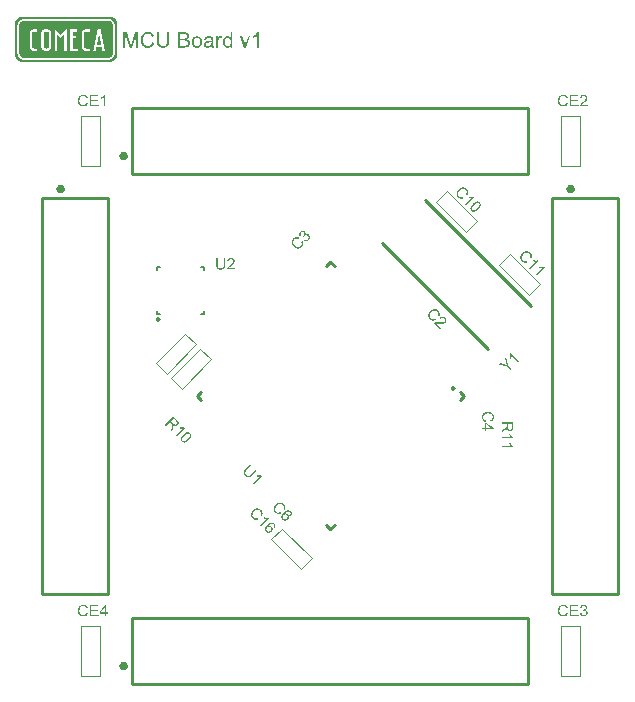
<source format=gto>
G04*
G04 #@! TF.GenerationSoftware,Altium Limited,Altium Designer,22.8.2 (66)*
G04*
G04 Layer_Color=65535*
%FSLAX25Y25*%
%MOIN*%
G70*
G04*
G04 #@! TF.SameCoordinates,5222FF82-13DF-4D67-8A3D-296B4DE4B60E*
G04*
G04*
G04 #@! TF.FilePolarity,Positive*
G04*
G01*
G75*
%ADD10C,0.01000*%
%ADD11C,0.00500*%
%ADD12C,0.00300*%
G36*
X37769Y237265D02*
X37907D01*
Y237250D01*
X38015D01*
Y237235D01*
X38108D01*
Y237219D01*
X38154D01*
Y237204D01*
X38232D01*
Y237188D01*
X38262D01*
Y237173D01*
X38324D01*
Y237157D01*
X38370D01*
Y237142D01*
X38401D01*
Y237126D01*
X38447D01*
Y237111D01*
X38478D01*
Y237096D01*
X38540D01*
Y237080D01*
X38555D01*
Y237065D01*
X38586D01*
Y237049D01*
X38617D01*
Y237034D01*
X38648D01*
Y237018D01*
X38694D01*
Y237003D01*
X38710D01*
Y236988D01*
X38741D01*
Y236972D01*
X38756D01*
Y236957D01*
X38787D01*
Y236941D01*
X38818D01*
Y236926D01*
X38833D01*
Y236911D01*
X38864D01*
Y236895D01*
X38880D01*
Y236880D01*
X38910D01*
Y236864D01*
X38926D01*
Y236849D01*
X38941D01*
Y236833D01*
X38972D01*
Y236818D01*
X38988D01*
Y236803D01*
X39018D01*
Y236787D01*
X39034D01*
Y236772D01*
X39049D01*
Y236756D01*
X39065D01*
Y236741D01*
X39080D01*
Y236725D01*
X39111D01*
Y236710D01*
X39127D01*
Y236694D01*
X39142D01*
Y236679D01*
X39157D01*
Y236664D01*
X39173D01*
Y236648D01*
X39188D01*
Y236633D01*
X39204D01*
Y236617D01*
X39219D01*
Y236602D01*
X39235D01*
Y236586D01*
X39250D01*
Y236571D01*
X39265D01*
Y236556D01*
X39281D01*
Y236540D01*
X39296D01*
Y236525D01*
X39312D01*
Y236509D01*
X39327D01*
Y236478D01*
X39343D01*
Y236463D01*
X39358D01*
Y236448D01*
X39373D01*
Y236432D01*
X39389D01*
Y236401D01*
X39404D01*
Y236386D01*
X39420D01*
Y236370D01*
X39435D01*
Y236339D01*
X39451D01*
Y236324D01*
X39466D01*
Y236309D01*
X39481D01*
Y236278D01*
X39497D01*
Y236262D01*
X39512D01*
Y236231D01*
X39528D01*
Y236216D01*
X39543D01*
Y236185D01*
X39559D01*
Y236170D01*
X39574D01*
Y236123D01*
X39590D01*
Y236108D01*
X39605D01*
Y236077D01*
X39620D01*
Y236046D01*
X39636D01*
Y236031D01*
X39651D01*
Y235985D01*
X39667D01*
Y235954D01*
X39682D01*
Y235923D01*
X39698D01*
Y235876D01*
X39713D01*
Y235846D01*
X39728D01*
Y235799D01*
X39744D01*
Y235769D01*
X39759D01*
Y235707D01*
X39775D01*
Y235661D01*
X39790D01*
Y235614D01*
X39805D01*
Y235537D01*
X39821D01*
Y235491D01*
X39836D01*
Y235383D01*
X39852D01*
Y235306D01*
X39867D01*
Y235028D01*
X39883D01*
Y224580D01*
X39867D01*
Y224287D01*
X39852D01*
Y224210D01*
X39836D01*
Y224102D01*
X39821D01*
Y224056D01*
X39805D01*
Y223994D01*
X39790D01*
Y223932D01*
X39775D01*
Y223901D01*
X39759D01*
Y223839D01*
X39744D01*
Y223809D01*
X39728D01*
Y223747D01*
X39713D01*
Y223731D01*
X39698D01*
Y223685D01*
X39682D01*
Y223654D01*
X39667D01*
Y223623D01*
X39651D01*
Y223577D01*
X39636D01*
Y223562D01*
X39620D01*
Y223515D01*
X39605D01*
Y223500D01*
X39590D01*
Y223469D01*
X39574D01*
Y223438D01*
X39559D01*
Y223423D01*
X39543D01*
Y223392D01*
X39528D01*
Y223361D01*
X39512D01*
Y223346D01*
X39497D01*
Y223315D01*
X39481D01*
Y223299D01*
X39466D01*
Y223269D01*
X39451D01*
Y223253D01*
X39435D01*
Y223238D01*
X39420D01*
Y223222D01*
X39404D01*
Y223191D01*
X39389D01*
Y223176D01*
X39373D01*
Y223161D01*
X39358D01*
Y223130D01*
X39343D01*
Y223114D01*
X39327D01*
Y223099D01*
X39312D01*
Y223083D01*
X39296D01*
Y223068D01*
X39281D01*
Y223037D01*
X39250D01*
Y223006D01*
X39235D01*
Y222991D01*
X39204D01*
Y222960D01*
X39173D01*
Y222929D01*
X39142D01*
Y222914D01*
X39127D01*
Y222898D01*
X39111D01*
Y222883D01*
X39096D01*
Y222867D01*
X39080D01*
Y222852D01*
X39049D01*
Y222836D01*
X39034D01*
Y222821D01*
X39018D01*
Y222806D01*
X38988D01*
Y222790D01*
X38972D01*
Y222775D01*
X38957D01*
Y222759D01*
X38941D01*
Y222744D01*
X38910D01*
Y222728D01*
X38895D01*
Y222713D01*
X38880D01*
Y222697D01*
X38849D01*
Y222682D01*
X38833D01*
Y222667D01*
X38802D01*
Y222651D01*
X38772D01*
Y222636D01*
X38756D01*
Y222620D01*
X38710D01*
Y222605D01*
X38694D01*
Y222589D01*
X38648D01*
Y222574D01*
X38633D01*
Y222559D01*
X38602D01*
Y222543D01*
X38555D01*
Y222528D01*
X38540D01*
Y222512D01*
X38494D01*
Y222497D01*
X38463D01*
Y222481D01*
X38417D01*
Y222466D01*
X38386D01*
Y222451D01*
X38339D01*
Y222435D01*
X38278D01*
Y222420D01*
X38247D01*
Y222404D01*
X38170D01*
Y222389D01*
X38124D01*
Y222374D01*
X38046D01*
Y222358D01*
X37938D01*
Y222343D01*
X37846D01*
Y222327D01*
X7923D01*
Y222343D01*
X7815D01*
Y222358D01*
X7707D01*
Y222374D01*
X7645D01*
Y222389D01*
X7599D01*
Y222404D01*
X7506D01*
Y222420D01*
X7475D01*
Y222435D01*
X7414D01*
Y222451D01*
X7367D01*
Y222466D01*
X7336D01*
Y222481D01*
X7290D01*
Y222497D01*
X7259D01*
Y222512D01*
X7213D01*
Y222528D01*
X7198D01*
Y222543D01*
X7151D01*
Y222559D01*
X7120D01*
Y222574D01*
X7105D01*
Y222589D01*
X7059D01*
Y222605D01*
X7043D01*
Y222620D01*
X7012D01*
Y222636D01*
X6982D01*
Y222651D01*
X6966D01*
Y222667D01*
X6935D01*
Y222682D01*
X6920D01*
Y222697D01*
X6889D01*
Y222713D01*
X6873D01*
Y222728D01*
X6843D01*
Y222744D01*
X6812D01*
Y222759D01*
X6796D01*
Y222775D01*
X6781D01*
Y222790D01*
X6765D01*
Y222806D01*
X6735D01*
Y222821D01*
X6719D01*
Y222836D01*
X6704D01*
Y222852D01*
X6688D01*
Y222867D01*
X6657D01*
Y222883D01*
X6642D01*
Y222898D01*
X6627D01*
Y222914D01*
X6611D01*
Y222929D01*
X6596D01*
Y222944D01*
X6580D01*
Y222960D01*
X6565D01*
Y222975D01*
X6549D01*
Y222991D01*
X6534D01*
Y223006D01*
X6519D01*
Y223022D01*
X6503D01*
Y223037D01*
X6488D01*
Y223053D01*
X6472D01*
Y223068D01*
X6457D01*
Y223083D01*
X6441D01*
Y223099D01*
X6426D01*
Y223130D01*
X6410D01*
Y223145D01*
X6395D01*
Y223161D01*
X6380D01*
Y223176D01*
X6364D01*
Y223207D01*
X6349D01*
Y223222D01*
X6333D01*
Y223238D01*
X6318D01*
Y223269D01*
X6302D01*
Y223284D01*
X6287D01*
Y223299D01*
X6272D01*
Y223330D01*
X6256D01*
Y223346D01*
X6241D01*
Y223376D01*
X6225D01*
Y223392D01*
X6210D01*
Y223423D01*
X6194D01*
Y223438D01*
X6179D01*
Y223485D01*
X6164D01*
Y223500D01*
X6148D01*
Y223531D01*
X6133D01*
Y223562D01*
X6117D01*
Y223577D01*
X6102D01*
Y223639D01*
X6086D01*
Y223654D01*
X6071D01*
Y223685D01*
X6056D01*
Y223731D01*
X6040D01*
Y223762D01*
X6025D01*
Y223824D01*
X6009D01*
Y223839D01*
X5994D01*
Y223917D01*
X5978D01*
Y223948D01*
X5963D01*
Y223994D01*
X5948D01*
Y224071D01*
X5932D01*
Y224117D01*
X5917D01*
Y224241D01*
X5901D01*
Y224318D01*
X5886D01*
Y235275D01*
X5901D01*
Y235367D01*
X5917D01*
Y235491D01*
X5932D01*
Y235537D01*
X5948D01*
Y235614D01*
X5963D01*
Y235661D01*
X5978D01*
Y235691D01*
X5994D01*
Y235769D01*
X6009D01*
Y235784D01*
X6025D01*
Y235846D01*
X6040D01*
Y235861D01*
X6056D01*
Y235907D01*
X6071D01*
Y235954D01*
X6086D01*
Y235969D01*
X6102D01*
Y236015D01*
X6117D01*
Y236031D01*
X6133D01*
Y236077D01*
X6148D01*
Y236108D01*
X6164D01*
Y236123D01*
X6179D01*
Y236154D01*
X6194D01*
Y236170D01*
X6210D01*
Y236201D01*
X6225D01*
Y236231D01*
X6241D01*
Y236262D01*
X6256D01*
Y236278D01*
X6272D01*
Y236293D01*
X6287D01*
Y236324D01*
X6302D01*
Y236339D01*
X6318D01*
Y236370D01*
X6333D01*
Y236386D01*
X6349D01*
Y236401D01*
X6364D01*
Y236432D01*
X6395D01*
Y236463D01*
X6410D01*
Y236478D01*
X6426D01*
Y236494D01*
X6441D01*
Y236509D01*
X6457D01*
Y236540D01*
X6472D01*
Y236556D01*
X6488D01*
Y236571D01*
X6503D01*
Y236586D01*
X6519D01*
Y236602D01*
X6534D01*
Y236617D01*
X6549D01*
Y236633D01*
X6565D01*
Y236648D01*
X6580D01*
Y236664D01*
X6596D01*
Y236679D01*
X6611D01*
Y236694D01*
X6642D01*
Y236710D01*
X6657D01*
Y236725D01*
X6673D01*
Y236741D01*
X6688D01*
Y236756D01*
X6704D01*
Y236772D01*
X6719D01*
Y236787D01*
X6735D01*
Y236803D01*
X6765D01*
Y236818D01*
X6781D01*
Y236833D01*
X6812D01*
Y236849D01*
X6827D01*
Y236864D01*
X6843D01*
Y236880D01*
X6873D01*
Y236895D01*
X6889D01*
Y236911D01*
X6920D01*
Y236926D01*
X6935D01*
Y236941D01*
X6966D01*
Y236957D01*
X6997D01*
Y236972D01*
X7012D01*
Y236988D01*
X7043D01*
Y237003D01*
X7074D01*
Y237018D01*
X7105D01*
Y237034D01*
X7136D01*
Y237049D01*
X7167D01*
Y237065D01*
X7198D01*
Y237080D01*
X7228D01*
Y237096D01*
X7275D01*
Y237111D01*
X7305D01*
Y237126D01*
X7352D01*
Y237142D01*
X7383D01*
Y237157D01*
X7429D01*
Y237173D01*
X7491D01*
Y237188D01*
X7522D01*
Y237204D01*
X7599D01*
Y237219D01*
X7660D01*
Y237235D01*
X7738D01*
Y237250D01*
X7861D01*
Y237265D01*
X7985D01*
Y237281D01*
X37769D01*
Y237265D01*
D02*
G37*
G36*
X75942Y154725D02*
Y154720D01*
Y154698D01*
Y154670D01*
Y154631D01*
X75936Y154581D01*
Y154525D01*
X75931Y154459D01*
X75925Y154392D01*
X75908Y154242D01*
X75886Y154087D01*
X75853Y153937D01*
X75831Y153865D01*
X75809Y153798D01*
Y153793D01*
X75803Y153782D01*
X75792Y153765D01*
X75781Y153743D01*
X75748Y153682D01*
X75697Y153604D01*
X75631Y153515D01*
X75553Y153427D01*
X75453Y153332D01*
X75331Y153249D01*
X75326D01*
X75315Y153238D01*
X75298Y153232D01*
X75270Y153216D01*
X75237Y153199D01*
X75192Y153182D01*
X75148Y153166D01*
X75093Y153144D01*
X75032Y153121D01*
X74965Y153105D01*
X74893Y153088D01*
X74809Y153071D01*
X74726Y153060D01*
X74638Y153049D01*
X74438Y153038D01*
X74388D01*
X74349Y153044D01*
X74304D01*
X74249Y153049D01*
X74188Y153055D01*
X74127Y153060D01*
X73988Y153083D01*
X73838Y153116D01*
X73694Y153160D01*
X73555Y153221D01*
X73550D01*
X73539Y153232D01*
X73522Y153243D01*
X73500Y153254D01*
X73439Y153299D01*
X73366Y153360D01*
X73283Y153438D01*
X73206Y153526D01*
X73128Y153638D01*
X73067Y153760D01*
Y153765D01*
X73061Y153776D01*
X73056Y153798D01*
X73045Y153826D01*
X73033Y153859D01*
X73022Y153904D01*
X73006Y153954D01*
X72995Y154015D01*
X72984Y154081D01*
X72967Y154154D01*
X72956Y154231D01*
X72945Y154315D01*
X72934Y154409D01*
X72928Y154509D01*
X72922Y154614D01*
Y154725D01*
Y156945D01*
X73433D01*
Y154725D01*
Y154720D01*
Y154703D01*
Y154675D01*
Y154642D01*
X73439Y154603D01*
Y154553D01*
X73444Y154448D01*
X73455Y154326D01*
X73472Y154204D01*
X73494Y154087D01*
X73505Y154037D01*
X73522Y153987D01*
X73527Y153976D01*
X73539Y153948D01*
X73566Y153909D01*
X73600Y153854D01*
X73638Y153798D01*
X73694Y153737D01*
X73761Y153676D01*
X73838Y153626D01*
X73849Y153621D01*
X73877Y153604D01*
X73927Y153587D01*
X73994Y153565D01*
X74071Y153538D01*
X74171Y153521D01*
X74277Y153504D01*
X74393Y153499D01*
X74449D01*
X74482Y153504D01*
X74532D01*
X74582Y153510D01*
X74704Y153532D01*
X74837Y153560D01*
X74965Y153604D01*
X75087Y153665D01*
X75143Y153704D01*
X75192Y153749D01*
X75198Y153754D01*
X75204Y153760D01*
X75215Y153776D01*
X75231Y153798D01*
X75248Y153832D01*
X75270Y153865D01*
X75292Y153915D01*
X75315Y153965D01*
X75337Y154026D01*
X75353Y154098D01*
X75376Y154181D01*
X75392Y154270D01*
X75409Y154370D01*
X75420Y154475D01*
X75431Y154598D01*
Y154725D01*
Y156945D01*
X75942D01*
Y154725D01*
D02*
G37*
G36*
X77962Y156956D02*
X78006Y156951D01*
X78062Y156945D01*
X78123Y156934D01*
X78184Y156923D01*
X78328Y156884D01*
X78473Y156829D01*
X78545Y156795D01*
X78617Y156757D01*
X78683Y156707D01*
X78745Y156651D01*
X78750Y156646D01*
X78761Y156640D01*
X78772Y156618D01*
X78794Y156596D01*
X78822Y156568D01*
X78850Y156529D01*
X78878Y156490D01*
X78911Y156440D01*
X78966Y156335D01*
X79022Y156202D01*
X79044Y156135D01*
X79055Y156057D01*
X79066Y155980D01*
X79072Y155896D01*
Y155885D01*
Y155858D01*
X79066Y155813D01*
X79061Y155752D01*
X79050Y155685D01*
X79027Y155608D01*
X79005Y155525D01*
X78972Y155441D01*
X78966Y155430D01*
X78955Y155402D01*
X78933Y155358D01*
X78900Y155297D01*
X78856Y155230D01*
X78800Y155147D01*
X78733Y155064D01*
X78656Y154970D01*
X78645Y154958D01*
X78617Y154925D01*
X78589Y154897D01*
X78561Y154870D01*
X78528Y154836D01*
X78484Y154792D01*
X78439Y154747D01*
X78384Y154698D01*
X78328Y154642D01*
X78262Y154581D01*
X78189Y154520D01*
X78112Y154448D01*
X78023Y154376D01*
X77934Y154298D01*
X77929Y154292D01*
X77917Y154281D01*
X77895Y154265D01*
X77868Y154242D01*
X77834Y154209D01*
X77795Y154176D01*
X77707Y154104D01*
X77612Y154020D01*
X77523Y153937D01*
X77446Y153865D01*
X77412Y153837D01*
X77385Y153809D01*
X77379Y153804D01*
X77363Y153787D01*
X77340Y153765D01*
X77313Y153732D01*
X77285Y153693D01*
X77251Y153654D01*
X77185Y153560D01*
X79078D01*
Y153105D01*
X76530D01*
Y153110D01*
Y153132D01*
Y153166D01*
X76536Y153210D01*
X76541Y153260D01*
X76552Y153316D01*
X76563Y153371D01*
X76586Y153432D01*
Y153438D01*
X76591Y153443D01*
X76602Y153477D01*
X76624Y153526D01*
X76658Y153593D01*
X76702Y153671D01*
X76758Y153760D01*
X76819Y153848D01*
X76896Y153943D01*
Y153948D01*
X76907Y153954D01*
X76935Y153987D01*
X76985Y154037D01*
X77057Y154109D01*
X77140Y154192D01*
X77246Y154292D01*
X77374Y154403D01*
X77512Y154520D01*
X77518Y154525D01*
X77540Y154542D01*
X77573Y154570D01*
X77612Y154603D01*
X77662Y154648D01*
X77723Y154698D01*
X77784Y154753D01*
X77856Y154814D01*
X77995Y154947D01*
X78134Y155080D01*
X78201Y155147D01*
X78262Y155214D01*
X78317Y155275D01*
X78361Y155336D01*
Y155341D01*
X78373Y155347D01*
X78384Y155364D01*
X78395Y155386D01*
X78434Y155447D01*
X78478Y155519D01*
X78517Y155608D01*
X78556Y155702D01*
X78578Y155807D01*
X78589Y155907D01*
Y155913D01*
Y155919D01*
X78584Y155952D01*
X78578Y156007D01*
X78561Y156068D01*
X78539Y156146D01*
X78500Y156224D01*
X78450Y156301D01*
X78384Y156379D01*
X78373Y156390D01*
X78345Y156412D01*
X78306Y156440D01*
X78245Y156479D01*
X78167Y156512D01*
X78079Y156546D01*
X77973Y156568D01*
X77856Y156573D01*
X77823D01*
X77801Y156568D01*
X77734Y156562D01*
X77657Y156546D01*
X77573Y156524D01*
X77479Y156485D01*
X77390Y156435D01*
X77307Y156368D01*
X77296Y156357D01*
X77274Y156329D01*
X77240Y156285D01*
X77207Y156218D01*
X77168Y156140D01*
X77135Y156041D01*
X77113Y155930D01*
X77102Y155802D01*
X76619Y155852D01*
Y155858D01*
X76624Y155874D01*
Y155902D01*
X76630Y155941D01*
X76641Y155985D01*
X76652Y156035D01*
X76669Y156096D01*
X76685Y156157D01*
X76730Y156290D01*
X76796Y156424D01*
X76835Y156490D01*
X76885Y156557D01*
X76935Y156618D01*
X76991Y156673D01*
X76996Y156679D01*
X77007Y156684D01*
X77024Y156701D01*
X77052Y156718D01*
X77085Y156740D01*
X77124Y156762D01*
X77168Y156790D01*
X77224Y156818D01*
X77285Y156845D01*
X77351Y156873D01*
X77424Y156895D01*
X77501Y156918D01*
X77584Y156934D01*
X77673Y156951D01*
X77768Y156956D01*
X77868Y156962D01*
X77923D01*
X77962Y156956D01*
D02*
G37*
G36*
X50325Y232291D02*
X50392Y232284D01*
X50473Y232276D01*
X50554Y232269D01*
X50651Y232247D01*
X50850Y232202D01*
X51072Y232136D01*
X51183Y232091D01*
X51287Y232039D01*
X51391Y231973D01*
X51494Y231906D01*
X51502Y231899D01*
X51516Y231891D01*
X51546Y231869D01*
X51583Y231832D01*
X51620Y231795D01*
X51672Y231743D01*
X51724Y231684D01*
X51783Y231625D01*
X51842Y231551D01*
X51901Y231462D01*
X51968Y231373D01*
X52027Y231277D01*
X52079Y231166D01*
X52138Y231055D01*
X52182Y230937D01*
X52227Y230804D01*
X51561Y230648D01*
Y230656D01*
X51553Y230670D01*
X51539Y230700D01*
X51524Y230737D01*
X51509Y230781D01*
X51487Y230841D01*
X51428Y230959D01*
X51354Y231092D01*
X51265Y231225D01*
X51154Y231351D01*
X51035Y231462D01*
X51021Y231477D01*
X50976Y231507D01*
X50902Y231544D01*
X50806Y231595D01*
X50680Y231640D01*
X50540Y231684D01*
X50369Y231714D01*
X50184Y231721D01*
X50125D01*
X50088Y231714D01*
X50036D01*
X49977Y231706D01*
X49837Y231684D01*
X49681Y231655D01*
X49518Y231603D01*
X49348Y231529D01*
X49193Y231433D01*
X49185D01*
X49178Y231418D01*
X49126Y231381D01*
X49060Y231322D01*
X48978Y231233D01*
X48882Y231122D01*
X48793Y230996D01*
X48712Y230841D01*
X48638Y230670D01*
Y230663D01*
X48630Y230648D01*
X48623Y230626D01*
X48616Y230589D01*
X48601Y230545D01*
X48586Y230493D01*
X48564Y230367D01*
X48534Y230219D01*
X48505Y230056D01*
X48490Y229879D01*
X48482Y229686D01*
Y229679D01*
Y229657D01*
Y229620D01*
Y229575D01*
X48490Y229523D01*
Y229457D01*
X48497Y229383D01*
X48505Y229301D01*
X48527Y229124D01*
X48564Y228931D01*
X48608Y228739D01*
X48667Y228547D01*
Y228539D01*
X48675Y228524D01*
X48690Y228502D01*
X48704Y228465D01*
X48749Y228376D01*
X48815Y228273D01*
X48897Y228154D01*
X49000Y228029D01*
X49119Y227918D01*
X49259Y227814D01*
X49267D01*
X49282Y227807D01*
X49304Y227792D01*
X49333Y227777D01*
X49370Y227762D01*
X49415Y227740D01*
X49518Y227696D01*
X49652Y227651D01*
X49800Y227614D01*
X49962Y227585D01*
X50133Y227577D01*
X50184D01*
X50229Y227585D01*
X50281D01*
X50332Y227592D01*
X50466Y227622D01*
X50621Y227659D01*
X50776Y227718D01*
X50939Y227799D01*
X51021Y227844D01*
X51095Y227903D01*
X51102Y227910D01*
X51109Y227918D01*
X51132Y227940D01*
X51161Y227962D01*
X51191Y227999D01*
X51228Y228043D01*
X51272Y228088D01*
X51309Y228147D01*
X51354Y228214D01*
X51405Y228288D01*
X51450Y228362D01*
X51494Y228450D01*
X51531Y228547D01*
X51568Y228650D01*
X51605Y228761D01*
X51635Y228880D01*
X52316Y228709D01*
Y228702D01*
X52308Y228672D01*
X52293Y228628D01*
X52271Y228569D01*
X52249Y228502D01*
X52219Y228421D01*
X52182Y228332D01*
X52138Y228236D01*
X52034Y228029D01*
X51901Y227821D01*
X51820Y227718D01*
X51738Y227614D01*
X51650Y227525D01*
X51546Y227437D01*
X51539Y227429D01*
X51524Y227414D01*
X51487Y227400D01*
X51450Y227370D01*
X51391Y227333D01*
X51331Y227296D01*
X51250Y227259D01*
X51169Y227222D01*
X51072Y227178D01*
X50969Y227141D01*
X50858Y227104D01*
X50739Y227067D01*
X50614Y227037D01*
X50480Y227022D01*
X50340Y227007D01*
X50192Y227000D01*
X50110D01*
X50051Y227007D01*
X49985D01*
X49903Y227015D01*
X49814Y227030D01*
X49711Y227044D01*
X49496Y227081D01*
X49274Y227141D01*
X49052Y227222D01*
X48949Y227274D01*
X48845Y227333D01*
X48838Y227340D01*
X48823Y227348D01*
X48793Y227370D01*
X48764Y227400D01*
X48719Y227429D01*
X48667Y227474D01*
X48608Y227525D01*
X48549Y227585D01*
X48490Y227651D01*
X48423Y227718D01*
X48290Y227888D01*
X48164Y228088D01*
X48053Y228310D01*
Y228317D01*
X48038Y228339D01*
X48031Y228376D01*
X48009Y228421D01*
X47994Y228480D01*
X47972Y228554D01*
X47942Y228635D01*
X47920Y228724D01*
X47898Y228820D01*
X47868Y228931D01*
X47831Y229161D01*
X47802Y229420D01*
X47787Y229686D01*
Y229694D01*
Y229723D01*
Y229768D01*
X47794Y229819D01*
Y229893D01*
X47802Y229967D01*
X47809Y230064D01*
X47824Y230160D01*
X47861Y230374D01*
X47913Y230611D01*
X47987Y230848D01*
X48090Y231077D01*
X48098Y231085D01*
X48105Y231107D01*
X48120Y231137D01*
X48149Y231174D01*
X48179Y231225D01*
X48216Y231285D01*
X48312Y231418D01*
X48438Y231566D01*
X48586Y231714D01*
X48756Y231862D01*
X48956Y231988D01*
X48963Y231995D01*
X48986Y232002D01*
X49015Y232017D01*
X49052Y232039D01*
X49111Y232062D01*
X49171Y232084D01*
X49245Y232113D01*
X49326Y232143D01*
X49415Y232173D01*
X49511Y232202D01*
X49718Y232247D01*
X49955Y232284D01*
X50199Y232298D01*
X50273D01*
X50325Y232291D01*
D02*
G37*
G36*
X78327Y227089D02*
X77742D01*
Y227555D01*
X77735Y227548D01*
X77727Y227533D01*
X77705Y227503D01*
X77675Y227466D01*
X77638Y227429D01*
X77594Y227385D01*
X77542Y227333D01*
X77476Y227281D01*
X77409Y227229D01*
X77335Y227178D01*
X77246Y227133D01*
X77150Y227096D01*
X77054Y227059D01*
X76943Y227030D01*
X76824Y227015D01*
X76699Y227007D01*
X76654D01*
X76625Y227015D01*
X76536Y227022D01*
X76432Y227037D01*
X76306Y227067D01*
X76166Y227111D01*
X76025Y227170D01*
X75885Y227252D01*
X75877D01*
X75870Y227266D01*
X75825Y227296D01*
X75759Y227355D01*
X75677Y227429D01*
X75581Y227525D01*
X75485Y227644D01*
X75389Y227777D01*
X75307Y227932D01*
Y227940D01*
X75300Y227955D01*
X75293Y227977D01*
X75278Y228006D01*
X75263Y228051D01*
X75241Y228103D01*
X75226Y228154D01*
X75211Y228221D01*
X75174Y228369D01*
X75137Y228539D01*
X75115Y228732D01*
X75108Y228939D01*
Y228946D01*
Y228961D01*
Y228991D01*
Y229035D01*
X75115Y229079D01*
Y229139D01*
X75130Y229272D01*
X75152Y229427D01*
X75189Y229597D01*
X75233Y229775D01*
X75293Y229945D01*
Y229953D01*
X75300Y229967D01*
X75315Y229990D01*
X75330Y230019D01*
X75374Y230101D01*
X75433Y230204D01*
X75507Y230315D01*
X75603Y230426D01*
X75714Y230545D01*
X75848Y230641D01*
X75855D01*
X75862Y230648D01*
X75885Y230663D01*
X75914Y230678D01*
X75988Y230715D01*
X76092Y230767D01*
X76210Y230811D01*
X76351Y230848D01*
X76506Y230878D01*
X76669Y230885D01*
X76728D01*
X76787Y230878D01*
X76869Y230870D01*
X76965Y230848D01*
X77069Y230826D01*
X77172Y230789D01*
X77268Y230737D01*
X77283Y230730D01*
X77313Y230715D01*
X77357Y230678D01*
X77416Y230641D01*
X77490Y230589D01*
X77557Y230522D01*
X77631Y230456D01*
X77698Y230374D01*
Y232210D01*
X78327D01*
Y227089D01*
D02*
G37*
G36*
X74442Y230878D02*
X74523Y230863D01*
X74619Y230833D01*
X74723Y230796D01*
X74841Y230744D01*
X74967Y230678D01*
X74738Y230101D01*
X74730Y230108D01*
X74701Y230123D01*
X74656Y230145D01*
X74597Y230167D01*
X74530Y230189D01*
X74449Y230212D01*
X74368Y230226D01*
X74286Y230234D01*
X74249D01*
X74212Y230226D01*
X74160Y230219D01*
X74109Y230204D01*
X74042Y230182D01*
X73975Y230152D01*
X73916Y230108D01*
X73909Y230101D01*
X73887Y230086D01*
X73864Y230056D01*
X73827Y230019D01*
X73790Y229967D01*
X73753Y229908D01*
X73716Y229842D01*
X73687Y229760D01*
X73679Y229745D01*
X73672Y229701D01*
X73657Y229634D01*
X73635Y229546D01*
X73613Y229435D01*
X73598Y229309D01*
X73591Y229176D01*
X73583Y229028D01*
Y227089D01*
X72954D01*
Y230804D01*
X73524D01*
Y230241D01*
X73531Y230249D01*
X73561Y230300D01*
X73598Y230367D01*
X73657Y230448D01*
X73716Y230530D01*
X73783Y230619D01*
X73850Y230693D01*
X73916Y230752D01*
X73924Y230759D01*
X73946Y230774D01*
X73990Y230796D01*
X74035Y230818D01*
X74094Y230841D01*
X74168Y230863D01*
X74242Y230878D01*
X74323Y230885D01*
X74375D01*
X74442Y230878D01*
D02*
G37*
G36*
X82922Y227089D02*
X82323D01*
X80924Y230804D01*
X81590D01*
X82389Y228576D01*
Y228569D01*
X82397Y228561D01*
X82404Y228539D01*
X82411Y228517D01*
X82434Y228443D01*
X82463Y228347D01*
X82500Y228236D01*
X82545Y228110D01*
X82582Y227969D01*
X82626Y227829D01*
X82633Y227844D01*
X82641Y227881D01*
X82663Y227940D01*
X82685Y228029D01*
X82722Y228125D01*
X82759Y228251D01*
X82811Y228384D01*
X82863Y228532D01*
X83684Y230804D01*
X84335D01*
X82922Y227089D01*
D02*
G37*
G36*
X46884D02*
X46233D01*
Y231373D01*
X44738Y227089D01*
X44131D01*
X42651Y231447D01*
Y227089D01*
X42000D01*
Y232210D01*
X43014D01*
X44227Y228576D01*
Y228569D01*
X44235Y228554D01*
X44242Y228532D01*
X44257Y228495D01*
X44287Y228406D01*
X44324Y228295D01*
X44361Y228169D01*
X44405Y228043D01*
X44442Y227925D01*
X44472Y227821D01*
X44479Y227836D01*
X44486Y227873D01*
X44509Y227940D01*
X44538Y228029D01*
X44575Y228147D01*
X44627Y228288D01*
X44679Y228450D01*
X44745Y228643D01*
X45974Y232210D01*
X46884D01*
Y227089D01*
D02*
G37*
G36*
X57185Y229250D02*
Y229242D01*
Y229213D01*
Y229176D01*
Y229124D01*
X57177Y229057D01*
Y228983D01*
X57170Y228894D01*
X57163Y228806D01*
X57140Y228606D01*
X57111Y228399D01*
X57066Y228199D01*
X57037Y228103D01*
X57007Y228014D01*
Y228006D01*
X57000Y227992D01*
X56985Y227969D01*
X56970Y227940D01*
X56926Y227858D01*
X56859Y227755D01*
X56770Y227636D01*
X56667Y227518D01*
X56534Y227392D01*
X56371Y227281D01*
X56363D01*
X56349Y227266D01*
X56326Y227259D01*
X56289Y227237D01*
X56245Y227215D01*
X56186Y227192D01*
X56127Y227170D01*
X56053Y227141D01*
X55971Y227111D01*
X55882Y227089D01*
X55786Y227067D01*
X55675Y227044D01*
X55564Y227030D01*
X55446Y227015D01*
X55179Y227000D01*
X55113D01*
X55061Y227007D01*
X55002D01*
X54928Y227015D01*
X54846Y227022D01*
X54765Y227030D01*
X54580Y227059D01*
X54380Y227104D01*
X54188Y227163D01*
X54003Y227244D01*
X53995D01*
X53981Y227259D01*
X53958Y227274D01*
X53929Y227289D01*
X53847Y227348D01*
X53751Y227429D01*
X53640Y227533D01*
X53537Y227651D01*
X53433Y227799D01*
X53352Y227962D01*
Y227969D01*
X53344Y227984D01*
X53337Y228014D01*
X53322Y228051D01*
X53307Y228095D01*
X53292Y228154D01*
X53270Y228221D01*
X53255Y228302D01*
X53241Y228391D01*
X53218Y228487D01*
X53204Y228591D01*
X53189Y228702D01*
X53174Y228828D01*
X53167Y228961D01*
X53159Y229102D01*
Y229250D01*
Y232210D01*
X53840D01*
Y229250D01*
Y229242D01*
Y229220D01*
Y229183D01*
Y229139D01*
X53847Y229087D01*
Y229020D01*
X53855Y228880D01*
X53870Y228717D01*
X53892Y228554D01*
X53921Y228399D01*
X53936Y228332D01*
X53958Y228265D01*
X53966Y228251D01*
X53981Y228214D01*
X54018Y228162D01*
X54062Y228088D01*
X54114Y228014D01*
X54188Y227932D01*
X54277Y227851D01*
X54380Y227784D01*
X54395Y227777D01*
X54432Y227755D01*
X54499Y227733D01*
X54587Y227703D01*
X54691Y227666D01*
X54824Y227644D01*
X54965Y227622D01*
X55120Y227614D01*
X55194D01*
X55239Y227622D01*
X55305D01*
X55372Y227629D01*
X55535Y227659D01*
X55712Y227696D01*
X55882Y227755D01*
X56045Y227836D01*
X56119Y227888D01*
X56186Y227947D01*
X56193Y227955D01*
X56201Y227962D01*
X56215Y227984D01*
X56238Y228014D01*
X56260Y228058D01*
X56289Y228103D01*
X56319Y228169D01*
X56349Y228236D01*
X56378Y228317D01*
X56400Y228413D01*
X56430Y228524D01*
X56452Y228643D01*
X56474Y228776D01*
X56489Y228917D01*
X56504Y229079D01*
Y229250D01*
Y232210D01*
X57185D01*
Y229250D01*
D02*
G37*
G36*
X87088Y227089D02*
X86459D01*
Y231092D01*
X86452Y231085D01*
X86415Y231055D01*
X86370Y231011D01*
X86296Y230959D01*
X86215Y230892D01*
X86111Y230818D01*
X85993Y230737D01*
X85860Y230656D01*
X85852D01*
X85845Y230648D01*
X85801Y230619D01*
X85727Y230582D01*
X85638Y230537D01*
X85534Y230485D01*
X85423Y230434D01*
X85312Y230382D01*
X85201Y230337D01*
Y230944D01*
X85209D01*
X85223Y230959D01*
X85253Y230966D01*
X85290Y230989D01*
X85334Y231011D01*
X85386Y231040D01*
X85512Y231114D01*
X85660Y231196D01*
X85808Y231299D01*
X85963Y231418D01*
X86119Y231544D01*
X86126Y231551D01*
X86134Y231558D01*
X86156Y231581D01*
X86185Y231603D01*
X86252Y231677D01*
X86341Y231766D01*
X86430Y231869D01*
X86526Y231988D01*
X86607Y232106D01*
X86681Y232232D01*
X87088D01*
Y227089D01*
D02*
G37*
G36*
X70712Y230878D02*
X70823Y230870D01*
X70949Y230855D01*
X71075Y230833D01*
X71200Y230804D01*
X71319Y230767D01*
X71334Y230759D01*
X71371Y230744D01*
X71422Y230722D01*
X71489Y230693D01*
X71563Y230648D01*
X71637Y230604D01*
X71704Y230545D01*
X71763Y230485D01*
X71770Y230478D01*
X71785Y230456D01*
X71807Y230419D01*
X71837Y230374D01*
X71874Y230308D01*
X71903Y230241D01*
X71933Y230160D01*
X71955Y230064D01*
Y230056D01*
X71963Y230034D01*
X71970Y229990D01*
X71977Y229930D01*
Y229849D01*
X71985Y229753D01*
X71992Y229627D01*
Y229486D01*
Y228643D01*
Y228635D01*
Y228606D01*
Y228561D01*
Y228502D01*
Y228436D01*
Y228354D01*
X72000Y228177D01*
Y227992D01*
X72007Y227807D01*
X72014Y227725D01*
Y227651D01*
X72022Y227585D01*
X72029Y227533D01*
Y227525D01*
X72037Y227496D01*
X72044Y227451D01*
X72066Y227392D01*
X72081Y227326D01*
X72111Y227252D01*
X72148Y227170D01*
X72185Y227089D01*
X71526D01*
X71519Y227096D01*
X71511Y227126D01*
X71496Y227163D01*
X71474Y227222D01*
X71452Y227289D01*
X71437Y227370D01*
X71422Y227459D01*
X71408Y227555D01*
X71400D01*
X71393Y227540D01*
X71348Y227503D01*
X71282Y227451D01*
X71193Y227385D01*
X71082Y227318D01*
X70971Y227244D01*
X70853Y227178D01*
X70727Y227126D01*
X70712Y227118D01*
X70668Y227111D01*
X70601Y227089D01*
X70520Y227067D01*
X70416Y227044D01*
X70298Y227030D01*
X70164Y227015D01*
X70031Y227007D01*
X69972D01*
X69928Y227015D01*
X69876D01*
X69817Y227022D01*
X69683Y227044D01*
X69535Y227081D01*
X69373Y227133D01*
X69225Y227207D01*
X69091Y227303D01*
X69077Y227318D01*
X69040Y227355D01*
X68988Y227422D01*
X68929Y227511D01*
X68869Y227622D01*
X68818Y227747D01*
X68781Y227903D01*
X68773Y227977D01*
X68766Y228066D01*
Y228080D01*
Y228110D01*
X68773Y228162D01*
X68781Y228228D01*
X68795Y228310D01*
X68818Y228391D01*
X68847Y228480D01*
X68884Y228561D01*
X68892Y228569D01*
X68906Y228598D01*
X68936Y228643D01*
X68973Y228695D01*
X69017Y228754D01*
X69077Y228813D01*
X69136Y228872D01*
X69210Y228924D01*
X69217Y228931D01*
X69247Y228946D01*
X69284Y228976D01*
X69343Y229005D01*
X69410Y229035D01*
X69491Y229072D01*
X69572Y229102D01*
X69669Y229131D01*
X69676D01*
X69706Y229139D01*
X69750Y229153D01*
X69809Y229161D01*
X69883Y229176D01*
X69979Y229190D01*
X70090Y229213D01*
X70224Y229227D01*
X70231D01*
X70261Y229235D01*
X70298D01*
X70349Y229242D01*
X70409Y229250D01*
X70483Y229264D01*
X70564Y229272D01*
X70653Y229287D01*
X70830Y229324D01*
X71023Y229361D01*
X71193Y229405D01*
X71274Y229427D01*
X71348Y229449D01*
Y229457D01*
Y229472D01*
X71356Y229516D01*
Y229568D01*
Y229597D01*
Y229612D01*
Y229620D01*
Y229627D01*
Y229671D01*
X71348Y229745D01*
X71334Y229827D01*
X71311Y229916D01*
X71274Y230004D01*
X71230Y230086D01*
X71171Y230152D01*
X71163Y230160D01*
X71126Y230189D01*
X71067Y230219D01*
X70993Y230263D01*
X70890Y230300D01*
X70771Y230337D01*
X70623Y230360D01*
X70453Y230367D01*
X70379D01*
X70305Y230360D01*
X70201Y230345D01*
X70098Y230330D01*
X69987Y230300D01*
X69883Y230263D01*
X69794Y230212D01*
X69787Y230204D01*
X69757Y230182D01*
X69720Y230145D01*
X69676Y230086D01*
X69632Y230012D01*
X69580Y229916D01*
X69535Y229797D01*
X69491Y229664D01*
X68877Y229745D01*
Y229753D01*
X68884Y229760D01*
Y229782D01*
X68892Y229812D01*
X68914Y229879D01*
X68943Y229975D01*
X68980Y230071D01*
X69025Y230175D01*
X69084Y230278D01*
X69151Y230374D01*
X69158Y230382D01*
X69188Y230411D01*
X69232Y230456D01*
X69291Y230515D01*
X69373Y230574D01*
X69469Y230633D01*
X69580Y230700D01*
X69706Y230752D01*
X69713D01*
X69720Y230759D01*
X69743Y230767D01*
X69772Y230774D01*
X69846Y230796D01*
X69950Y230818D01*
X70068Y230841D01*
X70216Y230863D01*
X70372Y230878D01*
X70549Y230885D01*
X70631D01*
X70712Y230878D01*
D02*
G37*
G36*
X62343Y232202D02*
X62402D01*
X62535Y232187D01*
X62683Y232173D01*
X62838Y232143D01*
X62994Y232106D01*
X63134Y232054D01*
X63142D01*
X63149Y232047D01*
X63194Y232025D01*
X63260Y231988D01*
X63334Y231936D01*
X63423Y231869D01*
X63519Y231788D01*
X63608Y231684D01*
X63689Y231573D01*
X63697Y231558D01*
X63719Y231514D01*
X63756Y231455D01*
X63793Y231366D01*
X63830Y231262D01*
X63867Y231151D01*
X63889Y231026D01*
X63897Y230900D01*
Y230885D01*
Y230848D01*
X63889Y230781D01*
X63874Y230700D01*
X63852Y230604D01*
X63815Y230500D01*
X63771Y230397D01*
X63712Y230286D01*
X63704Y230271D01*
X63682Y230241D01*
X63638Y230182D01*
X63578Y230123D01*
X63504Y230049D01*
X63416Y229967D01*
X63305Y229893D01*
X63179Y229819D01*
X63186D01*
X63201Y229812D01*
X63223Y229805D01*
X63253Y229790D01*
X63342Y229760D01*
X63445Y229708D01*
X63556Y229642D01*
X63682Y229560D01*
X63793Y229464D01*
X63897Y229346D01*
X63904Y229331D01*
X63934Y229287D01*
X63978Y229220D01*
X64022Y229131D01*
X64067Y229013D01*
X64111Y228887D01*
X64141Y228739D01*
X64148Y228576D01*
Y228569D01*
Y228561D01*
Y228517D01*
X64141Y228443D01*
X64126Y228354D01*
X64111Y228251D01*
X64082Y228140D01*
X64045Y228021D01*
X63993Y227903D01*
X63985Y227888D01*
X63963Y227851D01*
X63934Y227799D01*
X63889Y227725D01*
X63830Y227651D01*
X63771Y227570D01*
X63697Y227488D01*
X63615Y227422D01*
X63608Y227414D01*
X63578Y227392D01*
X63527Y227363D01*
X63460Y227333D01*
X63379Y227289D01*
X63282Y227244D01*
X63179Y227207D01*
X63053Y227170D01*
X63038D01*
X62994Y227155D01*
X62920Y227148D01*
X62824Y227133D01*
X62705Y227118D01*
X62565Y227104D01*
X62409Y227096D01*
X62232Y227089D01*
X60278D01*
Y232210D01*
X62291D01*
X62343Y232202D01*
D02*
G37*
G36*
X66627Y230878D02*
X66694Y230870D01*
X66768Y230855D01*
X66849Y230841D01*
X66945Y230826D01*
X67145Y230759D01*
X67249Y230722D01*
X67352Y230670D01*
X67456Y230619D01*
X67560Y230545D01*
X67656Y230471D01*
X67752Y230382D01*
X67759Y230374D01*
X67774Y230360D01*
X67796Y230330D01*
X67826Y230293D01*
X67863Y230241D01*
X67907Y230175D01*
X67952Y230101D01*
X67996Y230019D01*
X68041Y229930D01*
X68085Y229819D01*
X68129Y229708D01*
X68166Y229583D01*
X68196Y229449D01*
X68218Y229309D01*
X68233Y229161D01*
X68240Y228998D01*
Y228991D01*
Y228968D01*
Y228931D01*
Y228880D01*
X68233Y228820D01*
X68226Y228746D01*
Y228672D01*
X68211Y228591D01*
X68189Y228406D01*
X68144Y228221D01*
X68092Y228036D01*
X68018Y227866D01*
Y227858D01*
X68011Y227851D01*
X67996Y227829D01*
X67981Y227799D01*
X67930Y227725D01*
X67863Y227636D01*
X67774Y227533D01*
X67663Y227429D01*
X67537Y227326D01*
X67389Y227229D01*
X67382D01*
X67375Y227222D01*
X67352Y227207D01*
X67315Y227192D01*
X67278Y227178D01*
X67234Y227163D01*
X67123Y227118D01*
X66997Y227081D01*
X66842Y227044D01*
X66679Y227015D01*
X66501Y227007D01*
X66427D01*
X66368Y227015D01*
X66302Y227022D01*
X66228Y227037D01*
X66139Y227052D01*
X66050Y227067D01*
X65850Y227126D01*
X65739Y227170D01*
X65636Y227215D01*
X65532Y227274D01*
X65428Y227340D01*
X65332Y227414D01*
X65236Y227503D01*
X65229Y227511D01*
X65214Y227525D01*
X65192Y227555D01*
X65162Y227599D01*
X65125Y227651D01*
X65088Y227710D01*
X65044Y227784D01*
X64999Y227873D01*
X64955Y227969D01*
X64910Y228080D01*
X64873Y228199D01*
X64836Y228325D01*
X64807Y228465D01*
X64785Y228613D01*
X64770Y228776D01*
X64762Y228946D01*
Y228961D01*
Y228991D01*
X64770Y229042D01*
Y229116D01*
X64777Y229198D01*
X64792Y229301D01*
X64807Y229405D01*
X64836Y229523D01*
X64866Y229642D01*
X64903Y229768D01*
X64947Y229901D01*
X65007Y230027D01*
X65066Y230145D01*
X65147Y230263D01*
X65229Y230374D01*
X65332Y230471D01*
X65340Y230478D01*
X65354Y230485D01*
X65384Y230508D01*
X65421Y230537D01*
X65465Y230567D01*
X65525Y230604D01*
X65584Y230641D01*
X65658Y230678D01*
X65739Y230715D01*
X65828Y230752D01*
X66028Y230818D01*
X66257Y230870D01*
X66376Y230878D01*
X66501Y230885D01*
X66575D01*
X66627Y230878D01*
D02*
G37*
G36*
X28704Y41402D02*
X28754Y41396D01*
X28815Y41391D01*
X28876Y41385D01*
X28948Y41368D01*
X29098Y41335D01*
X29264Y41285D01*
X29347Y41252D01*
X29425Y41213D01*
X29503Y41163D01*
X29581Y41113D01*
X29586Y41107D01*
X29597Y41102D01*
X29619Y41085D01*
X29647Y41058D01*
X29675Y41030D01*
X29714Y40991D01*
X29753Y40947D01*
X29797Y40902D01*
X29841Y40847D01*
X29886Y40780D01*
X29936Y40714D01*
X29980Y40641D01*
X30019Y40558D01*
X30063Y40475D01*
X30097Y40386D01*
X30130Y40286D01*
X29631Y40170D01*
Y40175D01*
X29625Y40186D01*
X29614Y40208D01*
X29603Y40236D01*
X29592Y40270D01*
X29575Y40314D01*
X29531Y40403D01*
X29475Y40503D01*
X29408Y40602D01*
X29325Y40697D01*
X29237Y40780D01*
X29225Y40791D01*
X29192Y40813D01*
X29136Y40841D01*
X29064Y40880D01*
X28970Y40913D01*
X28865Y40947D01*
X28737Y40969D01*
X28598Y40974D01*
X28554D01*
X28526Y40969D01*
X28487D01*
X28443Y40963D01*
X28337Y40947D01*
X28221Y40924D01*
X28099Y40885D01*
X27971Y40830D01*
X27854Y40758D01*
X27849D01*
X27843Y40747D01*
X27805Y40719D01*
X27755Y40675D01*
X27694Y40608D01*
X27621Y40525D01*
X27555Y40430D01*
X27494Y40314D01*
X27438Y40186D01*
Y40181D01*
X27433Y40170D01*
X27427Y40153D01*
X27422Y40125D01*
X27411Y40092D01*
X27399Y40053D01*
X27383Y39959D01*
X27361Y39848D01*
X27338Y39726D01*
X27327Y39592D01*
X27322Y39448D01*
Y39443D01*
Y39426D01*
Y39398D01*
Y39365D01*
X27327Y39326D01*
Y39276D01*
X27333Y39220D01*
X27338Y39159D01*
X27355Y39026D01*
X27383Y38882D01*
X27416Y38738D01*
X27460Y38593D01*
Y38588D01*
X27466Y38577D01*
X27477Y38560D01*
X27488Y38532D01*
X27521Y38466D01*
X27571Y38388D01*
X27632Y38299D01*
X27710Y38205D01*
X27799Y38122D01*
X27904Y38044D01*
X27910D01*
X27921Y38038D01*
X27938Y38027D01*
X27960Y38016D01*
X27988Y38005D01*
X28021Y37988D01*
X28099Y37955D01*
X28199Y37922D01*
X28310Y37894D01*
X28432Y37872D01*
X28559Y37866D01*
X28598D01*
X28631Y37872D01*
X28670D01*
X28709Y37877D01*
X28809Y37900D01*
X28926Y37927D01*
X29042Y37972D01*
X29164Y38033D01*
X29225Y38066D01*
X29281Y38111D01*
X29286Y38116D01*
X29292Y38122D01*
X29309Y38138D01*
X29331Y38155D01*
X29353Y38183D01*
X29381Y38216D01*
X29414Y38249D01*
X29442Y38294D01*
X29475Y38344D01*
X29514Y38399D01*
X29547Y38455D01*
X29581Y38521D01*
X29608Y38593D01*
X29636Y38671D01*
X29664Y38754D01*
X29686Y38843D01*
X30197Y38715D01*
Y38710D01*
X30191Y38688D01*
X30180Y38654D01*
X30163Y38610D01*
X30147Y38560D01*
X30125Y38499D01*
X30097Y38432D01*
X30063Y38360D01*
X29986Y38205D01*
X29886Y38050D01*
X29825Y37972D01*
X29764Y37894D01*
X29697Y37827D01*
X29619Y37761D01*
X29614Y37755D01*
X29603Y37744D01*
X29575Y37733D01*
X29547Y37711D01*
X29503Y37683D01*
X29458Y37655D01*
X29397Y37628D01*
X29336Y37600D01*
X29264Y37567D01*
X29186Y37539D01*
X29103Y37511D01*
X29014Y37483D01*
X28920Y37461D01*
X28820Y37450D01*
X28715Y37439D01*
X28604Y37433D01*
X28543D01*
X28498Y37439D01*
X28448D01*
X28387Y37444D01*
X28321Y37456D01*
X28243Y37467D01*
X28082Y37495D01*
X27916Y37539D01*
X27749Y37600D01*
X27671Y37639D01*
X27594Y37683D01*
X27588Y37689D01*
X27577Y37694D01*
X27555Y37711D01*
X27533Y37733D01*
X27499Y37755D01*
X27460Y37789D01*
X27416Y37827D01*
X27372Y37872D01*
X27327Y37922D01*
X27277Y37972D01*
X27177Y38099D01*
X27083Y38249D01*
X27000Y38416D01*
Y38421D01*
X26989Y38438D01*
X26983Y38466D01*
X26967Y38499D01*
X26955Y38543D01*
X26939Y38599D01*
X26917Y38660D01*
X26900Y38726D01*
X26883Y38799D01*
X26861Y38882D01*
X26833Y39054D01*
X26811Y39248D01*
X26800Y39448D01*
Y39454D01*
Y39476D01*
Y39509D01*
X26805Y39548D01*
Y39603D01*
X26811Y39659D01*
X26817Y39731D01*
X26828Y39803D01*
X26855Y39964D01*
X26894Y40142D01*
X26950Y40319D01*
X27028Y40491D01*
X27033Y40497D01*
X27039Y40514D01*
X27050Y40536D01*
X27072Y40564D01*
X27094Y40602D01*
X27122Y40647D01*
X27194Y40747D01*
X27288Y40858D01*
X27399Y40969D01*
X27527Y41080D01*
X27677Y41174D01*
X27683Y41180D01*
X27699Y41185D01*
X27721Y41196D01*
X27749Y41213D01*
X27793Y41230D01*
X27838Y41246D01*
X27893Y41269D01*
X27954Y41291D01*
X28021Y41313D01*
X28093Y41335D01*
X28249Y41368D01*
X28426Y41396D01*
X28609Y41407D01*
X28665D01*
X28704Y41402D01*
D02*
G37*
G36*
X36191Y38854D02*
X36712D01*
Y38421D01*
X36191D01*
Y37500D01*
X35719D01*
Y38421D01*
X34048D01*
Y38854D01*
X35808Y41341D01*
X36191D01*
Y38854D01*
D02*
G37*
G36*
X33610Y40885D02*
X31340D01*
Y39714D01*
X33466D01*
Y39259D01*
X31340D01*
Y37955D01*
X33699D01*
Y37500D01*
X30829D01*
Y41341D01*
X33610D01*
Y40885D01*
D02*
G37*
G36*
X188704Y41402D02*
X188754Y41396D01*
X188815Y41391D01*
X188876Y41385D01*
X188948Y41368D01*
X189098Y41335D01*
X189264Y41285D01*
X189348Y41252D01*
X189425Y41213D01*
X189503Y41163D01*
X189581Y41113D01*
X189586Y41107D01*
X189597Y41102D01*
X189619Y41085D01*
X189647Y41058D01*
X189675Y41030D01*
X189714Y40991D01*
X189753Y40947D01*
X189797Y40902D01*
X189841Y40847D01*
X189886Y40780D01*
X189936Y40714D01*
X189980Y40641D01*
X190019Y40558D01*
X190063Y40475D01*
X190097Y40386D01*
X190130Y40286D01*
X189630Y40170D01*
Y40175D01*
X189625Y40186D01*
X189614Y40208D01*
X189603Y40236D01*
X189592Y40270D01*
X189575Y40314D01*
X189531Y40403D01*
X189475Y40503D01*
X189409Y40602D01*
X189325Y40697D01*
X189236Y40780D01*
X189225Y40791D01*
X189192Y40813D01*
X189137Y40841D01*
X189064Y40880D01*
X188970Y40913D01*
X188865Y40947D01*
X188737Y40969D01*
X188598Y40974D01*
X188554D01*
X188526Y40969D01*
X188487D01*
X188443Y40963D01*
X188337Y40947D01*
X188221Y40924D01*
X188099Y40885D01*
X187971Y40830D01*
X187855Y40758D01*
X187849D01*
X187843Y40747D01*
X187804Y40719D01*
X187755Y40675D01*
X187694Y40608D01*
X187621Y40525D01*
X187555Y40430D01*
X187494Y40314D01*
X187438Y40186D01*
Y40181D01*
X187433Y40170D01*
X187427Y40153D01*
X187422Y40125D01*
X187410Y40092D01*
X187399Y40053D01*
X187383Y39959D01*
X187361Y39848D01*
X187338Y39726D01*
X187327Y39592D01*
X187322Y39448D01*
Y39443D01*
Y39426D01*
Y39398D01*
Y39365D01*
X187327Y39326D01*
Y39276D01*
X187333Y39220D01*
X187338Y39159D01*
X187355Y39026D01*
X187383Y38882D01*
X187416Y38738D01*
X187460Y38593D01*
Y38588D01*
X187466Y38577D01*
X187477Y38560D01*
X187488Y38532D01*
X187522Y38466D01*
X187572Y38388D01*
X187633Y38299D01*
X187710Y38205D01*
X187799Y38122D01*
X187904Y38044D01*
X187910D01*
X187921Y38038D01*
X187938Y38027D01*
X187960Y38016D01*
X187988Y38005D01*
X188021Y37988D01*
X188099Y37955D01*
X188199Y37922D01*
X188310Y37894D01*
X188432Y37872D01*
X188559Y37866D01*
X188598D01*
X188631Y37872D01*
X188670D01*
X188709Y37877D01*
X188809Y37900D01*
X188926Y37927D01*
X189042Y37972D01*
X189164Y38033D01*
X189225Y38066D01*
X189281Y38111D01*
X189286Y38116D01*
X189292Y38122D01*
X189309Y38138D01*
X189331Y38155D01*
X189353Y38183D01*
X189381Y38216D01*
X189414Y38249D01*
X189442Y38294D01*
X189475Y38344D01*
X189514Y38399D01*
X189547Y38455D01*
X189581Y38521D01*
X189608Y38593D01*
X189636Y38671D01*
X189664Y38754D01*
X189686Y38843D01*
X190197Y38715D01*
Y38710D01*
X190191Y38688D01*
X190180Y38654D01*
X190163Y38610D01*
X190147Y38560D01*
X190124Y38499D01*
X190097Y38432D01*
X190063Y38360D01*
X189986Y38205D01*
X189886Y38050D01*
X189825Y37972D01*
X189764Y37894D01*
X189697Y37827D01*
X189619Y37761D01*
X189614Y37755D01*
X189603Y37744D01*
X189575Y37733D01*
X189547Y37711D01*
X189503Y37683D01*
X189458Y37655D01*
X189397Y37628D01*
X189336Y37600D01*
X189264Y37567D01*
X189187Y37539D01*
X189103Y37511D01*
X189014Y37483D01*
X188920Y37461D01*
X188820Y37450D01*
X188715Y37439D01*
X188604Y37433D01*
X188543D01*
X188498Y37439D01*
X188448D01*
X188387Y37444D01*
X188321Y37456D01*
X188243Y37467D01*
X188082Y37495D01*
X187916Y37539D01*
X187749Y37600D01*
X187671Y37639D01*
X187594Y37683D01*
X187588Y37689D01*
X187577Y37694D01*
X187555Y37711D01*
X187533Y37733D01*
X187499Y37755D01*
X187460Y37789D01*
X187416Y37827D01*
X187372Y37872D01*
X187327Y37922D01*
X187277Y37972D01*
X187177Y38099D01*
X187083Y38249D01*
X187000Y38416D01*
Y38421D01*
X186989Y38438D01*
X186983Y38466D01*
X186967Y38499D01*
X186955Y38543D01*
X186939Y38599D01*
X186917Y38660D01*
X186900Y38726D01*
X186883Y38799D01*
X186861Y38882D01*
X186833Y39054D01*
X186811Y39248D01*
X186800Y39448D01*
Y39454D01*
Y39476D01*
Y39509D01*
X186805Y39548D01*
Y39603D01*
X186811Y39659D01*
X186817Y39731D01*
X186828Y39803D01*
X186855Y39964D01*
X186894Y40142D01*
X186950Y40319D01*
X187028Y40491D01*
X187033Y40497D01*
X187039Y40514D01*
X187050Y40536D01*
X187072Y40564D01*
X187094Y40602D01*
X187122Y40647D01*
X187194Y40747D01*
X187288Y40858D01*
X187399Y40969D01*
X187527Y41080D01*
X187677Y41174D01*
X187682Y41180D01*
X187699Y41185D01*
X187721Y41196D01*
X187749Y41213D01*
X187794Y41230D01*
X187838Y41246D01*
X187893Y41269D01*
X187954Y41291D01*
X188021Y41313D01*
X188093Y41335D01*
X188249Y41368D01*
X188426Y41396D01*
X188609Y41407D01*
X188665D01*
X188704Y41402D01*
D02*
G37*
G36*
X195530Y41352D02*
X195602Y41341D01*
X195691Y41324D01*
X195791Y41296D01*
X195891Y41263D01*
X195991Y41219D01*
X195996D01*
X196002Y41213D01*
X196035Y41196D01*
X196085Y41163D01*
X196141Y41124D01*
X196207Y41069D01*
X196274Y41008D01*
X196341Y40935D01*
X196396Y40852D01*
X196402Y40841D01*
X196418Y40813D01*
X196440Y40763D01*
X196468Y40702D01*
X196496Y40630D01*
X196518Y40547D01*
X196535Y40453D01*
X196540Y40358D01*
Y40347D01*
Y40314D01*
X196535Y40270D01*
X196524Y40208D01*
X196507Y40136D01*
X196479Y40059D01*
X196446Y39981D01*
X196402Y39903D01*
X196396Y39892D01*
X196379Y39870D01*
X196346Y39831D01*
X196302Y39787D01*
X196246Y39737D01*
X196179Y39681D01*
X196102Y39631D01*
X196007Y39581D01*
X196013D01*
X196024Y39576D01*
X196041Y39570D01*
X196063Y39565D01*
X196124Y39542D01*
X196202Y39509D01*
X196291Y39465D01*
X196379Y39409D01*
X196463Y39337D01*
X196540Y39254D01*
X196546Y39243D01*
X196568Y39209D01*
X196601Y39154D01*
X196635Y39082D01*
X196668Y38993D01*
X196701Y38888D01*
X196723Y38765D01*
X196729Y38632D01*
Y38627D01*
Y38610D01*
Y38582D01*
X196723Y38549D01*
X196718Y38505D01*
X196707Y38455D01*
X196696Y38399D01*
X196685Y38338D01*
X196640Y38205D01*
X196607Y38133D01*
X196574Y38066D01*
X196529Y37994D01*
X196479Y37922D01*
X196424Y37850D01*
X196357Y37783D01*
X196352Y37778D01*
X196341Y37766D01*
X196318Y37750D01*
X196291Y37728D01*
X196257Y37700D01*
X196213Y37672D01*
X196163Y37639D01*
X196102Y37611D01*
X196041Y37578D01*
X195969Y37544D01*
X195896Y37517D01*
X195813Y37489D01*
X195724Y37467D01*
X195630Y37450D01*
X195536Y37439D01*
X195430Y37433D01*
X195380D01*
X195347Y37439D01*
X195303Y37444D01*
X195253Y37450D01*
X195197Y37461D01*
X195136Y37472D01*
X195003Y37505D01*
X194864Y37561D01*
X194792Y37594D01*
X194725Y37633D01*
X194659Y37683D01*
X194592Y37733D01*
X194587Y37739D01*
X194576Y37750D01*
X194559Y37766D01*
X194542Y37789D01*
X194515Y37816D01*
X194487Y37855D01*
X194453Y37894D01*
X194420Y37944D01*
X194387Y37999D01*
X194353Y38055D01*
X194292Y38188D01*
X194243Y38344D01*
X194226Y38427D01*
X194215Y38516D01*
X194687Y38577D01*
Y38571D01*
X194692Y38560D01*
X194698Y38538D01*
X194703Y38510D01*
X194709Y38477D01*
X194720Y38438D01*
X194748Y38355D01*
X194786Y38255D01*
X194836Y38160D01*
X194892Y38072D01*
X194958Y37994D01*
X194970Y37988D01*
X194992Y37966D01*
X195036Y37938D01*
X195092Y37911D01*
X195158Y37877D01*
X195242Y37850D01*
X195336Y37827D01*
X195436Y37822D01*
X195469D01*
X195491Y37827D01*
X195552Y37833D01*
X195630Y37850D01*
X195719Y37877D01*
X195813Y37916D01*
X195907Y37972D01*
X195996Y38050D01*
X196007Y38061D01*
X196035Y38094D01*
X196069Y38144D01*
X196113Y38210D01*
X196157Y38294D01*
X196191Y38388D01*
X196218Y38499D01*
X196229Y38621D01*
Y38627D01*
Y38638D01*
Y38654D01*
X196224Y38677D01*
X196218Y38738D01*
X196202Y38810D01*
X196179Y38899D01*
X196141Y38987D01*
X196085Y39076D01*
X196013Y39159D01*
X196002Y39171D01*
X195974Y39193D01*
X195930Y39226D01*
X195869Y39265D01*
X195791Y39304D01*
X195697Y39337D01*
X195591Y39359D01*
X195475Y39370D01*
X195425D01*
X195386Y39365D01*
X195336Y39359D01*
X195280Y39348D01*
X195214Y39337D01*
X195142Y39320D01*
X195197Y39737D01*
X195225D01*
X195247Y39731D01*
X195319D01*
X195380Y39742D01*
X195452Y39753D01*
X195536Y39770D01*
X195630Y39798D01*
X195719Y39836D01*
X195813Y39887D01*
X195819D01*
X195824Y39892D01*
X195852Y39914D01*
X195891Y39953D01*
X195935Y40003D01*
X195980Y40075D01*
X196019Y40158D01*
X196046Y40253D01*
X196057Y40308D01*
Y40369D01*
Y40375D01*
Y40380D01*
Y40414D01*
X196046Y40458D01*
X196035Y40519D01*
X196013Y40586D01*
X195985Y40658D01*
X195941Y40730D01*
X195880Y40797D01*
X195874Y40802D01*
X195846Y40824D01*
X195808Y40852D01*
X195758Y40885D01*
X195691Y40913D01*
X195613Y40941D01*
X195525Y40963D01*
X195425Y40969D01*
X195380D01*
X195330Y40958D01*
X195264Y40947D01*
X195192Y40924D01*
X195120Y40897D01*
X195042Y40852D01*
X194970Y40797D01*
X194964Y40791D01*
X194942Y40763D01*
X194908Y40725D01*
X194870Y40669D01*
X194831Y40597D01*
X194792Y40508D01*
X194759Y40403D01*
X194737Y40281D01*
X194265Y40364D01*
Y40369D01*
X194270Y40386D01*
X194276Y40408D01*
X194281Y40442D01*
X194292Y40480D01*
X194309Y40525D01*
X194343Y40630D01*
X194398Y40752D01*
X194465Y40874D01*
X194548Y40991D01*
X194653Y41096D01*
X194659Y41102D01*
X194670Y41107D01*
X194687Y41119D01*
X194709Y41135D01*
X194737Y41157D01*
X194775Y41180D01*
X194814Y41202D01*
X194864Y41230D01*
X194975Y41274D01*
X195103Y41318D01*
X195253Y41346D01*
X195330Y41357D01*
X195469D01*
X195530Y41352D01*
D02*
G37*
G36*
X193610Y40885D02*
X191340D01*
Y39714D01*
X193466D01*
Y39259D01*
X191340D01*
Y37955D01*
X193699D01*
Y37500D01*
X190829D01*
Y41341D01*
X193610D01*
Y40885D01*
D02*
G37*
G36*
X188704Y211402D02*
X188754Y211396D01*
X188815Y211390D01*
X188876Y211385D01*
X188948Y211368D01*
X189098Y211335D01*
X189264Y211285D01*
X189348Y211252D01*
X189425Y211213D01*
X189503Y211163D01*
X189581Y211113D01*
X189586Y211107D01*
X189597Y211102D01*
X189619Y211085D01*
X189647Y211057D01*
X189675Y211030D01*
X189714Y210991D01*
X189753Y210946D01*
X189797Y210902D01*
X189841Y210847D01*
X189886Y210780D01*
X189936Y210714D01*
X189980Y210641D01*
X190019Y210558D01*
X190063Y210475D01*
X190097Y210386D01*
X190130Y210286D01*
X189630Y210170D01*
Y210175D01*
X189625Y210186D01*
X189614Y210208D01*
X189603Y210236D01*
X189592Y210269D01*
X189575Y210314D01*
X189531Y210403D01*
X189475Y210503D01*
X189409Y210602D01*
X189325Y210697D01*
X189236Y210780D01*
X189225Y210791D01*
X189192Y210813D01*
X189137Y210841D01*
X189064Y210880D01*
X188970Y210913D01*
X188865Y210946D01*
X188737Y210969D01*
X188598Y210974D01*
X188554D01*
X188526Y210969D01*
X188487D01*
X188443Y210963D01*
X188337Y210946D01*
X188221Y210924D01*
X188099Y210886D01*
X187971Y210830D01*
X187855Y210758D01*
X187849D01*
X187843Y210747D01*
X187804Y210719D01*
X187755Y210675D01*
X187694Y210608D01*
X187621Y210525D01*
X187555Y210430D01*
X187494Y210314D01*
X187438Y210186D01*
Y210181D01*
X187433Y210170D01*
X187427Y210153D01*
X187422Y210125D01*
X187410Y210092D01*
X187399Y210053D01*
X187383Y209959D01*
X187361Y209848D01*
X187338Y209726D01*
X187327Y209592D01*
X187322Y209448D01*
Y209442D01*
Y209426D01*
Y209398D01*
Y209365D01*
X187327Y209326D01*
Y209276D01*
X187333Y209221D01*
X187338Y209159D01*
X187355Y209026D01*
X187383Y208882D01*
X187416Y208738D01*
X187460Y208593D01*
Y208588D01*
X187466Y208577D01*
X187477Y208560D01*
X187488Y208532D01*
X187522Y208466D01*
X187572Y208388D01*
X187633Y208299D01*
X187710Y208205D01*
X187799Y208122D01*
X187904Y208044D01*
X187910D01*
X187921Y208038D01*
X187938Y208027D01*
X187960Y208016D01*
X187988Y208005D01*
X188021Y207988D01*
X188099Y207955D01*
X188199Y207922D01*
X188310Y207894D01*
X188432Y207872D01*
X188559Y207866D01*
X188598D01*
X188631Y207872D01*
X188670D01*
X188709Y207877D01*
X188809Y207900D01*
X188926Y207927D01*
X189042Y207972D01*
X189164Y208033D01*
X189225Y208066D01*
X189281Y208110D01*
X189286Y208116D01*
X189292Y208122D01*
X189309Y208138D01*
X189331Y208155D01*
X189353Y208183D01*
X189381Y208216D01*
X189414Y208249D01*
X189442Y208294D01*
X189475Y208344D01*
X189514Y208399D01*
X189547Y208455D01*
X189581Y208521D01*
X189608Y208593D01*
X189636Y208671D01*
X189664Y208754D01*
X189686Y208843D01*
X190197Y208716D01*
Y208710D01*
X190191Y208688D01*
X190180Y208654D01*
X190163Y208610D01*
X190147Y208560D01*
X190124Y208499D01*
X190097Y208432D01*
X190063Y208360D01*
X189986Y208205D01*
X189886Y208049D01*
X189825Y207972D01*
X189764Y207894D01*
X189697Y207827D01*
X189619Y207761D01*
X189614Y207755D01*
X189603Y207744D01*
X189575Y207733D01*
X189547Y207711D01*
X189503Y207683D01*
X189458Y207655D01*
X189397Y207628D01*
X189336Y207600D01*
X189264Y207567D01*
X189187Y207539D01*
X189103Y207511D01*
X189014Y207483D01*
X188920Y207461D01*
X188820Y207450D01*
X188715Y207439D01*
X188604Y207433D01*
X188543D01*
X188498Y207439D01*
X188448D01*
X188387Y207445D01*
X188321Y207456D01*
X188243Y207467D01*
X188082Y207494D01*
X187916Y207539D01*
X187749Y207600D01*
X187671Y207639D01*
X187594Y207683D01*
X187588Y207689D01*
X187577Y207694D01*
X187555Y207711D01*
X187533Y207733D01*
X187499Y207755D01*
X187460Y207789D01*
X187416Y207827D01*
X187372Y207872D01*
X187327Y207922D01*
X187277Y207972D01*
X187177Y208099D01*
X187083Y208249D01*
X187000Y208416D01*
Y208421D01*
X186989Y208438D01*
X186983Y208466D01*
X186967Y208499D01*
X186955Y208543D01*
X186939Y208599D01*
X186917Y208660D01*
X186900Y208727D01*
X186883Y208799D01*
X186861Y208882D01*
X186833Y209054D01*
X186811Y209248D01*
X186800Y209448D01*
Y209454D01*
Y209476D01*
Y209509D01*
X186805Y209548D01*
Y209604D01*
X186811Y209659D01*
X186817Y209731D01*
X186828Y209803D01*
X186855Y209964D01*
X186894Y210142D01*
X186950Y210319D01*
X187028Y210491D01*
X187033Y210497D01*
X187039Y210514D01*
X187050Y210536D01*
X187072Y210564D01*
X187094Y210602D01*
X187122Y210647D01*
X187194Y210747D01*
X187288Y210858D01*
X187399Y210969D01*
X187527Y211080D01*
X187677Y211174D01*
X187682Y211180D01*
X187699Y211185D01*
X187721Y211196D01*
X187749Y211213D01*
X187794Y211230D01*
X187838Y211246D01*
X187893Y211268D01*
X187954Y211291D01*
X188021Y211313D01*
X188093Y211335D01*
X188249Y211368D01*
X188426Y211396D01*
X188609Y211407D01*
X188665D01*
X188704Y211402D01*
D02*
G37*
G36*
X195574Y211352D02*
X195619Y211346D01*
X195675Y211341D01*
X195736Y211330D01*
X195797Y211318D01*
X195941Y211280D01*
X196085Y211224D01*
X196157Y211191D01*
X196229Y211152D01*
X196296Y211102D01*
X196357Y211047D01*
X196363Y211041D01*
X196374Y211035D01*
X196385Y211013D01*
X196407Y210991D01*
X196435Y210963D01*
X196463Y210924D01*
X196490Y210886D01*
X196524Y210836D01*
X196579Y210730D01*
X196635Y210597D01*
X196657Y210530D01*
X196668Y210453D01*
X196679Y210375D01*
X196685Y210292D01*
Y210280D01*
Y210253D01*
X196679Y210208D01*
X196674Y210147D01*
X196662Y210081D01*
X196640Y210003D01*
X196618Y209920D01*
X196585Y209837D01*
X196579Y209825D01*
X196568Y209798D01*
X196546Y209753D01*
X196512Y209692D01*
X196468Y209626D01*
X196413Y209542D01*
X196346Y209459D01*
X196268Y209365D01*
X196257Y209354D01*
X196229Y209320D01*
X196202Y209293D01*
X196174Y209265D01*
X196141Y209232D01*
X196096Y209187D01*
X196052Y209143D01*
X195996Y209093D01*
X195941Y209037D01*
X195874Y208976D01*
X195802Y208915D01*
X195724Y208843D01*
X195636Y208771D01*
X195547Y208693D01*
X195541Y208688D01*
X195530Y208677D01*
X195508Y208660D01*
X195480Y208638D01*
X195447Y208604D01*
X195408Y208571D01*
X195319Y208499D01*
X195225Y208416D01*
X195136Y208332D01*
X195058Y208260D01*
X195025Y208233D01*
X194997Y208205D01*
X194992Y208199D01*
X194975Y208183D01*
X194953Y208160D01*
X194925Y208127D01*
X194897Y208088D01*
X194864Y208049D01*
X194798Y207955D01*
X196690D01*
Y207500D01*
X194143D01*
Y207505D01*
Y207528D01*
Y207561D01*
X194148Y207606D01*
X194154Y207655D01*
X194165Y207711D01*
X194176Y207766D01*
X194198Y207827D01*
Y207833D01*
X194204Y207839D01*
X194215Y207872D01*
X194237Y207922D01*
X194270Y207988D01*
X194315Y208066D01*
X194370Y208155D01*
X194431Y208244D01*
X194509Y208338D01*
Y208344D01*
X194520Y208349D01*
X194548Y208383D01*
X194598Y208432D01*
X194670Y208505D01*
X194753Y208588D01*
X194859Y208688D01*
X194986Y208799D01*
X195125Y208915D01*
X195131Y208921D01*
X195153Y208937D01*
X195186Y208965D01*
X195225Y208998D01*
X195275Y209043D01*
X195336Y209093D01*
X195397Y209148D01*
X195469Y209209D01*
X195608Y209343D01*
X195747Y209476D01*
X195813Y209542D01*
X195874Y209609D01*
X195930Y209670D01*
X195974Y209731D01*
Y209737D01*
X195985Y209742D01*
X195996Y209759D01*
X196007Y209781D01*
X196046Y209842D01*
X196091Y209914D01*
X196130Y210003D01*
X196168Y210097D01*
X196191Y210203D01*
X196202Y210303D01*
Y210308D01*
Y210314D01*
X196196Y210347D01*
X196191Y210403D01*
X196174Y210464D01*
X196152Y210541D01*
X196113Y210619D01*
X196063Y210697D01*
X195996Y210774D01*
X195985Y210786D01*
X195958Y210808D01*
X195919Y210836D01*
X195858Y210874D01*
X195780Y210908D01*
X195691Y210941D01*
X195586Y210963D01*
X195469Y210969D01*
X195436D01*
X195414Y210963D01*
X195347Y210958D01*
X195269Y210941D01*
X195186Y210919D01*
X195092Y210880D01*
X195003Y210830D01*
X194920Y210763D01*
X194908Y210752D01*
X194886Y210724D01*
X194853Y210680D01*
X194820Y210613D01*
X194781Y210536D01*
X194748Y210436D01*
X194725Y210325D01*
X194714Y210197D01*
X194231Y210247D01*
Y210253D01*
X194237Y210269D01*
Y210297D01*
X194243Y210336D01*
X194254Y210381D01*
X194265Y210430D01*
X194281Y210491D01*
X194298Y210553D01*
X194343Y210686D01*
X194409Y210819D01*
X194448Y210886D01*
X194498Y210952D01*
X194548Y211013D01*
X194603Y211069D01*
X194609Y211074D01*
X194620Y211080D01*
X194637Y211096D01*
X194664Y211113D01*
X194698Y211135D01*
X194737Y211157D01*
X194781Y211185D01*
X194836Y211213D01*
X194897Y211241D01*
X194964Y211268D01*
X195036Y211291D01*
X195114Y211313D01*
X195197Y211330D01*
X195286Y211346D01*
X195380Y211352D01*
X195480Y211357D01*
X195536D01*
X195574Y211352D01*
D02*
G37*
G36*
X193610Y210886D02*
X191340D01*
Y209714D01*
X193466D01*
Y209259D01*
X191340D01*
Y207955D01*
X193699D01*
Y207500D01*
X190829D01*
Y211341D01*
X193610D01*
Y210886D01*
D02*
G37*
G36*
X28704Y211402D02*
X28754Y211396D01*
X28815Y211390D01*
X28876Y211385D01*
X28948Y211368D01*
X29098Y211335D01*
X29264Y211285D01*
X29347Y211252D01*
X29425Y211213D01*
X29503Y211163D01*
X29581Y211113D01*
X29586Y211107D01*
X29597Y211102D01*
X29619Y211085D01*
X29647Y211057D01*
X29675Y211030D01*
X29714Y210991D01*
X29753Y210946D01*
X29797Y210902D01*
X29841Y210847D01*
X29886Y210780D01*
X29936Y210714D01*
X29980Y210641D01*
X30019Y210558D01*
X30063Y210475D01*
X30097Y210386D01*
X30130Y210286D01*
X29631Y210170D01*
Y210175D01*
X29625Y210186D01*
X29614Y210208D01*
X29603Y210236D01*
X29592Y210269D01*
X29575Y210314D01*
X29531Y210403D01*
X29475Y210503D01*
X29408Y210602D01*
X29325Y210697D01*
X29237Y210780D01*
X29225Y210791D01*
X29192Y210813D01*
X29136Y210841D01*
X29064Y210880D01*
X28970Y210913D01*
X28865Y210946D01*
X28737Y210969D01*
X28598Y210974D01*
X28554D01*
X28526Y210969D01*
X28487D01*
X28443Y210963D01*
X28337Y210946D01*
X28221Y210924D01*
X28099Y210886D01*
X27971Y210830D01*
X27854Y210758D01*
X27849D01*
X27843Y210747D01*
X27805Y210719D01*
X27755Y210675D01*
X27694Y210608D01*
X27621Y210525D01*
X27555Y210430D01*
X27494Y210314D01*
X27438Y210186D01*
Y210181D01*
X27433Y210170D01*
X27427Y210153D01*
X27422Y210125D01*
X27411Y210092D01*
X27399Y210053D01*
X27383Y209959D01*
X27361Y209848D01*
X27338Y209726D01*
X27327Y209592D01*
X27322Y209448D01*
Y209442D01*
Y209426D01*
Y209398D01*
Y209365D01*
X27327Y209326D01*
Y209276D01*
X27333Y209221D01*
X27338Y209159D01*
X27355Y209026D01*
X27383Y208882D01*
X27416Y208738D01*
X27460Y208593D01*
Y208588D01*
X27466Y208577D01*
X27477Y208560D01*
X27488Y208532D01*
X27521Y208466D01*
X27571Y208388D01*
X27632Y208299D01*
X27710Y208205D01*
X27799Y208122D01*
X27904Y208044D01*
X27910D01*
X27921Y208038D01*
X27938Y208027D01*
X27960Y208016D01*
X27988Y208005D01*
X28021Y207988D01*
X28099Y207955D01*
X28199Y207922D01*
X28310Y207894D01*
X28432Y207872D01*
X28559Y207866D01*
X28598D01*
X28631Y207872D01*
X28670D01*
X28709Y207877D01*
X28809Y207900D01*
X28926Y207927D01*
X29042Y207972D01*
X29164Y208033D01*
X29225Y208066D01*
X29281Y208110D01*
X29286Y208116D01*
X29292Y208122D01*
X29309Y208138D01*
X29331Y208155D01*
X29353Y208183D01*
X29381Y208216D01*
X29414Y208249D01*
X29442Y208294D01*
X29475Y208344D01*
X29514Y208399D01*
X29547Y208455D01*
X29581Y208521D01*
X29608Y208593D01*
X29636Y208671D01*
X29664Y208754D01*
X29686Y208843D01*
X30197Y208716D01*
Y208710D01*
X30191Y208688D01*
X30180Y208654D01*
X30163Y208610D01*
X30147Y208560D01*
X30125Y208499D01*
X30097Y208432D01*
X30063Y208360D01*
X29986Y208205D01*
X29886Y208049D01*
X29825Y207972D01*
X29764Y207894D01*
X29697Y207827D01*
X29619Y207761D01*
X29614Y207755D01*
X29603Y207744D01*
X29575Y207733D01*
X29547Y207711D01*
X29503Y207683D01*
X29458Y207655D01*
X29397Y207628D01*
X29336Y207600D01*
X29264Y207567D01*
X29186Y207539D01*
X29103Y207511D01*
X29014Y207483D01*
X28920Y207461D01*
X28820Y207450D01*
X28715Y207439D01*
X28604Y207433D01*
X28543D01*
X28498Y207439D01*
X28448D01*
X28387Y207445D01*
X28321Y207456D01*
X28243Y207467D01*
X28082Y207494D01*
X27916Y207539D01*
X27749Y207600D01*
X27671Y207639D01*
X27594Y207683D01*
X27588Y207689D01*
X27577Y207694D01*
X27555Y207711D01*
X27533Y207733D01*
X27499Y207755D01*
X27460Y207789D01*
X27416Y207827D01*
X27372Y207872D01*
X27327Y207922D01*
X27277Y207972D01*
X27177Y208099D01*
X27083Y208249D01*
X27000Y208416D01*
Y208421D01*
X26989Y208438D01*
X26983Y208466D01*
X26967Y208499D01*
X26955Y208543D01*
X26939Y208599D01*
X26917Y208660D01*
X26900Y208727D01*
X26883Y208799D01*
X26861Y208882D01*
X26833Y209054D01*
X26811Y209248D01*
X26800Y209448D01*
Y209454D01*
Y209476D01*
Y209509D01*
X26805Y209548D01*
Y209604D01*
X26811Y209659D01*
X26817Y209731D01*
X26828Y209803D01*
X26855Y209964D01*
X26894Y210142D01*
X26950Y210319D01*
X27028Y210491D01*
X27033Y210497D01*
X27039Y210514D01*
X27050Y210536D01*
X27072Y210564D01*
X27094Y210602D01*
X27122Y210647D01*
X27194Y210747D01*
X27288Y210858D01*
X27399Y210969D01*
X27527Y211080D01*
X27677Y211174D01*
X27683Y211180D01*
X27699Y211185D01*
X27721Y211196D01*
X27749Y211213D01*
X27793Y211230D01*
X27838Y211246D01*
X27893Y211268D01*
X27954Y211291D01*
X28021Y211313D01*
X28093Y211335D01*
X28249Y211368D01*
X28426Y211396D01*
X28609Y211407D01*
X28665D01*
X28704Y211402D01*
D02*
G37*
G36*
X35985Y207500D02*
X35513D01*
Y210503D01*
X35508Y210497D01*
X35480Y210475D01*
X35447Y210441D01*
X35391Y210403D01*
X35330Y210353D01*
X35253Y210297D01*
X35164Y210236D01*
X35064Y210175D01*
X35058D01*
X35053Y210170D01*
X35019Y210147D01*
X34964Y210120D01*
X34897Y210086D01*
X34820Y210047D01*
X34736Y210009D01*
X34653Y209970D01*
X34570Y209936D01*
Y210392D01*
X34576D01*
X34587Y210403D01*
X34609Y210408D01*
X34637Y210425D01*
X34670Y210441D01*
X34709Y210464D01*
X34803Y210519D01*
X34914Y210580D01*
X35025Y210658D01*
X35142Y210747D01*
X35258Y210841D01*
X35264Y210847D01*
X35269Y210852D01*
X35286Y210869D01*
X35308Y210886D01*
X35358Y210941D01*
X35425Y211008D01*
X35491Y211085D01*
X35563Y211174D01*
X35625Y211263D01*
X35680Y211357D01*
X35985D01*
Y207500D01*
D02*
G37*
G36*
X33610Y210886D02*
X31340D01*
Y209714D01*
X33466D01*
Y209259D01*
X31340D01*
Y207955D01*
X33699D01*
Y207500D01*
X30829D01*
Y211341D01*
X33610D01*
Y210886D01*
D02*
G37*
G36*
X173832Y122604D02*
X173498Y122271D01*
X171375Y124394D01*
Y124386D01*
X171371Y124351D01*
Y124304D01*
X171359Y124237D01*
X171352Y124158D01*
X171336Y124064D01*
X171316Y123958D01*
X171289Y123845D01*
X171285Y123841D01*
Y123833D01*
X171277Y123793D01*
X171257Y123735D01*
X171234Y123664D01*
X171206Y123582D01*
X171175Y123495D01*
X171144Y123409D01*
X171108Y123327D01*
X170786Y123648D01*
X170790Y123652D01*
Y123668D01*
X170802Y123688D01*
X170810Y123719D01*
X170822Y123754D01*
X170834Y123797D01*
X170861Y123903D01*
X170896Y124025D01*
X170920Y124158D01*
X170940Y124304D01*
X170955Y124453D01*
Y124461D01*
Y124469D01*
Y124492D01*
X170959Y124520D01*
X170955Y124594D01*
Y124688D01*
X170947Y124790D01*
X170936Y124904D01*
X170916Y125010D01*
X170888Y125116D01*
X171104Y125332D01*
X173832Y122604D01*
D02*
G37*
G36*
X170155Y121227D02*
X171305Y120077D01*
X170943Y119716D01*
X169794Y120866D01*
X167180Y121384D01*
X167615Y121819D01*
X168973Y121529D01*
X168977Y121525D01*
X168993D01*
X169013Y121521D01*
X169036Y121513D01*
X169071Y121509D01*
X169111Y121502D01*
X169205Y121478D01*
X169319Y121451D01*
X169444Y121419D01*
X169578Y121388D01*
X169711Y121349D01*
X169707Y121353D01*
X169703Y121364D01*
X169699Y121384D01*
X169695Y121411D01*
X169688Y121443D01*
X169680Y121482D01*
X169656Y121576D01*
X169629Y121690D01*
X169597Y121823D01*
X169566Y121973D01*
X169531Y122133D01*
X169252Y123456D01*
X169672Y123876D01*
X170155Y121227D01*
D02*
G37*
G36*
X84647Y87778D02*
X83077Y86209D01*
X83073Y86205D01*
X83061Y86193D01*
X83042Y86173D01*
X83018Y86150D01*
X82995Y86118D01*
X82959Y86083D01*
X82889Y86005D01*
X82810Y85910D01*
X82736Y85812D01*
X82669Y85714D01*
X82641Y85671D01*
X82618Y85624D01*
X82614Y85612D01*
X82602Y85585D01*
X82594Y85538D01*
X82578Y85475D01*
X82567Y85408D01*
X82563Y85326D01*
X82567Y85235D01*
X82586Y85145D01*
X82590Y85133D01*
X82598Y85102D01*
X82622Y85055D01*
X82653Y84992D01*
X82688Y84917D01*
X82747Y84835D01*
X82810Y84749D01*
X82889Y84662D01*
X82928Y84623D01*
X82955Y84604D01*
X82991Y84568D01*
X83030Y84537D01*
X83132Y84466D01*
X83246Y84392D01*
X83367Y84333D01*
X83497Y84290D01*
X83564Y84278D01*
X83630Y84274D01*
X83638D01*
X83646D01*
X83666Y84278D01*
X83693Y84282D01*
X83728Y84294D01*
X83768Y84301D01*
X83819Y84321D01*
X83870Y84341D01*
X83929Y84368D01*
X83991Y84407D01*
X84066Y84451D01*
X84140Y84501D01*
X84223Y84560D01*
X84305Y84627D01*
X84399Y84706D01*
X84490Y84796D01*
X86059Y86366D01*
X86421Y86005D01*
X84851Y84435D01*
X84847Y84431D01*
X84831Y84415D01*
X84812Y84396D01*
X84784Y84368D01*
X84745Y84337D01*
X84706Y84297D01*
X84655Y84254D01*
X84604Y84211D01*
X84486Y84117D01*
X84360Y84023D01*
X84231Y83940D01*
X84164Y83905D01*
X84101Y83874D01*
X84097Y83870D01*
X84086Y83866D01*
X84066Y83862D01*
X84042Y83854D01*
X83976Y83834D01*
X83885Y83815D01*
X83776Y83799D01*
X83658Y83791D01*
X83520Y83795D01*
X83375Y83823D01*
X83371Y83827D01*
X83356D01*
X83340Y83834D01*
X83309Y83842D01*
X83273Y83854D01*
X83230Y83874D01*
X83187Y83893D01*
X83132Y83917D01*
X83073Y83944D01*
X83014Y83979D01*
X82951Y84019D01*
X82881Y84066D01*
X82814Y84117D01*
X82743Y84172D01*
X82594Y84305D01*
X82559Y84341D01*
X82535Y84372D01*
X82504Y84403D01*
X82469Y84447D01*
X82429Y84494D01*
X82390Y84541D01*
X82308Y84655D01*
X82225Y84784D01*
X82155Y84917D01*
X82100Y85059D01*
X82096Y85063D01*
Y85078D01*
X82092Y85098D01*
X82084Y85122D01*
X82072Y85196D01*
X82064Y85290D01*
X82060Y85404D01*
X82068Y85522D01*
X82092Y85655D01*
X82135Y85785D01*
X82139Y85789D01*
X82143Y85800D01*
X82155Y85820D01*
X82166Y85848D01*
X82182Y85879D01*
X82206Y85918D01*
X82229Y85965D01*
X82265Y86016D01*
X82304Y86071D01*
X82343Y86134D01*
X82390Y86197D01*
X82441Y86264D01*
X82500Y86338D01*
X82567Y86413D01*
X82637Y86491D01*
X82716Y86570D01*
X84286Y88139D01*
X84647Y87778D01*
D02*
G37*
G36*
X86472Y84611D02*
X86487D01*
X86507Y84600D01*
X86538Y84592D01*
X86574Y84580D01*
X86617Y84568D01*
X86723Y84541D01*
X86844Y84505D01*
X86978Y84482D01*
X87123Y84462D01*
X87272Y84447D01*
X87280D01*
X87288D01*
X87311D01*
X87339Y84443D01*
X87413Y84447D01*
X87508D01*
X87610Y84454D01*
X87723Y84466D01*
X87829Y84486D01*
X87935Y84513D01*
X88151Y84297D01*
X85424Y81570D01*
X85090Y81903D01*
X87213Y84027D01*
X87205D01*
X87170Y84031D01*
X87123D01*
X87056Y84042D01*
X86978Y84050D01*
X86884Y84066D01*
X86778Y84086D01*
X86664Y84113D01*
X86660Y84117D01*
X86652D01*
X86613Y84125D01*
X86554Y84144D01*
X86483Y84168D01*
X86401Y84195D01*
X86315Y84227D01*
X86228Y84258D01*
X86146Y84294D01*
X86468Y84615D01*
X86472Y84611D01*
D02*
G37*
G36*
X171912Y100436D02*
X171906Y100392D01*
Y100342D01*
X171901Y100225D01*
X171884Y100103D01*
X171868Y99970D01*
X171840Y99848D01*
X171823Y99787D01*
X171807Y99737D01*
Y99732D01*
X171801Y99726D01*
X171784Y99693D01*
X171762Y99643D01*
X171723Y99582D01*
X171673Y99515D01*
X171607Y99443D01*
X171529Y99376D01*
X171440Y99310D01*
X171435D01*
X171429Y99304D01*
X171396Y99282D01*
X171340Y99260D01*
X171268Y99226D01*
X171185Y99199D01*
X171085Y99171D01*
X170980Y99154D01*
X170863Y99149D01*
X170858D01*
X170846D01*
X170824D01*
X170796Y99154D01*
X170758D01*
X170719Y99160D01*
X170624Y99182D01*
X170513Y99215D01*
X170397Y99260D01*
X170280Y99326D01*
X170225Y99371D01*
X170169Y99415D01*
X170164Y99421D01*
X170158Y99426D01*
X170141Y99443D01*
X170125Y99465D01*
X170103Y99493D01*
X170080Y99526D01*
X170053Y99571D01*
X170019Y99615D01*
X169992Y99671D01*
X169964Y99732D01*
X169931Y99798D01*
X169903Y99870D01*
X169881Y99954D01*
X169853Y100037D01*
X169836Y100131D01*
X169820Y100231D01*
X169814Y100220D01*
X169803Y100198D01*
X169781Y100164D01*
X169759Y100120D01*
X169697Y100020D01*
X169659Y99970D01*
X169625Y99926D01*
X169614Y99915D01*
X169587Y99887D01*
X169542Y99843D01*
X169487Y99787D01*
X169409Y99726D01*
X169326Y99654D01*
X169226Y99582D01*
X169115Y99504D01*
X168071Y98844D01*
Y99476D01*
X168871Y99981D01*
X168876D01*
X168887Y99992D01*
X168904Y100004D01*
X168926Y100020D01*
X168987Y100059D01*
X169065Y100109D01*
X169148Y100170D01*
X169237Y100231D01*
X169320Y100292D01*
X169398Y100348D01*
X169403Y100353D01*
X169426Y100370D01*
X169459Y100398D01*
X169498Y100436D01*
X169581Y100520D01*
X169620Y100564D01*
X169653Y100609D01*
X169659Y100614D01*
X169664Y100625D01*
X169675Y100647D01*
X169692Y100681D01*
X169709Y100714D01*
X169725Y100753D01*
X169753Y100842D01*
Y100847D01*
X169759Y100858D01*
Y100880D01*
X169764Y100908D01*
X169770Y100947D01*
Y100991D01*
X169775Y101052D01*
Y101707D01*
X168071D01*
Y102218D01*
X171912D01*
Y100436D01*
D02*
G37*
G36*
X170963Y98178D02*
X170974Y98167D01*
X170980Y98144D01*
X170996Y98116D01*
X171013Y98083D01*
X171035Y98044D01*
X171091Y97950D01*
X171152Y97839D01*
X171229Y97728D01*
X171318Y97611D01*
X171413Y97495D01*
X171418Y97489D01*
X171424Y97484D01*
X171440Y97467D01*
X171457Y97445D01*
X171512Y97395D01*
X171579Y97328D01*
X171657Y97262D01*
X171746Y97190D01*
X171834Y97129D01*
X171929Y97073D01*
Y96768D01*
X168071D01*
Y97240D01*
X171074D01*
X171068Y97245D01*
X171046Y97273D01*
X171013Y97306D01*
X170974Y97362D01*
X170924Y97423D01*
X170869Y97500D01*
X170808Y97589D01*
X170747Y97689D01*
Y97695D01*
X170741Y97700D01*
X170719Y97734D01*
X170691Y97789D01*
X170658Y97856D01*
X170619Y97933D01*
X170580Y98017D01*
X170541Y98100D01*
X170508Y98183D01*
X170963D01*
Y98178D01*
D02*
G37*
G36*
Y95192D02*
X170974Y95181D01*
X170980Y95158D01*
X170996Y95131D01*
X171013Y95097D01*
X171035Y95059D01*
X171091Y94964D01*
X171152Y94853D01*
X171229Y94742D01*
X171318Y94626D01*
X171413Y94509D01*
X171418Y94503D01*
X171424Y94498D01*
X171440Y94481D01*
X171457Y94459D01*
X171512Y94409D01*
X171579Y94343D01*
X171657Y94276D01*
X171746Y94204D01*
X171834Y94143D01*
X171929Y94087D01*
Y93782D01*
X168071D01*
Y94254D01*
X171074D01*
X171068Y94259D01*
X171046Y94287D01*
X171013Y94320D01*
X170974Y94376D01*
X170924Y94437D01*
X170869Y94515D01*
X170808Y94603D01*
X170747Y94703D01*
Y94709D01*
X170741Y94714D01*
X170719Y94748D01*
X170691Y94803D01*
X170658Y94870D01*
X170619Y94947D01*
X170580Y95031D01*
X170541Y95114D01*
X170508Y95197D01*
X170963D01*
Y95192D01*
D02*
G37*
G36*
X59894Y102857D02*
X59921Y102822D01*
X59957Y102787D01*
X60035Y102700D01*
X60110Y102602D01*
X60192Y102496D01*
X60259Y102390D01*
X60290Y102335D01*
X60314Y102288D01*
X60317Y102284D01*
Y102277D01*
X60329Y102241D01*
X60349Y102190D01*
X60365Y102120D01*
X60376Y102037D01*
X60380Y101939D01*
X60373Y101837D01*
X60357Y101727D01*
X60353Y101723D01*
Y101715D01*
X60345Y101676D01*
X60321Y101621D01*
X60294Y101547D01*
X60255Y101468D01*
X60204Y101378D01*
X60141Y101292D01*
X60062Y101205D01*
X60058Y101201D01*
X60051Y101193D01*
X60035Y101178D01*
X60011Y101162D01*
X59984Y101135D01*
X59952Y101111D01*
X59870Y101060D01*
X59768Y101005D01*
X59654Y100954D01*
X59525Y100919D01*
X59454Y100911D01*
X59383Y100903D01*
X59376D01*
X59368D01*
X59344D01*
X59317Y100907D01*
X59281Y100911D01*
X59242Y100919D01*
X59191Y100931D01*
X59136Y100938D01*
X59077Y100958D01*
X59015Y100981D01*
X58944Y101005D01*
X58873Y101036D01*
X58799Y101080D01*
X58720Y101119D01*
X58642Y101174D01*
X58559Y101233D01*
X58563Y101221D01*
X58571Y101197D01*
X58579Y101158D01*
X58595Y101111D01*
X58622Y100997D01*
X58630Y100934D01*
X58638Y100879D01*
Y100864D01*
Y100824D01*
Y100762D01*
Y100683D01*
X58626Y100585D01*
X58618Y100475D01*
X58599Y100354D01*
X58575Y100220D01*
X58304Y99015D01*
X57857Y99463D01*
X58065Y100385D01*
X58069Y100389D01*
Y100405D01*
X58073Y100424D01*
X58077Y100452D01*
X58092Y100522D01*
X58112Y100613D01*
X58128Y100715D01*
X58147Y100821D01*
X58163Y100923D01*
X58179Y101017D01*
Y101025D01*
X58183Y101052D01*
X58187Y101095D01*
Y101150D01*
Y101268D01*
X58183Y101327D01*
X58175Y101382D01*
Y101390D01*
X58171Y101401D01*
X58163Y101425D01*
X58151Y101460D01*
X58139Y101496D01*
X58124Y101535D01*
X58081Y101617D01*
X58077Y101621D01*
X58073Y101633D01*
X58057Y101649D01*
X58041Y101672D01*
X58018Y101704D01*
X57986Y101735D01*
X57947Y101782D01*
X57484Y102245D01*
X56279Y101040D01*
X55918Y101401D01*
X58634Y104117D01*
X59894Y102857D01*
D02*
G37*
G36*
X60820Y100589D02*
X60836D01*
X60855Y100577D01*
X60887Y100569D01*
X60922Y100558D01*
X60965Y100546D01*
X61071Y100518D01*
X61193Y100483D01*
X61326Y100460D01*
X61471Y100440D01*
X61620Y100424D01*
X61628D01*
X61636D01*
X61660D01*
X61687Y100420D01*
X61762Y100424D01*
X61856D01*
X61958Y100432D01*
X62072Y100444D01*
X62178Y100463D01*
X62284Y100491D01*
X62499Y100275D01*
X59772Y97548D01*
X59438Y97881D01*
X61562Y100004D01*
X61554D01*
X61518Y100008D01*
X61471D01*
X61405Y100020D01*
X61326Y100028D01*
X61232Y100043D01*
X61126Y100063D01*
X61012Y100091D01*
X61008Y100095D01*
X61000D01*
X60961Y100102D01*
X60902Y100122D01*
X60832Y100146D01*
X60749Y100173D01*
X60663Y100204D01*
X60576Y100236D01*
X60494Y100271D01*
X60816Y100593D01*
X60820Y100589D01*
D02*
G37*
G36*
X63587Y98866D02*
X63591Y98862D01*
X63602Y98866D01*
X63622Y98862D01*
X63645Y98854D01*
X63681Y98851D01*
X63716Y98839D01*
X63806Y98811D01*
X63905Y98768D01*
X64014Y98713D01*
X64128Y98631D01*
X64242Y98533D01*
X64277Y98497D01*
X64316Y98450D01*
X64360Y98391D01*
X64407Y98321D01*
X64454Y98242D01*
X64501Y98156D01*
X64532Y98062D01*
X64536Y98058D01*
Y98050D01*
X64544Y98018D01*
X64556Y97967D01*
X64568Y97901D01*
X64572Y97818D01*
X64575Y97728D01*
X64568Y97634D01*
X64552Y97532D01*
X64548Y97520D01*
X64544Y97485D01*
X64525Y97434D01*
X64501Y97355D01*
X64466Y97273D01*
X64430Y97175D01*
X64379Y97069D01*
X64316Y96959D01*
X64313Y96955D01*
X64309Y96943D01*
X64301Y96927D01*
X64285Y96904D01*
X64266Y96877D01*
X64242Y96845D01*
X64214Y96802D01*
X64179Y96759D01*
X64144Y96708D01*
X64101Y96657D01*
X64050Y96598D01*
X64003Y96535D01*
X63944Y96468D01*
X63881Y96406D01*
X63814Y96331D01*
X63740Y96256D01*
X63736Y96253D01*
X63720Y96237D01*
X63692Y96209D01*
X63661Y96178D01*
X63614Y96139D01*
X63567Y96092D01*
X63512Y96044D01*
X63453Y95994D01*
X63316Y95880D01*
X63167Y95770D01*
X63017Y95668D01*
X62943Y95625D01*
X62865Y95585D01*
X62861Y95581D01*
X62849Y95578D01*
X62825Y95570D01*
X62798Y95558D01*
X62762Y95538D01*
X62719Y95526D01*
X62621Y95491D01*
X62511Y95460D01*
X62382Y95432D01*
X62252Y95421D01*
X62115Y95424D01*
X62111Y95428D01*
X62099Y95424D01*
X62080Y95428D01*
X62056Y95436D01*
X62025Y95444D01*
X61989Y95448D01*
X61903Y95479D01*
X61805Y95523D01*
X61695Y95578D01*
X61581Y95660D01*
X61467Y95758D01*
X61428Y95797D01*
X61405Y95829D01*
X61377Y95864D01*
X61346Y95911D01*
X61310Y95962D01*
X61275Y96021D01*
X61244Y96084D01*
X61208Y96150D01*
X61181Y96225D01*
X61157Y96303D01*
X61138Y96386D01*
X61126Y96476D01*
X61122Y96566D01*
X61126Y96657D01*
Y96665D01*
X61130Y96684D01*
X61138Y96716D01*
X61150Y96767D01*
X61165Y96822D01*
X61193Y96888D01*
X61220Y96971D01*
X61259Y97057D01*
X61307Y97151D01*
X61365Y97257D01*
X61432Y97371D01*
X61515Y97493D01*
X61605Y97622D01*
X61711Y97752D01*
X61832Y97889D01*
X61966Y98030D01*
X61970Y98034D01*
X61985Y98050D01*
X62013Y98077D01*
X62044Y98109D01*
X62091Y98148D01*
X62138Y98195D01*
X62193Y98242D01*
X62256Y98297D01*
X62390Y98407D01*
X62539Y98517D01*
X62692Y98623D01*
X62766Y98666D01*
X62841Y98709D01*
X62845Y98713D01*
X62857Y98717D01*
X62880Y98725D01*
X62908Y98737D01*
X62943Y98756D01*
X62986Y98768D01*
X63084Y98803D01*
X63194Y98835D01*
X63320Y98858D01*
X63453Y98874D01*
X63587Y98866D01*
D02*
G37*
G36*
X86718Y73471D02*
X86887Y73460D01*
X87060Y73421D01*
X87068D01*
X87083Y73413D01*
X87107Y73405D01*
X87138Y73397D01*
X87181Y73377D01*
X87225Y73358D01*
X87279Y73334D01*
X87338Y73307D01*
X87401Y73275D01*
X87468Y73240D01*
X87601Y73154D01*
X87747Y73048D01*
X87884Y72926D01*
X87923Y72887D01*
X87947Y72855D01*
X87978Y72816D01*
X88017Y72769D01*
X88056Y72722D01*
X88096Y72659D01*
X88178Y72530D01*
X88261Y72377D01*
X88296Y72294D01*
X88323Y72212D01*
X88343Y72122D01*
X88363Y72031D01*
Y72023D01*
X88367Y72012D01*
X88371Y71984D01*
Y71945D01*
Y71906D01*
Y71851D01*
X88367Y71792D01*
Y71729D01*
X88359Y71658D01*
X88343Y71580D01*
X88331Y71497D01*
X88312Y71415D01*
X88280Y71329D01*
X88253Y71238D01*
X88213Y71152D01*
X88166Y71058D01*
X87731Y71329D01*
X87735Y71333D01*
X87739Y71345D01*
X87747Y71368D01*
X87758Y71395D01*
X87774Y71427D01*
X87794Y71470D01*
X87825Y71564D01*
X87856Y71674D01*
X87880Y71792D01*
X87888Y71917D01*
X87884Y72039D01*
Y72055D01*
X87876Y72094D01*
X87856Y72153D01*
X87833Y72231D01*
X87790Y72322D01*
X87739Y72420D01*
X87664Y72526D01*
X87570Y72628D01*
X87538Y72659D01*
X87515Y72675D01*
X87488Y72702D01*
X87452Y72730D01*
X87366Y72793D01*
X87268Y72859D01*
X87154Y72918D01*
X87024Y72969D01*
X86891Y73001D01*
X86887Y73005D01*
X86875Y73001D01*
X86828Y73008D01*
X86761Y73012D01*
X86671Y73008D01*
X86561Y73001D01*
X86448Y72981D01*
X86322Y72942D01*
X86192Y72891D01*
X86189Y72887D01*
X86177Y72883D01*
X86161Y72875D01*
X86137Y72859D01*
X86106Y72844D01*
X86071Y72824D01*
X85992Y72769D01*
X85898Y72706D01*
X85796Y72636D01*
X85694Y72549D01*
X85588Y72451D01*
X85584Y72447D01*
X85572Y72435D01*
X85553Y72416D01*
X85529Y72392D01*
X85506Y72361D01*
X85470Y72326D01*
X85435Y72282D01*
X85396Y72235D01*
X85313Y72129D01*
X85231Y72008D01*
X85152Y71882D01*
X85082Y71749D01*
X85078Y71745D01*
X85074Y71733D01*
X85070Y71713D01*
X85058Y71686D01*
X85035Y71615D01*
X85015Y71525D01*
X84996Y71419D01*
X84984Y71297D01*
X84988Y71176D01*
X85007Y71046D01*
X85011Y71042D01*
X85015Y71030D01*
X85019Y71011D01*
X85027Y70987D01*
X85039Y70960D01*
X85050Y70925D01*
X85082Y70846D01*
X85129Y70752D01*
X85188Y70654D01*
X85258Y70552D01*
X85345Y70458D01*
X85372Y70430D01*
X85400Y70411D01*
X85427Y70383D01*
X85459Y70359D01*
X85545Y70305D01*
X85647Y70242D01*
X85761Y70191D01*
X85890Y70148D01*
X85957Y70128D01*
X86028Y70120D01*
X86035D01*
X86043D01*
X86067D01*
X86094Y70116D01*
X86130Y70120D01*
X86173Y70124D01*
X86220D01*
X86271Y70136D01*
X86330Y70148D01*
X86396Y70159D01*
X86459Y70175D01*
X86530Y70199D01*
X86601Y70230D01*
X86675Y70265D01*
X86754Y70305D01*
X86832Y70352D01*
X87103Y69900D01*
X87099Y69896D01*
X87079Y69885D01*
X87048Y69869D01*
X87005Y69849D01*
X86958Y69826D01*
X86899Y69798D01*
X86832Y69771D01*
X86757Y69743D01*
X86593Y69688D01*
X86412Y69649D01*
X86314Y69637D01*
X86216Y69626D01*
X86122D01*
X86020Y69633D01*
X86012D01*
X85996D01*
X85969Y69645D01*
X85933Y69649D01*
X85882Y69661D01*
X85831Y69673D01*
X85769Y69696D01*
X85706Y69720D01*
X85631Y69747D01*
X85557Y69783D01*
X85478Y69822D01*
X85396Y69865D01*
X85313Y69916D01*
X85235Y69979D01*
X85152Y70046D01*
X85070Y70120D01*
X85027Y70163D01*
X84999Y70199D01*
X84964Y70234D01*
X84925Y70281D01*
X84886Y70336D01*
X84838Y70399D01*
X84744Y70532D01*
X84658Y70681D01*
X84583Y70842D01*
X84556Y70925D01*
X84532Y71011D01*
Y71019D01*
X84528Y71030D01*
X84525Y71058D01*
Y71089D01*
X84517Y71129D01*
X84513Y71180D01*
X84509Y71238D01*
Y71301D01*
X84513Y71368D01*
Y71439D01*
X84532Y71600D01*
X84572Y71772D01*
X84631Y71949D01*
X84634Y71953D01*
X84638Y71972D01*
X84654Y71996D01*
X84666Y72031D01*
X84689Y72070D01*
X84717Y72122D01*
X84744Y72180D01*
X84780Y72239D01*
X84819Y72302D01*
X84862Y72377D01*
X84964Y72518D01*
X85086Y72671D01*
X85219Y72820D01*
X85223Y72824D01*
X85239Y72840D01*
X85262Y72863D01*
X85294Y72887D01*
X85333Y72926D01*
X85376Y72961D01*
X85431Y73008D01*
X85490Y73052D01*
X85623Y73146D01*
X85776Y73244D01*
X85941Y73330D01*
X86118Y73397D01*
X86126D01*
X86141Y73405D01*
X86165Y73413D01*
X86200Y73417D01*
X86243Y73428D01*
X86295Y73440D01*
X86416Y73460D01*
X86561Y73471D01*
X86718D01*
D02*
G37*
G36*
X91494Y68766D02*
X91549Y68758D01*
X91620Y68750D01*
X91687Y68739D01*
X91761Y68719D01*
X91844Y68699D01*
X91926Y68664D01*
X92012Y68633D01*
X92099Y68586D01*
X92185Y68531D01*
X92268Y68464D01*
X92350Y68389D01*
X92381Y68358D01*
X92401Y68331D01*
X92428Y68303D01*
X92456Y68268D01*
X92515Y68177D01*
X92577Y68075D01*
X92632Y67958D01*
X92672Y67824D01*
X92687Y67754D01*
X92695Y67683D01*
Y67675D01*
Y67667D01*
Y67644D01*
Y67620D01*
Y67581D01*
X92687Y67542D01*
X92676Y67444D01*
X92648Y67330D01*
X92601Y67204D01*
X92538Y67071D01*
X92452Y66937D01*
X92091Y67243D01*
X92095Y67247D01*
Y67255D01*
X92114Y67283D01*
X92138Y67330D01*
X92165Y67389D01*
X92197Y67451D01*
X92220Y67522D01*
X92236Y67593D01*
X92244Y67655D01*
Y67671D01*
Y67703D01*
X92240Y67754D01*
X92228Y67820D01*
X92201Y67895D01*
X92169Y67973D01*
X92118Y68056D01*
X92055Y68134D01*
X92028Y68162D01*
X91993Y68189D01*
X91950Y68217D01*
X91891Y68252D01*
X91828Y68283D01*
X91761Y68311D01*
X91683Y68327D01*
X91671Y68331D01*
X91636Y68334D01*
X91581D01*
X91506Y68331D01*
X91420Y68323D01*
X91322Y68311D01*
X91212Y68279D01*
X91094Y68240D01*
X91090Y68236D01*
X91078Y68232D01*
X91063Y68225D01*
X91039Y68217D01*
X91012Y68197D01*
X90976Y68177D01*
X90937Y68154D01*
X90890Y68123D01*
X90835Y68091D01*
X90780Y68052D01*
X90721Y68009D01*
X90662Y67958D01*
X90592Y67903D01*
X90525Y67844D01*
X90450Y67777D01*
X90380Y67707D01*
X90388D01*
X90427Y67714D01*
X90486Y67718D01*
X90560Y67722D01*
X90647Y67730D01*
X90741Y67722D01*
X90839Y67710D01*
X90941Y67687D01*
X90945Y67683D01*
X90953D01*
X90988Y67671D01*
X91035Y67648D01*
X91102Y67620D01*
X91172Y67581D01*
X91247Y67530D01*
X91326Y67475D01*
X91400Y67408D01*
X91432Y67377D01*
X91451Y67349D01*
X91479Y67314D01*
X91506Y67279D01*
X91537Y67232D01*
X91565Y67181D01*
X91628Y67063D01*
X91655Y66996D01*
X91675Y66922D01*
X91694Y66847D01*
X91714Y66765D01*
X91722Y66678D01*
Y66592D01*
Y66584D01*
Y66568D01*
Y66545D01*
X91714Y66514D01*
X91706Y66466D01*
X91698Y66419D01*
X91683Y66364D01*
X91667Y66302D01*
X91647Y66235D01*
X91620Y66168D01*
X91585Y66094D01*
X91549Y66019D01*
X91502Y65948D01*
X91447Y65870D01*
X91388Y65795D01*
X91322Y65721D01*
X91318Y65717D01*
X91310Y65709D01*
X91298Y65697D01*
X91278Y65678D01*
X91251Y65658D01*
X91228Y65634D01*
X91153Y65583D01*
X91067Y65521D01*
X90969Y65462D01*
X90855Y65403D01*
X90733Y65360D01*
X90729Y65356D01*
X90721D01*
X90702Y65352D01*
X90678Y65344D01*
X90615Y65328D01*
X90529Y65313D01*
X90431Y65301D01*
X90325Y65297D01*
X90207Y65305D01*
X90093Y65324D01*
X90089Y65328D01*
X90082D01*
X90062Y65332D01*
X90042Y65344D01*
X89983Y65364D01*
X89913Y65395D01*
X89823Y65438D01*
X89732Y65497D01*
X89634Y65564D01*
X89540Y65650D01*
X89520Y65670D01*
X89505Y65693D01*
X89473Y65725D01*
X89442Y65764D01*
X89411Y65811D01*
X89375Y65870D01*
X89340Y65929D01*
X89301Y65999D01*
X89265Y66074D01*
X89234Y66152D01*
X89206Y66243D01*
X89187Y66333D01*
X89171Y66427D01*
X89163Y66529D01*
X89167Y66635D01*
Y66643D01*
X89171Y66663D01*
X89175Y66690D01*
X89187Y66733D01*
X89198Y66792D01*
X89218Y66851D01*
X89246Y66926D01*
X89277Y67004D01*
X89316Y67098D01*
X89367Y67196D01*
X89430Y67298D01*
X89501Y67408D01*
X89583Y67530D01*
X89681Y67652D01*
X89791Y67777D01*
X89913Y67907D01*
X89917Y67911D01*
X89921Y67914D01*
X89932Y67926D01*
X89948Y67942D01*
X89991Y67977D01*
X90046Y68032D01*
X90113Y68091D01*
X90195Y68158D01*
X90286Y68232D01*
X90388Y68311D01*
X90494Y68385D01*
X90611Y68464D01*
X90729Y68535D01*
X90851Y68601D01*
X90976Y68656D01*
X91102Y68703D01*
X91228Y68743D01*
X91349Y68762D01*
X91357D01*
X91373D01*
X91404D01*
X91447Y68766D01*
X91494D01*
D02*
G37*
G36*
X88853Y70520D02*
X88869D01*
X88889Y70509D01*
X88920Y70501D01*
X88955Y70489D01*
X88998Y70477D01*
X89104Y70450D01*
X89226Y70414D01*
X89359Y70391D01*
X89505Y70371D01*
X89654Y70355D01*
X89662D01*
X89670D01*
X89693D01*
X89720Y70352D01*
X89795Y70355D01*
X89889D01*
X89991Y70363D01*
X90105Y70375D01*
X90211Y70395D01*
X90317Y70422D01*
X90533Y70206D01*
X87805Y67479D01*
X87472Y67813D01*
X89595Y69936D01*
X89587D01*
X89552Y69940D01*
X89505D01*
X89438Y69951D01*
X89359Y69959D01*
X89265Y69975D01*
X89159Y69994D01*
X89046Y70022D01*
X89042Y70026D01*
X89034D01*
X88994Y70034D01*
X88936Y70053D01*
X88865Y70077D01*
X88783Y70104D01*
X88696Y70136D01*
X88610Y70167D01*
X88528Y70202D01*
X88849Y70524D01*
X88853Y70520D01*
D02*
G37*
G36*
X176481Y159209D02*
X176650Y159197D01*
X176823Y159158D01*
X176830D01*
X176846Y159150D01*
X176870Y159142D01*
X176901Y159134D01*
X176944Y159114D01*
X176988Y159095D01*
X177042Y159071D01*
X177101Y159044D01*
X177164Y159012D01*
X177231Y158977D01*
X177364Y158891D01*
X177509Y158785D01*
X177647Y158663D01*
X177686Y158624D01*
X177710Y158592D01*
X177741Y158553D01*
X177780Y158506D01*
X177820Y158459D01*
X177859Y158396D01*
X177941Y158267D01*
X178024Y158114D01*
X178059Y158031D01*
X178086Y157949D01*
X178106Y157859D01*
X178126Y157768D01*
Y157761D01*
X178129Y157749D01*
X178133Y157721D01*
Y157682D01*
Y157643D01*
Y157588D01*
X178129Y157529D01*
Y157466D01*
X178122Y157396D01*
X178106Y157317D01*
X178094Y157235D01*
X178075Y157152D01*
X178043Y157066D01*
X178016Y156976D01*
X177976Y156889D01*
X177929Y156795D01*
X177494Y157066D01*
X177498Y157070D01*
X177502Y157081D01*
X177509Y157105D01*
X177521Y157133D01*
X177537Y157164D01*
X177557Y157207D01*
X177588Y157301D01*
X177619Y157411D01*
X177643Y157529D01*
X177651Y157655D01*
X177647Y157776D01*
Y157792D01*
X177639Y157831D01*
X177619Y157890D01*
X177596Y157968D01*
X177553Y158059D01*
X177502Y158157D01*
X177427Y158263D01*
X177333Y158365D01*
X177301Y158396D01*
X177278Y158412D01*
X177250Y158439D01*
X177215Y158467D01*
X177129Y158530D01*
X177031Y158596D01*
X176917Y158655D01*
X176787Y158706D01*
X176654Y158738D01*
X176650Y158742D01*
X176638Y158738D01*
X176591Y158746D01*
X176524Y158749D01*
X176434Y158746D01*
X176324Y158738D01*
X176210Y158718D01*
X176085Y158679D01*
X175955Y158628D01*
X175951Y158624D01*
X175940Y158620D01*
X175924Y158612D01*
X175900Y158596D01*
X175869Y158581D01*
X175834Y158561D01*
X175755Y158506D01*
X175661Y158443D01*
X175559Y158373D01*
X175457Y158286D01*
X175351Y158188D01*
X175347Y158184D01*
X175335Y158173D01*
X175316Y158153D01*
X175292Y158129D01*
X175269Y158098D01*
X175233Y158063D01*
X175198Y158019D01*
X175159Y157972D01*
X175076Y157866D01*
X174994Y157745D01*
X174915Y157619D01*
X174845Y157486D01*
X174841Y157482D01*
X174837Y157470D01*
X174833Y157450D01*
X174821Y157423D01*
X174798Y157352D01*
X174778Y157262D01*
X174758Y157156D01*
X174747Y157035D01*
X174751Y156913D01*
X174770Y156783D01*
X174774Y156779D01*
X174778Y156768D01*
X174782Y156748D01*
X174790Y156724D01*
X174802Y156697D01*
X174813Y156662D01*
X174845Y156583D01*
X174892Y156489D01*
X174951Y156391D01*
X175021Y156289D01*
X175108Y156195D01*
X175135Y156167D01*
X175163Y156148D01*
X175190Y156120D01*
X175222Y156096D01*
X175308Y156042D01*
X175410Y155979D01*
X175524Y155928D01*
X175653Y155885D01*
X175720Y155865D01*
X175791Y155857D01*
X175798D01*
X175806D01*
X175830D01*
X175857Y155853D01*
X175893Y155857D01*
X175936Y155861D01*
X175983D01*
X176034Y155873D01*
X176093Y155885D01*
X176159Y155896D01*
X176222Y155912D01*
X176293Y155936D01*
X176364Y155967D01*
X176438Y156002D01*
X176517Y156042D01*
X176595Y156089D01*
X176866Y155637D01*
X176862Y155633D01*
X176842Y155622D01*
X176811Y155606D01*
X176768Y155586D01*
X176721Y155563D01*
X176662Y155535D01*
X176595Y155508D01*
X176521Y155480D01*
X176356Y155425D01*
X176175Y155386D01*
X176077Y155374D01*
X175979Y155363D01*
X175885D01*
X175783Y155370D01*
X175775D01*
X175759D01*
X175732Y155382D01*
X175696Y155386D01*
X175645Y155398D01*
X175594Y155410D01*
X175531Y155433D01*
X175469Y155457D01*
X175394Y155484D01*
X175320Y155520D01*
X175241Y155559D01*
X175159Y155602D01*
X175076Y155653D01*
X174998Y155716D01*
X174915Y155783D01*
X174833Y155857D01*
X174790Y155900D01*
X174762Y155936D01*
X174727Y155971D01*
X174688Y156018D01*
X174648Y156073D01*
X174601Y156136D01*
X174507Y156269D01*
X174421Y156418D01*
X174346Y156579D01*
X174319Y156662D01*
X174295Y156748D01*
Y156756D01*
X174291Y156768D01*
X174287Y156795D01*
Y156826D01*
X174280Y156866D01*
X174276Y156917D01*
X174272Y156976D01*
Y157038D01*
X174276Y157105D01*
Y157176D01*
X174295Y157337D01*
X174335Y157509D01*
X174393Y157686D01*
X174397Y157690D01*
X174401Y157710D01*
X174417Y157733D01*
X174429Y157768D01*
X174452Y157808D01*
X174480Y157859D01*
X174507Y157917D01*
X174543Y157976D01*
X174582Y158039D01*
X174625Y158114D01*
X174727Y158255D01*
X174849Y158408D01*
X174982Y158557D01*
X174986Y158561D01*
X175002Y158577D01*
X175025Y158600D01*
X175057Y158624D01*
X175096Y158663D01*
X175139Y158698D01*
X175194Y158746D01*
X175253Y158789D01*
X175386Y158883D01*
X175539Y158981D01*
X175704Y159067D01*
X175881Y159134D01*
X175889D01*
X175904Y159142D01*
X175928Y159150D01*
X175963Y159154D01*
X176006Y159165D01*
X176057Y159177D01*
X176179Y159197D01*
X176324Y159209D01*
X176481D01*
D02*
G37*
G36*
X178616Y156257D02*
X178632D01*
X178651Y156246D01*
X178683Y156238D01*
X178718Y156226D01*
X178761Y156214D01*
X178867Y156187D01*
X178989Y156151D01*
X179122Y156128D01*
X179268Y156108D01*
X179417Y156093D01*
X179425D01*
X179432D01*
X179456D01*
X179483Y156089D01*
X179558Y156093D01*
X179652D01*
X179754Y156100D01*
X179868Y156112D01*
X179974Y156132D01*
X180080Y156159D01*
X180296Y155944D01*
X177568Y153216D01*
X177235Y153550D01*
X179358Y155673D01*
X179350D01*
X179315Y155677D01*
X179268D01*
X179201Y155688D01*
X179122Y155696D01*
X179028Y155712D01*
X178922Y155731D01*
X178808Y155759D01*
X178805Y155763D01*
X178797D01*
X178757Y155771D01*
X178699Y155790D01*
X178628Y155814D01*
X178545Y155841D01*
X178459Y155873D01*
X178373Y155904D01*
X178290Y155939D01*
X178612Y156261D01*
X178616Y156257D01*
D02*
G37*
G36*
X180728Y154146D02*
X180743D01*
X180763Y154134D01*
X180794Y154126D01*
X180830Y154115D01*
X180873Y154103D01*
X180979Y154075D01*
X181100Y154040D01*
X181234Y154017D01*
X181379Y153997D01*
X181528Y153981D01*
X181536D01*
X181544D01*
X181567D01*
X181595Y153977D01*
X181669Y153981D01*
X181764D01*
X181866Y153989D01*
X181979Y154001D01*
X182085Y154021D01*
X182191Y154048D01*
X182407Y153832D01*
X179680Y151105D01*
X179346Y151438D01*
X181469Y153561D01*
X181461D01*
X181426Y153565D01*
X181379D01*
X181312Y153577D01*
X181234Y153585D01*
X181140Y153601D01*
X181034Y153620D01*
X180920Y153648D01*
X180916Y153652D01*
X180908D01*
X180869Y153659D01*
X180810Y153679D01*
X180739Y153703D01*
X180657Y153730D01*
X180570Y153761D01*
X180484Y153793D01*
X180402Y153828D01*
X180724Y154150D01*
X180728Y154146D01*
D02*
G37*
G36*
X155222Y180468D02*
X155391Y180456D01*
X155564Y180417D01*
X155571D01*
X155587Y180409D01*
X155611Y180401D01*
X155642Y180393D01*
X155685Y180373D01*
X155728Y180354D01*
X155783Y180330D01*
X155842Y180303D01*
X155905Y180271D01*
X155972Y180236D01*
X156105Y180150D01*
X156250Y180044D01*
X156388Y179922D01*
X156427Y179883D01*
X156451Y179851D01*
X156482Y179812D01*
X156521Y179765D01*
X156561Y179718D01*
X156600Y179655D01*
X156682Y179526D01*
X156764Y179373D01*
X156800Y179290D01*
X156827Y179208D01*
X156847Y179118D01*
X156867Y179027D01*
Y179019D01*
X156870Y179008D01*
X156874Y178980D01*
Y178941D01*
Y178902D01*
Y178847D01*
X156870Y178788D01*
Y178725D01*
X156863Y178655D01*
X156847Y178576D01*
X156835Y178494D01*
X156816Y178411D01*
X156784Y178325D01*
X156757Y178235D01*
X156717Y178148D01*
X156670Y178054D01*
X156235Y178325D01*
X156239Y178329D01*
X156243Y178341D01*
X156250Y178364D01*
X156262Y178392D01*
X156278Y178423D01*
X156298Y178466D01*
X156329Y178560D01*
X156360Y178670D01*
X156384Y178788D01*
X156392Y178913D01*
X156388Y179035D01*
Y179051D01*
X156380Y179090D01*
X156360Y179149D01*
X156337Y179227D01*
X156294Y179318D01*
X156243Y179416D01*
X156168Y179522D01*
X156074Y179624D01*
X156042Y179655D01*
X156019Y179671D01*
X155991Y179698D01*
X155956Y179726D01*
X155870Y179789D01*
X155772Y179855D01*
X155658Y179914D01*
X155528Y179965D01*
X155395Y179997D01*
X155391Y180001D01*
X155379Y179997D01*
X155332Y180005D01*
X155265Y180008D01*
X155175Y180005D01*
X155065Y179997D01*
X154951Y179977D01*
X154826Y179938D01*
X154696Y179887D01*
X154692Y179883D01*
X154681Y179879D01*
X154665Y179871D01*
X154641Y179855D01*
X154610Y179840D01*
X154575Y179820D01*
X154496Y179765D01*
X154402Y179702D01*
X154300Y179632D01*
X154198Y179545D01*
X154092Y179447D01*
X154088Y179443D01*
X154076Y179431D01*
X154057Y179412D01*
X154033Y179388D01*
X154010Y179357D01*
X153974Y179322D01*
X153939Y179279D01*
X153900Y179231D01*
X153817Y179125D01*
X153735Y179004D01*
X153656Y178878D01*
X153586Y178745D01*
X153582Y178741D01*
X153578Y178729D01*
X153574Y178709D01*
X153562Y178682D01*
X153539Y178611D01*
X153519Y178521D01*
X153499Y178415D01*
X153488Y178294D01*
X153492Y178172D01*
X153511Y178042D01*
X153515Y178038D01*
X153519Y178027D01*
X153523Y178007D01*
X153531Y177983D01*
X153543Y177956D01*
X153554Y177921D01*
X153586Y177842D01*
X153633Y177748D01*
X153692Y177650D01*
X153762Y177548D01*
X153849Y177454D01*
X153876Y177426D01*
X153904Y177407D01*
X153931Y177379D01*
X153963Y177356D01*
X154049Y177301D01*
X154151Y177238D01*
X154265Y177187D01*
X154394Y177144D01*
X154461Y177124D01*
X154532Y177116D01*
X154539D01*
X154547D01*
X154571D01*
X154598Y177112D01*
X154634Y177116D01*
X154677Y177120D01*
X154724D01*
X154775Y177132D01*
X154834Y177144D01*
X154900Y177155D01*
X154963Y177171D01*
X155034Y177195D01*
X155104Y177226D01*
X155179Y177261D01*
X155257Y177301D01*
X155336Y177348D01*
X155607Y176896D01*
X155603Y176892D01*
X155583Y176881D01*
X155552Y176865D01*
X155509Y176845D01*
X155462Y176822D01*
X155403Y176794D01*
X155336Y176767D01*
X155262Y176739D01*
X155097Y176684D01*
X154916Y176645D01*
X154818Y176633D01*
X154720Y176622D01*
X154626D01*
X154524Y176629D01*
X154516D01*
X154500D01*
X154473Y176641D01*
X154437Y176645D01*
X154386Y176657D01*
X154335Y176669D01*
X154272Y176692D01*
X154210Y176716D01*
X154135Y176743D01*
X154061Y176779D01*
X153982Y176818D01*
X153900Y176861D01*
X153817Y176912D01*
X153739Y176975D01*
X153656Y177042D01*
X153574Y177116D01*
X153531Y177159D01*
X153503Y177195D01*
X153468Y177230D01*
X153429Y177277D01*
X153390Y177332D01*
X153342Y177395D01*
X153248Y177528D01*
X153162Y177677D01*
X153087Y177838D01*
X153060Y177921D01*
X153036Y178007D01*
Y178015D01*
X153032Y178027D01*
X153029Y178054D01*
Y178085D01*
X153021Y178125D01*
X153017Y178176D01*
X153013Y178235D01*
Y178297D01*
X153017Y178364D01*
Y178435D01*
X153036Y178596D01*
X153076Y178768D01*
X153134Y178945D01*
X153138Y178949D01*
X153142Y178969D01*
X153158Y178992D01*
X153170Y179027D01*
X153193Y179067D01*
X153221Y179118D01*
X153248Y179176D01*
X153284Y179235D01*
X153323Y179298D01*
X153366Y179373D01*
X153468Y179514D01*
X153590Y179667D01*
X153723Y179816D01*
X153727Y179820D01*
X153743Y179836D01*
X153766Y179859D01*
X153798Y179883D01*
X153837Y179922D01*
X153880Y179957D01*
X153935Y180005D01*
X153994Y180048D01*
X154127Y180142D01*
X154280Y180240D01*
X154445Y180326D01*
X154622Y180393D01*
X154630D01*
X154645Y180401D01*
X154669Y180409D01*
X154704Y180413D01*
X154747Y180424D01*
X154798Y180436D01*
X154920Y180456D01*
X155065Y180468D01*
X155222D01*
D02*
G37*
G36*
X157357Y177516D02*
X157373D01*
X157392Y177505D01*
X157424Y177497D01*
X157459Y177485D01*
X157502Y177473D01*
X157608Y177446D01*
X157730Y177410D01*
X157863Y177387D01*
X158009Y177367D01*
X158158Y177352D01*
X158166D01*
X158173D01*
X158197D01*
X158224Y177348D01*
X158299Y177352D01*
X158393D01*
X158495Y177359D01*
X158609Y177371D01*
X158715Y177391D01*
X158821Y177418D01*
X159037Y177202D01*
X156309Y174475D01*
X155976Y174809D01*
X158099Y176932D01*
X158091D01*
X158056Y176936D01*
X158009D01*
X157942Y176947D01*
X157863Y176955D01*
X157769Y176971D01*
X157663Y176991D01*
X157549Y177018D01*
X157545Y177022D01*
X157538D01*
X157498Y177030D01*
X157439Y177049D01*
X157369Y177073D01*
X157287Y177100D01*
X157200Y177132D01*
X157114Y177163D01*
X157031Y177199D01*
X157353Y177520D01*
X157357Y177516D01*
D02*
G37*
G36*
X160124Y175794D02*
X160128Y175790D01*
X160140Y175794D01*
X160159Y175790D01*
X160183Y175782D01*
X160218Y175778D01*
X160253Y175766D01*
X160344Y175739D01*
X160442Y175696D01*
X160552Y175640D01*
X160665Y175558D01*
X160779Y175460D01*
X160815Y175425D01*
X160854Y175378D01*
X160897Y175319D01*
X160944Y175248D01*
X160991Y175170D01*
X161038Y175083D01*
X161070Y174989D01*
X161074Y174985D01*
Y174977D01*
X161081Y174946D01*
X161093Y174895D01*
X161105Y174828D01*
X161109Y174746D01*
X161113Y174655D01*
X161105Y174561D01*
X161089Y174459D01*
X161085Y174448D01*
X161081Y174412D01*
X161062Y174361D01*
X161038Y174283D01*
X161003Y174200D01*
X160968Y174102D01*
X160917Y173996D01*
X160854Y173886D01*
X160850Y173882D01*
X160846Y173871D01*
X160838Y173855D01*
X160822Y173831D01*
X160803Y173804D01*
X160779Y173773D01*
X160752Y173729D01*
X160716Y173686D01*
X160681Y173635D01*
X160638Y173584D01*
X160587Y173525D01*
X160540Y173462D01*
X160481Y173396D01*
X160418Y173333D01*
X160352Y173258D01*
X160277Y173184D01*
X160273Y173180D01*
X160257Y173164D01*
X160230Y173137D01*
X160198Y173105D01*
X160151Y173066D01*
X160104Y173019D01*
X160049Y172972D01*
X159990Y172921D01*
X159853Y172807D01*
X159704Y172697D01*
X159555Y172595D01*
X159480Y172552D01*
X159402Y172513D01*
X159398Y172509D01*
X159386Y172505D01*
X159362Y172497D01*
X159335Y172485D01*
X159300Y172466D01*
X159256Y172454D01*
X159158Y172419D01*
X159049Y172387D01*
X158919Y172360D01*
X158790Y172348D01*
X158652Y172352D01*
X158648Y172356D01*
X158636Y172352D01*
X158617Y172356D01*
X158593Y172364D01*
X158562Y172371D01*
X158527Y172375D01*
X158440Y172407D01*
X158342Y172450D01*
X158232Y172505D01*
X158118Y172587D01*
X158005Y172685D01*
X157965Y172725D01*
X157942Y172756D01*
X157914Y172791D01*
X157883Y172838D01*
X157848Y172889D01*
X157812Y172948D01*
X157781Y173011D01*
X157746Y173078D01*
X157718Y173152D01*
X157695Y173231D01*
X157675Y173313D01*
X157663Y173404D01*
X157659Y173494D01*
X157663Y173584D01*
Y173592D01*
X157667Y173612D01*
X157675Y173643D01*
X157687Y173694D01*
X157703Y173749D01*
X157730Y173816D01*
X157757Y173898D01*
X157797Y173984D01*
X157844Y174079D01*
X157903Y174185D01*
X157969Y174298D01*
X158052Y174420D01*
X158142Y174549D01*
X158248Y174679D01*
X158370Y174816D01*
X158503Y174958D01*
X158507Y174962D01*
X158523Y174977D01*
X158550Y175005D01*
X158581Y175036D01*
X158629Y175075D01*
X158676Y175122D01*
X158731Y175170D01*
X158793Y175224D01*
X158927Y175334D01*
X159076Y175444D01*
X159229Y175550D01*
X159304Y175593D01*
X159378Y175637D01*
X159382Y175640D01*
X159394Y175645D01*
X159417Y175652D01*
X159445Y175664D01*
X159480Y175684D01*
X159523Y175696D01*
X159622Y175731D01*
X159731Y175762D01*
X159857Y175786D01*
X159990Y175801D01*
X160124Y175794D01*
D02*
G37*
G36*
X94274Y75416D02*
X94443Y75404D01*
X94615Y75365D01*
X94623D01*
X94639Y75357D01*
X94662Y75349D01*
X94694Y75341D01*
X94737Y75322D01*
X94780Y75302D01*
X94835Y75279D01*
X94894Y75251D01*
X94957Y75220D01*
X95024Y75184D01*
X95157Y75098D01*
X95302Y74992D01*
X95439Y74870D01*
X95479Y74831D01*
X95502Y74800D01*
X95534Y74761D01*
X95573Y74713D01*
X95612Y74666D01*
X95652Y74603D01*
X95734Y74474D01*
X95816Y74321D01*
X95852Y74239D01*
X95879Y74156D01*
X95899Y74066D01*
X95918Y73976D01*
Y73968D01*
X95922Y73956D01*
X95926Y73928D01*
Y73889D01*
Y73850D01*
Y73795D01*
X95922Y73736D01*
Y73673D01*
X95914Y73603D01*
X95899Y73524D01*
X95887Y73442D01*
X95867Y73360D01*
X95836Y73273D01*
X95808Y73183D01*
X95769Y73097D01*
X95722Y73002D01*
X95287Y73273D01*
X95290Y73277D01*
X95294Y73289D01*
X95302Y73312D01*
X95314Y73340D01*
X95330Y73371D01*
X95349Y73414D01*
X95381Y73509D01*
X95412Y73619D01*
X95436Y73736D01*
X95443Y73862D01*
X95439Y73983D01*
Y73999D01*
X95432Y74038D01*
X95412Y74097D01*
X95389Y74176D01*
X95345Y74266D01*
X95294Y74364D01*
X95220Y74470D01*
X95126Y74572D01*
X95094Y74603D01*
X95071Y74619D01*
X95043Y74647D01*
X95008Y74674D01*
X94921Y74737D01*
X94823Y74804D01*
X94710Y74862D01*
X94580Y74914D01*
X94447Y74945D01*
X94443Y74949D01*
X94431Y74945D01*
X94384Y74953D01*
X94317Y74957D01*
X94227Y74953D01*
X94117Y74945D01*
X94003Y74925D01*
X93878Y74886D01*
X93748Y74835D01*
X93744Y74831D01*
X93732Y74827D01*
X93717Y74819D01*
X93693Y74804D01*
X93662Y74788D01*
X93626Y74768D01*
X93548Y74713D01*
X93454Y74651D01*
X93352Y74580D01*
X93250Y74494D01*
X93144Y74396D01*
X93140Y74392D01*
X93128Y74380D01*
X93108Y74360D01*
X93085Y74337D01*
X93061Y74305D01*
X93026Y74270D01*
X92991Y74227D01*
X92951Y74180D01*
X92869Y74074D01*
X92787Y73952D01*
X92708Y73826D01*
X92637Y73693D01*
X92634Y73689D01*
X92630Y73677D01*
X92626Y73658D01*
X92614Y73630D01*
X92590Y73560D01*
X92571Y73469D01*
X92551Y73363D01*
X92539Y73242D01*
X92543Y73120D01*
X92563Y72991D01*
X92567Y72987D01*
X92571Y72975D01*
X92575Y72955D01*
X92582Y72932D01*
X92594Y72904D01*
X92606Y72869D01*
X92637Y72790D01*
X92685Y72696D01*
X92743Y72598D01*
X92814Y72496D01*
X92900Y72402D01*
X92928Y72374D01*
X92955Y72355D01*
X92983Y72327D01*
X93014Y72304D01*
X93101Y72249D01*
X93203Y72186D01*
X93316Y72135D01*
X93446Y72092D01*
X93513Y72072D01*
X93583Y72064D01*
X93591D01*
X93599D01*
X93622D01*
X93650Y72061D01*
X93685Y72064D01*
X93729Y72068D01*
X93776D01*
X93827Y72080D01*
X93885Y72092D01*
X93952Y72104D01*
X94015Y72119D01*
X94086Y72143D01*
X94156Y72174D01*
X94231Y72210D01*
X94309Y72249D01*
X94388Y72296D01*
X94659Y71845D01*
X94655Y71841D01*
X94635Y71829D01*
X94604Y71813D01*
X94560Y71794D01*
X94513Y71770D01*
X94454Y71743D01*
X94388Y71715D01*
X94313Y71688D01*
X94148Y71633D01*
X93968Y71593D01*
X93870Y71582D01*
X93772Y71570D01*
X93678D01*
X93575Y71578D01*
X93568D01*
X93552D01*
X93524Y71589D01*
X93489Y71593D01*
X93438Y71605D01*
X93387Y71617D01*
X93324Y71640D01*
X93261Y71664D01*
X93187Y71692D01*
X93112Y71727D01*
X93034Y71766D01*
X92951Y71809D01*
X92869Y71860D01*
X92791Y71923D01*
X92708Y71990D01*
X92626Y72064D01*
X92582Y72108D01*
X92555Y72143D01*
X92520Y72178D01*
X92480Y72225D01*
X92441Y72280D01*
X92394Y72343D01*
X92300Y72476D01*
X92214Y72626D01*
X92139Y72786D01*
X92112Y72869D01*
X92088Y72955D01*
Y72963D01*
X92084Y72975D01*
X92080Y73002D01*
Y73034D01*
X92072Y73073D01*
X92068Y73124D01*
X92064Y73183D01*
Y73246D01*
X92068Y73312D01*
Y73383D01*
X92088Y73544D01*
X92127Y73717D01*
X92186Y73893D01*
X92190Y73897D01*
X92194Y73917D01*
X92210Y73940D01*
X92221Y73976D01*
X92245Y74015D01*
X92273Y74066D01*
X92300Y74125D01*
X92335Y74184D01*
X92374Y74246D01*
X92418Y74321D01*
X92520Y74462D01*
X92641Y74615D01*
X92775Y74764D01*
X92779Y74768D01*
X92795Y74784D01*
X92818Y74808D01*
X92849Y74831D01*
X92889Y74870D01*
X92932Y74906D01*
X92987Y74953D01*
X93046Y74996D01*
X93179Y75090D01*
X93332Y75188D01*
X93497Y75275D01*
X93673Y75341D01*
X93681D01*
X93697Y75349D01*
X93721Y75357D01*
X93756Y75361D01*
X93799Y75373D01*
X93850Y75384D01*
X93972Y75404D01*
X94117Y75416D01*
X94274D01*
D02*
G37*
G36*
X96939Y72822D02*
X96994Y72814D01*
X97064Y72806D01*
X97131Y72794D01*
X97206Y72775D01*
X97288Y72755D01*
X97370Y72720D01*
X97457Y72688D01*
X97543Y72641D01*
X97629Y72586D01*
X97712Y72520D01*
X97794Y72445D01*
X97826Y72414D01*
X97845Y72386D01*
X97873Y72359D01*
X97900Y72323D01*
X97959Y72233D01*
X98022Y72131D01*
X98077Y72013D01*
X98116Y71880D01*
X98132Y71809D01*
X98140Y71739D01*
Y71731D01*
Y71723D01*
Y71699D01*
Y71676D01*
Y71637D01*
X98132Y71597D01*
X98120Y71499D01*
X98093Y71386D01*
X98045Y71260D01*
X97983Y71126D01*
X97896Y70993D01*
X97535Y71299D01*
X97539Y71303D01*
Y71311D01*
X97559Y71338D01*
X97582Y71386D01*
X97610Y71444D01*
X97641Y71507D01*
X97665Y71578D01*
X97680Y71648D01*
X97688Y71711D01*
Y71727D01*
Y71758D01*
X97684Y71809D01*
X97672Y71876D01*
X97645Y71951D01*
X97614Y72029D01*
X97563Y72111D01*
X97500Y72190D01*
X97472Y72217D01*
X97437Y72245D01*
X97394Y72272D01*
X97335Y72308D01*
X97272Y72339D01*
X97206Y72367D01*
X97127Y72382D01*
X97115Y72386D01*
X97080Y72390D01*
X97025D01*
X96951Y72386D01*
X96864Y72378D01*
X96766Y72367D01*
X96656Y72335D01*
X96538Y72296D01*
X96535Y72292D01*
X96523Y72288D01*
X96507Y72280D01*
X96483Y72272D01*
X96456Y72253D01*
X96421Y72233D01*
X96381Y72210D01*
X96334Y72178D01*
X96279Y72147D01*
X96224Y72108D01*
X96166Y72064D01*
X96107Y72013D01*
X96036Y71958D01*
X95969Y71900D01*
X95895Y71833D01*
X95824Y71762D01*
X95832D01*
X95871Y71770D01*
X95930Y71774D01*
X96005Y71778D01*
X96091Y71786D01*
X96185Y71778D01*
X96283Y71766D01*
X96385Y71743D01*
X96389Y71739D01*
X96397D01*
X96432Y71727D01*
X96479Y71703D01*
X96546Y71676D01*
X96617Y71637D01*
X96691Y71586D01*
X96770Y71531D01*
X96845Y71464D01*
X96876Y71433D01*
X96895Y71405D01*
X96923Y71370D01*
X96951Y71334D01*
X96982Y71287D01*
X97009Y71236D01*
X97072Y71119D01*
X97100Y71052D01*
X97119Y70977D01*
X97139Y70903D01*
X97158Y70820D01*
X97166Y70734D01*
Y70648D01*
Y70640D01*
Y70624D01*
Y70601D01*
X97158Y70569D01*
X97151Y70522D01*
X97143Y70475D01*
X97127Y70420D01*
X97111Y70357D01*
X97092Y70290D01*
X97064Y70224D01*
X97029Y70149D01*
X96994Y70075D01*
X96947Y70004D01*
X96892Y69926D01*
X96833Y69851D01*
X96766Y69776D01*
X96762Y69772D01*
X96754Y69765D01*
X96742Y69753D01*
X96723Y69733D01*
X96695Y69714D01*
X96672Y69690D01*
X96597Y69639D01*
X96511Y69576D01*
X96413Y69517D01*
X96299Y69459D01*
X96177Y69415D01*
X96173Y69411D01*
X96166D01*
X96146Y69407D01*
X96122Y69400D01*
X96060Y69384D01*
X95973Y69368D01*
X95875Y69357D01*
X95769Y69353D01*
X95652Y69360D01*
X95538Y69380D01*
X95534Y69384D01*
X95526D01*
X95506Y69388D01*
X95487Y69400D01*
X95428Y69419D01*
X95357Y69451D01*
X95267Y69494D01*
X95177Y69553D01*
X95078Y69619D01*
X94984Y69706D01*
X94965Y69725D01*
X94949Y69749D01*
X94918Y69780D01*
X94886Y69820D01*
X94855Y69867D01*
X94819Y69926D01*
X94784Y69984D01*
X94745Y70055D01*
X94710Y70130D01*
X94678Y70208D01*
X94651Y70298D01*
X94631Y70389D01*
X94615Y70483D01*
X94608Y70585D01*
X94612Y70691D01*
Y70699D01*
X94615Y70718D01*
X94619Y70746D01*
X94631Y70789D01*
X94643Y70848D01*
X94662Y70907D01*
X94690Y70981D01*
X94721Y71060D01*
X94761Y71154D01*
X94812Y71252D01*
X94874Y71354D01*
X94945Y71464D01*
X95028Y71586D01*
X95126Y71707D01*
X95236Y71833D01*
X95357Y71962D01*
X95361Y71966D01*
X95365Y71970D01*
X95377Y71982D01*
X95392Y71998D01*
X95436Y72033D01*
X95490Y72088D01*
X95557Y72147D01*
X95640Y72214D01*
X95730Y72288D01*
X95832Y72367D01*
X95938Y72441D01*
X96056Y72520D01*
X96173Y72590D01*
X96295Y72657D01*
X96421Y72712D01*
X96546Y72759D01*
X96672Y72798D01*
X96794Y72818D01*
X96801D01*
X96817D01*
X96848D01*
X96892Y72822D01*
X96939D01*
D02*
G37*
G36*
X163628Y105661D02*
X163683D01*
X163739Y105655D01*
X163811Y105650D01*
X163883Y105639D01*
X164044Y105611D01*
X164222Y105572D01*
X164399Y105516D01*
X164571Y105439D01*
X164577Y105433D01*
X164593Y105428D01*
X164616Y105417D01*
X164643Y105394D01*
X164682Y105372D01*
X164727Y105344D01*
X164827Y105272D01*
X164937Y105178D01*
X165049Y105067D01*
X165159Y104939D01*
X165254Y104789D01*
X165259Y104784D01*
X165265Y104767D01*
X165276Y104745D01*
X165293Y104717D01*
X165309Y104673D01*
X165326Y104628D01*
X165348Y104573D01*
X165370Y104512D01*
X165393Y104445D01*
X165415Y104373D01*
X165448Y104218D01*
X165476Y104040D01*
X165487Y103857D01*
Y103802D01*
X165481Y103763D01*
X165476Y103713D01*
X165470Y103652D01*
X165465Y103591D01*
X165448Y103518D01*
X165415Y103369D01*
X165365Y103202D01*
X165331Y103119D01*
X165293Y103041D01*
X165243Y102963D01*
X165193Y102886D01*
X165187Y102880D01*
X165182Y102869D01*
X165165Y102847D01*
X165137Y102819D01*
X165110Y102791D01*
X165071Y102752D01*
X165026Y102714D01*
X164982Y102669D01*
X164926Y102625D01*
X164860Y102580D01*
X164793Y102531D01*
X164721Y102486D01*
X164638Y102447D01*
X164555Y102403D01*
X164466Y102370D01*
X164366Y102336D01*
X164249Y102836D01*
X164255D01*
X164266Y102841D01*
X164288Y102852D01*
X164316Y102864D01*
X164349Y102875D01*
X164394Y102891D01*
X164482Y102936D01*
X164582Y102991D01*
X164682Y103058D01*
X164777Y103141D01*
X164860Y103230D01*
X164871Y103241D01*
X164893Y103274D01*
X164921Y103330D01*
X164960Y103402D01*
X164993Y103496D01*
X165026Y103602D01*
X165049Y103729D01*
X165054Y103868D01*
Y103912D01*
X165049Y103940D01*
Y103979D01*
X165043Y104024D01*
X165026Y104129D01*
X165004Y104245D01*
X164965Y104368D01*
X164910Y104495D01*
X164838Y104612D01*
Y104617D01*
X164827Y104623D01*
X164799Y104662D01*
X164754Y104712D01*
X164688Y104773D01*
X164604Y104845D01*
X164510Y104911D01*
X164394Y104973D01*
X164266Y105028D01*
X164260D01*
X164249Y105034D01*
X164233Y105039D01*
X164205Y105045D01*
X164172Y105056D01*
X164133Y105067D01*
X164038Y105084D01*
X163927Y105106D01*
X163805Y105128D01*
X163672Y105139D01*
X163528Y105145D01*
X163522D01*
X163506D01*
X163478D01*
X163444D01*
X163406Y105139D01*
X163356D01*
X163300Y105133D01*
X163239Y105128D01*
X163106Y105111D01*
X162962Y105084D01*
X162817Y105050D01*
X162673Y105006D01*
X162668D01*
X162656Y105000D01*
X162640Y104989D01*
X162612Y104978D01*
X162545Y104945D01*
X162468Y104895D01*
X162379Y104834D01*
X162285Y104756D01*
X162201Y104667D01*
X162124Y104562D01*
Y104556D01*
X162118Y104545D01*
X162107Y104528D01*
X162096Y104506D01*
X162085Y104479D01*
X162068Y104445D01*
X162035Y104368D01*
X162002Y104268D01*
X161974Y104157D01*
X161952Y104035D01*
X161946Y103907D01*
Y103868D01*
X161952Y103835D01*
Y103796D01*
X161957Y103757D01*
X161979Y103657D01*
X162007Y103541D01*
X162051Y103424D01*
X162112Y103302D01*
X162146Y103241D01*
X162190Y103185D01*
X162196Y103180D01*
X162201Y103174D01*
X162218Y103158D01*
X162235Y103136D01*
X162262Y103113D01*
X162296Y103085D01*
X162329Y103052D01*
X162373Y103024D01*
X162423Y102991D01*
X162479Y102952D01*
X162534Y102919D01*
X162601Y102886D01*
X162673Y102858D01*
X162751Y102830D01*
X162834Y102803D01*
X162923Y102780D01*
X162795Y102270D01*
X162790D01*
X162767Y102275D01*
X162734Y102286D01*
X162690Y102303D01*
X162640Y102320D01*
X162579Y102342D01*
X162512Y102370D01*
X162440Y102403D01*
X162285Y102481D01*
X162129Y102580D01*
X162051Y102641D01*
X161974Y102703D01*
X161907Y102769D01*
X161841Y102847D01*
X161835Y102852D01*
X161824Y102864D01*
X161813Y102891D01*
X161791Y102919D01*
X161763Y102963D01*
X161735Y103008D01*
X161707Y103069D01*
X161680Y103130D01*
X161646Y103202D01*
X161619Y103280D01*
X161591Y103363D01*
X161563Y103452D01*
X161541Y103546D01*
X161530Y103646D01*
X161519Y103752D01*
X161513Y103863D01*
Y103924D01*
X161519Y103968D01*
Y104018D01*
X161524Y104079D01*
X161535Y104146D01*
X161546Y104223D01*
X161574Y104384D01*
X161619Y104551D01*
X161680Y104717D01*
X161718Y104795D01*
X161763Y104873D01*
X161768Y104878D01*
X161774Y104889D01*
X161791Y104911D01*
X161813Y104934D01*
X161835Y104967D01*
X161868Y105006D01*
X161907Y105050D01*
X161952Y105095D01*
X162002Y105139D01*
X162051Y105189D01*
X162179Y105289D01*
X162329Y105383D01*
X162496Y105466D01*
X162501D01*
X162518Y105478D01*
X162545Y105483D01*
X162579Y105500D01*
X162623Y105511D01*
X162679Y105527D01*
X162740Y105550D01*
X162806Y105566D01*
X162878Y105583D01*
X162962Y105605D01*
X163134Y105633D01*
X163328Y105655D01*
X163528Y105666D01*
X163533D01*
X163556D01*
X163589D01*
X163628Y105661D01*
D02*
G37*
G36*
X165420Y100238D02*
Y99855D01*
X162934D01*
Y99334D01*
X162501D01*
Y99855D01*
X161580D01*
Y100327D01*
X162501D01*
Y101998D01*
X162934D01*
X165420Y100238D01*
D02*
G37*
G36*
X99764Y163922D02*
X99827D01*
X99897Y163914D01*
X99976Y163899D01*
X100058Y163887D01*
X100141Y163867D01*
X100227Y163836D01*
X100317Y163808D01*
X100403Y163769D01*
X100498Y163722D01*
X100227Y163286D01*
X100223Y163290D01*
X100211Y163294D01*
X100188Y163302D01*
X100160Y163314D01*
X100129Y163330D01*
X100086Y163349D01*
X99991Y163381D01*
X99882Y163412D01*
X99764Y163436D01*
X99638Y163444D01*
X99517Y163440D01*
X99501D01*
X99462Y163432D01*
X99403Y163412D01*
X99324Y163389D01*
X99234Y163345D01*
X99136Y163294D01*
X99030Y163220D01*
X98928Y163126D01*
X98896Y163094D01*
X98881Y163071D01*
X98853Y163043D01*
X98826Y163008D01*
X98763Y162922D01*
X98696Y162823D01*
X98637Y162710D01*
X98586Y162580D01*
X98555Y162447D01*
X98551Y162443D01*
X98555Y162431D01*
X98547Y162384D01*
X98543Y162317D01*
X98547Y162227D01*
X98555Y162117D01*
X98575Y162003D01*
X98614Y161878D01*
X98665Y161748D01*
X98669Y161744D01*
X98673Y161732D01*
X98681Y161717D01*
X98696Y161693D01*
X98712Y161662D01*
X98732Y161626D01*
X98787Y161548D01*
X98849Y161454D01*
X98920Y161352D01*
X99006Y161250D01*
X99104Y161144D01*
X99108Y161140D01*
X99120Y161128D01*
X99140Y161108D01*
X99163Y161085D01*
X99195Y161061D01*
X99230Y161026D01*
X99273Y160991D01*
X99320Y160951D01*
X99426Y160869D01*
X99548Y160787D01*
X99673Y160708D01*
X99807Y160637D01*
X99811Y160634D01*
X99823Y160630D01*
X99842Y160626D01*
X99870Y160614D01*
X99940Y160590D01*
X100031Y160571D01*
X100137Y160551D01*
X100258Y160539D01*
X100380Y160543D01*
X100510Y160563D01*
X100513Y160567D01*
X100525Y160571D01*
X100545Y160575D01*
X100568Y160582D01*
X100596Y160594D01*
X100631Y160606D01*
X100710Y160637D01*
X100804Y160685D01*
X100902Y160743D01*
X101004Y160814D01*
X101098Y160900D01*
X101126Y160928D01*
X101145Y160955D01*
X101173Y160983D01*
X101196Y161014D01*
X101251Y161101D01*
X101314Y161203D01*
X101365Y161316D01*
X101408Y161446D01*
X101428Y161513D01*
X101436Y161583D01*
Y161591D01*
Y161599D01*
Y161623D01*
X101439Y161650D01*
X101436Y161685D01*
X101432Y161729D01*
Y161776D01*
X101420Y161827D01*
X101408Y161885D01*
X101396Y161952D01*
X101381Y162015D01*
X101357Y162086D01*
X101326Y162156D01*
X101290Y162231D01*
X101251Y162309D01*
X101204Y162388D01*
X101655Y162659D01*
X101659Y162655D01*
X101671Y162635D01*
X101687Y162604D01*
X101706Y162560D01*
X101730Y162513D01*
X101757Y162454D01*
X101785Y162388D01*
X101812Y162313D01*
X101867Y162148D01*
X101907Y161968D01*
X101918Y161870D01*
X101930Y161772D01*
Y161678D01*
X101922Y161575D01*
Y161568D01*
Y161552D01*
X101910Y161524D01*
X101907Y161489D01*
X101895Y161438D01*
X101883Y161387D01*
X101859Y161324D01*
X101836Y161261D01*
X101808Y161187D01*
X101773Y161112D01*
X101734Y161034D01*
X101691Y160951D01*
X101640Y160869D01*
X101577Y160791D01*
X101510Y160708D01*
X101436Y160626D01*
X101392Y160582D01*
X101357Y160555D01*
X101322Y160520D01*
X101275Y160480D01*
X101220Y160441D01*
X101157Y160394D01*
X101024Y160300D01*
X100874Y160214D01*
X100714Y160139D01*
X100631Y160112D01*
X100545Y160088D01*
X100537D01*
X100525Y160084D01*
X100498Y160080D01*
X100466D01*
X100427Y160072D01*
X100376Y160068D01*
X100317Y160064D01*
X100254D01*
X100188Y160068D01*
X100117D01*
X99956Y160088D01*
X99783Y160127D01*
X99607Y160186D01*
X99603Y160190D01*
X99583Y160194D01*
X99560Y160210D01*
X99524Y160222D01*
X99485Y160245D01*
X99434Y160273D01*
X99375Y160300D01*
X99316Y160335D01*
X99254Y160374D01*
X99179Y160418D01*
X99038Y160520D01*
X98885Y160641D01*
X98736Y160775D01*
X98732Y160779D01*
X98716Y160794D01*
X98692Y160818D01*
X98669Y160849D01*
X98630Y160889D01*
X98594Y160932D01*
X98547Y160987D01*
X98504Y161046D01*
X98410Y161179D01*
X98312Y161332D01*
X98225Y161497D01*
X98159Y161673D01*
Y161681D01*
X98151Y161697D01*
X98143Y161721D01*
X98139Y161756D01*
X98127Y161799D01*
X98115Y161850D01*
X98096Y161972D01*
X98084Y162117D01*
Y162274D01*
X98096Y162443D01*
X98135Y162615D01*
Y162623D01*
X98143Y162639D01*
X98151Y162662D01*
X98159Y162694D01*
X98178Y162737D01*
X98198Y162780D01*
X98221Y162835D01*
X98249Y162894D01*
X98280Y162957D01*
X98316Y163023D01*
X98402Y163157D01*
X98508Y163302D01*
X98630Y163440D01*
X98669Y163479D01*
X98700Y163502D01*
X98739Y163534D01*
X98787Y163573D01*
X98834Y163612D01*
X98896Y163652D01*
X99026Y163734D01*
X99179Y163816D01*
X99261Y163852D01*
X99344Y163879D01*
X99434Y163899D01*
X99524Y163918D01*
X99532D01*
X99544Y163922D01*
X99572Y163926D01*
X99705D01*
X99764Y163922D01*
D02*
G37*
G36*
X101899Y166041D02*
X101997Y166022D01*
X102009Y166018D01*
X102040Y166010D01*
X102091Y165990D01*
X102154Y165967D01*
X102224Y165936D01*
X102299Y165892D01*
X102377Y165837D01*
X102448Y165775D01*
X102456Y165767D01*
X102480Y165743D01*
X102507Y165708D01*
X102542Y165657D01*
X102582Y165594D01*
X102617Y165519D01*
X102648Y165441D01*
X102672Y165355D01*
X102676Y165343D01*
X102680Y165315D01*
X102684Y165264D01*
Y165202D01*
X102680Y165127D01*
X102672Y165041D01*
X102652Y164951D01*
X102621Y164848D01*
X102625Y164852D01*
X102637Y164856D01*
X102652Y164864D01*
X102672Y164876D01*
X102731Y164903D01*
X102809Y164935D01*
X102903Y164966D01*
X103005Y164990D01*
X103115Y164997D01*
X103229Y164994D01*
X103241Y164990D01*
X103280Y164982D01*
X103343Y164966D01*
X103418Y164939D01*
X103504Y164899D01*
X103602Y164848D01*
X103704Y164778D01*
X103802Y164688D01*
X103806Y164684D01*
X103818Y164672D01*
X103837Y164652D01*
X103857Y164625D01*
X103884Y164589D01*
X103912Y164546D01*
X103943Y164499D01*
X103979Y164448D01*
X104042Y164322D01*
X104069Y164248D01*
X104093Y164177D01*
X104112Y164095D01*
X104128Y164009D01*
X104140Y163918D01*
Y163824D01*
Y163816D01*
Y163801D01*
X104136Y163773D01*
X104132Y163738D01*
X104128Y163695D01*
X104116Y163644D01*
X104104Y163585D01*
X104081Y163522D01*
X104061Y163455D01*
X104034Y163381D01*
X104002Y163310D01*
X103963Y163232D01*
X103916Y163153D01*
X103861Y163075D01*
X103802Y163000D01*
X103731Y162922D01*
X103696Y162886D01*
X103669Y162867D01*
X103633Y162839D01*
X103594Y162808D01*
X103547Y162776D01*
X103496Y162741D01*
X103378Y162670D01*
X103241Y162611D01*
X103166Y162584D01*
X103092Y162564D01*
X103009Y162553D01*
X102927Y162541D01*
X102880D01*
X102852Y162545D01*
X102813D01*
X102766Y162553D01*
X102715Y162557D01*
X102656Y162568D01*
X102593Y162584D01*
X102531Y162600D01*
X102393Y162651D01*
X102248Y162725D01*
X102177Y162772D01*
X102107Y162827D01*
X102397Y163204D01*
X102401Y163200D01*
X102413Y163196D01*
X102432Y163184D01*
X102456Y163169D01*
X102483Y163149D01*
X102519Y163129D01*
X102597Y163090D01*
X102695Y163047D01*
X102797Y163016D01*
X102899Y162992D01*
X103001Y162984D01*
X103013Y162988D01*
X103045D01*
X103096Y163000D01*
X103155Y163020D01*
X103225Y163043D01*
X103304Y163082D01*
X103386Y163133D01*
X103461Y163200D01*
X103484Y163224D01*
X103496Y163243D01*
X103535Y163290D01*
X103578Y163357D01*
X103621Y163440D01*
X103661Y163534D01*
X103688Y163640D01*
X103696Y163757D01*
Y163773D01*
X103692Y163816D01*
X103680Y163875D01*
X103665Y163954D01*
X103637Y164044D01*
X103594Y164134D01*
X103535Y164232D01*
X103457Y164327D01*
X103453Y164330D01*
X103445Y164338D01*
X103433Y164350D01*
X103413Y164362D01*
X103366Y164401D01*
X103304Y164440D01*
X103225Y164487D01*
X103135Y164523D01*
X103033Y164546D01*
X102923Y164554D01*
X102907D01*
X102872Y164550D01*
X102817Y164542D01*
X102746Y164527D01*
X102664Y164499D01*
X102574Y164456D01*
X102483Y164397D01*
X102393Y164322D01*
X102358Y164287D01*
X102334Y164256D01*
X102303Y164217D01*
X102271Y164170D01*
X102232Y164114D01*
X102193Y164052D01*
X101938Y164385D01*
X101958Y164405D01*
X101977Y164417D01*
X102028Y164468D01*
X102064Y164519D01*
X102107Y164578D01*
X102154Y164648D01*
X102201Y164735D01*
X102236Y164825D01*
X102268Y164927D01*
X102271Y164931D01*
Y164939D01*
X102276Y164974D01*
Y165029D01*
X102271Y165096D01*
X102252Y165178D01*
X102220Y165264D01*
X102173Y165351D01*
X102142Y165398D01*
X102099Y165441D01*
X102095Y165445D01*
X102091Y165449D01*
X102067Y165472D01*
X102028Y165496D01*
X101977Y165531D01*
X101914Y165563D01*
X101844Y165594D01*
X101761Y165614D01*
X101671Y165618D01*
X101663D01*
X101628Y165614D01*
X101581Y165606D01*
X101522Y165594D01*
X101455Y165567D01*
X101381Y165531D01*
X101302Y165484D01*
X101228Y165418D01*
X101196Y165386D01*
X101169Y165343D01*
X101129Y165288D01*
X101094Y165221D01*
X101063Y165151D01*
X101039Y165064D01*
X101028Y164974D01*
Y164966D01*
X101031Y164931D01*
X101035Y164880D01*
X101047Y164813D01*
X101071Y164735D01*
X101106Y164644D01*
X101157Y164546D01*
X101228Y164444D01*
X100835Y164170D01*
X100831Y164173D01*
X100823Y164189D01*
X100812Y164209D01*
X100792Y164236D01*
X100772Y164271D01*
X100753Y164315D01*
X100702Y164413D01*
X100655Y164538D01*
X100615Y164672D01*
X100592Y164813D01*
Y164962D01*
Y164970D01*
X100596Y164982D01*
X100600Y165001D01*
X100604Y165029D01*
X100608Y165064D01*
X100619Y165107D01*
X100631Y165151D01*
X100647Y165206D01*
X100694Y165315D01*
X100753Y165437D01*
X100839Y165563D01*
X100886Y165626D01*
X100984Y165724D01*
X101031Y165763D01*
X101090Y165806D01*
X101165Y165857D01*
X101255Y165908D01*
X101349Y165955D01*
X101451Y165994D01*
X101455Y165998D01*
X101463D01*
X101498Y166010D01*
X101557Y166022D01*
X101624Y166034D01*
X101710Y166041D01*
X101801Y166045D01*
X101899Y166041D01*
D02*
G37*
G36*
X145788Y139902D02*
X145957Y139890D01*
X146129Y139851D01*
X146137D01*
X146153Y139843D01*
X146176Y139835D01*
X146208Y139828D01*
X146251Y139808D01*
X146294Y139788D01*
X146349Y139765D01*
X146408Y139737D01*
X146471Y139706D01*
X146537Y139671D01*
X146671Y139584D01*
X146816Y139478D01*
X146953Y139357D01*
X146993Y139317D01*
X147016Y139286D01*
X147047Y139247D01*
X147087Y139200D01*
X147126Y139153D01*
X147165Y139090D01*
X147248Y138960D01*
X147330Y138807D01*
X147365Y138725D01*
X147393Y138642D01*
X147412Y138552D01*
X147432Y138462D01*
Y138454D01*
X147436Y138442D01*
X147440Y138415D01*
Y138375D01*
Y138336D01*
Y138281D01*
X147436Y138223D01*
Y138160D01*
X147428Y138089D01*
X147412Y138011D01*
X147401Y137928D01*
X147381Y137846D01*
X147350Y137759D01*
X147322Y137669D01*
X147283Y137583D01*
X147236Y137489D01*
X146800Y137759D01*
X146804Y137763D01*
X146808Y137775D01*
X146816Y137799D01*
X146828Y137826D01*
X146843Y137857D01*
X146863Y137901D01*
X146894Y137995D01*
X146926Y138105D01*
X146949Y138223D01*
X146957Y138348D01*
X146953Y138470D01*
Y138485D01*
X146945Y138525D01*
X146926Y138584D01*
X146902Y138662D01*
X146859Y138752D01*
X146808Y138850D01*
X146733Y138956D01*
X146639Y139058D01*
X146608Y139090D01*
X146584Y139105D01*
X146557Y139133D01*
X146522Y139160D01*
X146435Y139223D01*
X146337Y139290D01*
X146223Y139349D01*
X146094Y139400D01*
X145960Y139431D01*
X145957Y139435D01*
X145945Y139431D01*
X145898Y139439D01*
X145831Y139443D01*
X145741Y139439D01*
X145631Y139431D01*
X145517Y139412D01*
X145391Y139372D01*
X145262Y139321D01*
X145258Y139317D01*
X145246Y139313D01*
X145230Y139306D01*
X145207Y139290D01*
X145176Y139274D01*
X145140Y139255D01*
X145062Y139200D01*
X144967Y139137D01*
X144866Y139066D01*
X144763Y138980D01*
X144658Y138882D01*
X144653Y138878D01*
X144642Y138866D01*
X144622Y138846D01*
X144599Y138823D01*
X144575Y138792D01*
X144540Y138756D01*
X144504Y138713D01*
X144465Y138666D01*
X144383Y138560D01*
X144300Y138438D01*
X144222Y138313D01*
X144151Y138179D01*
X144147Y138175D01*
X144143Y138164D01*
X144140Y138144D01*
X144128Y138117D01*
X144104Y138046D01*
X144085Y137956D01*
X144065Y137850D01*
X144053Y137728D01*
X144057Y137606D01*
X144077Y137477D01*
X144081Y137473D01*
X144085Y137461D01*
X144088Y137442D01*
X144096Y137418D01*
X144108Y137390D01*
X144120Y137355D01*
X144151Y137277D01*
X144198Y137182D01*
X144257Y137084D01*
X144328Y136982D01*
X144414Y136888D01*
X144442Y136861D01*
X144469Y136841D01*
X144497Y136814D01*
X144528Y136790D01*
X144614Y136735D01*
X144716Y136672D01*
X144830Y136621D01*
X144960Y136578D01*
X145026Y136558D01*
X145097Y136551D01*
X145105D01*
X145113D01*
X145136D01*
X145164Y136547D01*
X145199Y136551D01*
X145242Y136555D01*
X145289D01*
X145340Y136566D01*
X145399Y136578D01*
X145466Y136590D01*
X145529Y136606D01*
X145599Y136629D01*
X145670Y136661D01*
X145745Y136696D01*
X145823Y136735D01*
X145902Y136782D01*
X146172Y136331D01*
X146168Y136327D01*
X146149Y136315D01*
X146117Y136300D01*
X146074Y136280D01*
X146027Y136256D01*
X145968Y136229D01*
X145902Y136201D01*
X145827Y136174D01*
X145662Y136119D01*
X145482Y136080D01*
X145384Y136068D01*
X145285Y136056D01*
X145191D01*
X145089Y136064D01*
X145081D01*
X145066D01*
X145038Y136076D01*
X145003Y136080D01*
X144952Y136091D01*
X144901Y136103D01*
X144838Y136127D01*
X144775Y136150D01*
X144701Y136178D01*
X144626Y136213D01*
X144548Y136252D01*
X144465Y136296D01*
X144383Y136347D01*
X144304Y136409D01*
X144222Y136476D01*
X144140Y136551D01*
X144096Y136594D01*
X144069Y136629D01*
X144034Y136664D01*
X143994Y136712D01*
X143955Y136767D01*
X143908Y136829D01*
X143814Y136963D01*
X143727Y137112D01*
X143653Y137273D01*
X143625Y137355D01*
X143602Y137442D01*
Y137449D01*
X143598Y137461D01*
X143594Y137489D01*
Y137520D01*
X143586Y137559D01*
X143582Y137610D01*
X143578Y137669D01*
Y137732D01*
X143582Y137799D01*
Y137869D01*
X143602Y138030D01*
X143641Y138203D01*
X143700Y138379D01*
X143704Y138383D01*
X143708Y138403D01*
X143723Y138426D01*
X143735Y138462D01*
X143759Y138501D01*
X143786Y138552D01*
X143814Y138611D01*
X143849Y138670D01*
X143888Y138733D01*
X143931Y138807D01*
X144034Y138949D01*
X144155Y139102D01*
X144289Y139251D01*
X144292Y139255D01*
X144308Y139270D01*
X144332Y139294D01*
X144363Y139317D01*
X144402Y139357D01*
X144446Y139392D01*
X144501Y139439D01*
X144559Y139482D01*
X144693Y139576D01*
X144846Y139674D01*
X145011Y139761D01*
X145187Y139828D01*
X145195D01*
X145211Y139835D01*
X145234Y139843D01*
X145270Y139847D01*
X145313Y139859D01*
X145364Y139871D01*
X145485Y139890D01*
X145631Y139902D01*
X145788D01*
D02*
G37*
G36*
X148421Y137410D02*
X148429D01*
X148441Y137406D01*
X148464D01*
X148496Y137398D01*
X148535Y137390D01*
X148578Y137379D01*
X148629Y137367D01*
X148688Y137347D01*
X148751Y137324D01*
X148817Y137296D01*
X148884Y137261D01*
X148955Y137222D01*
X149025Y137175D01*
X149100Y137124D01*
X149171Y137061D01*
X149245Y136994D01*
X149284Y136955D01*
X149308Y136924D01*
X149335Y136888D01*
X149371Y136845D01*
X149406Y136794D01*
X149441Y136743D01*
X149516Y136613D01*
X149579Y136472D01*
X149606Y136398D01*
X149630Y136319D01*
X149642Y136237D01*
X149645Y136154D01*
Y136146D01*
X149649Y136135D01*
X149642Y136111D01*
Y136080D01*
Y136040D01*
X149634Y135993D01*
X149626Y135946D01*
X149614Y135887D01*
X149579Y135774D01*
X149524Y135640D01*
X149492Y135577D01*
X149445Y135515D01*
X149398Y135452D01*
X149343Y135389D01*
X149335Y135381D01*
X149316Y135362D01*
X149281Y135334D01*
X149233Y135295D01*
X149178Y135256D01*
X149108Y135216D01*
X149033Y135173D01*
X148951Y135138D01*
X148939Y135134D01*
X148912Y135122D01*
X148864Y135106D01*
X148798Y135087D01*
X148719Y135071D01*
X148621Y135052D01*
X148515Y135040D01*
X148394Y135028D01*
X148378D01*
X148335Y135024D01*
X148295D01*
X148256D01*
X148209D01*
X148146D01*
X148083D01*
X148009Y135028D01*
X147931D01*
X147840Y135032D01*
X147746Y135040D01*
X147640Y135044D01*
X147526Y135055D01*
X147408Y135063D01*
X147401D01*
X147385D01*
X147357Y135067D01*
X147322Y135071D01*
X147275D01*
X147224Y135075D01*
X147110Y135087D01*
X146985Y135095D01*
X146863Y135099D01*
X146757Y135102D01*
X146714Y135106D01*
X146675D01*
X146667D01*
X146643D01*
X146612D01*
X146569Y135102D01*
X146522Y135095D01*
X146471Y135091D01*
X146357Y135071D01*
X147695Y133733D01*
X147373Y133411D01*
X145572Y135212D01*
X145576Y135216D01*
X145591Y135232D01*
X145615Y135256D01*
X145650Y135283D01*
X145690Y135314D01*
X145737Y135346D01*
X145784Y135377D01*
X145843Y135405D01*
X145847Y135409D01*
X145854D01*
X145886Y135424D01*
X145937Y135444D01*
X146008Y135468D01*
X146094Y135491D01*
X146196Y135515D01*
X146302Y135534D01*
X146423Y135546D01*
X146427Y135550D01*
X146439Y135546D01*
X146482Y135550D01*
X146553D01*
X146655D01*
X146773D01*
X146918Y135546D01*
X147087Y135534D01*
X147267Y135519D01*
X147275D01*
X147302Y135515D01*
X147346Y135511D01*
X147397Y135507D01*
X147463Y135503D01*
X147542Y135495D01*
X147624Y135491D01*
X147719Y135483D01*
X147911Y135479D01*
X148103Y135475D01*
X148197D01*
X148288Y135479D01*
X148370Y135483D01*
X148445Y135495D01*
X148449Y135499D01*
X148460Y135495D01*
X148480Y135499D01*
X148503Y135507D01*
X148574Y135522D01*
X148656Y135542D01*
X148747Y135577D01*
X148841Y135617D01*
X148931Y135676D01*
X149010Y135738D01*
X149014Y135742D01*
X149018Y135746D01*
X149037Y135774D01*
X149073Y135817D01*
X149104Y135872D01*
X149143Y135942D01*
X149171Y136025D01*
X149190Y136115D01*
X149198Y136217D01*
Y136233D01*
X149194Y136268D01*
X149186Y136315D01*
X149171Y136386D01*
X149139Y136464D01*
X149100Y136551D01*
X149041Y136641D01*
X148963Y136727D01*
X148939Y136751D01*
X148919Y136763D01*
X148868Y136806D01*
X148802Y136849D01*
X148727Y136892D01*
X148633Y136931D01*
X148535Y136959D01*
X148429Y136971D01*
X148413D01*
X148378Y136967D01*
X148323Y136959D01*
X148252Y136935D01*
X148170Y136908D01*
X148076Y136861D01*
X147982Y136798D01*
X147883Y136715D01*
X147577Y137092D01*
X147581Y137096D01*
X147597Y137104D01*
X147617Y137124D01*
X147648Y137147D01*
X147687Y137171D01*
X147730Y137198D01*
X147785Y137230D01*
X147840Y137261D01*
X147966Y137324D01*
X148107Y137371D01*
X148182Y137390D01*
X148264Y137402D01*
X148343Y137410D01*
X148421D01*
D02*
G37*
%LPC*%
G36*
X37059Y236586D02*
X8710D01*
Y236571D01*
X8586D01*
Y236556D01*
X8509D01*
Y236540D01*
X8386D01*
Y236525D01*
X8355D01*
Y236509D01*
X8278D01*
Y236494D01*
X8231D01*
Y236478D01*
X8185D01*
Y236463D01*
X8123D01*
Y236448D01*
X8108D01*
Y236432D01*
X8046D01*
Y236417D01*
X8015D01*
Y236401D01*
X7969D01*
Y236386D01*
X7938D01*
Y236370D01*
X7907D01*
Y236355D01*
X7876D01*
Y236339D01*
X7846D01*
Y236324D01*
X7815D01*
Y236309D01*
X7784D01*
Y236293D01*
X7768D01*
Y236278D01*
X7738D01*
Y236262D01*
X7707D01*
Y236247D01*
X7676D01*
Y236231D01*
X7660D01*
Y236216D01*
X7630D01*
Y236201D01*
X7614D01*
Y236185D01*
X7599D01*
Y236170D01*
X7568D01*
Y236154D01*
X7553D01*
Y236139D01*
X7522D01*
Y236123D01*
X7506D01*
Y236108D01*
X7491D01*
Y236093D01*
X7475D01*
Y236077D01*
X7460D01*
Y236062D01*
X7429D01*
Y236046D01*
X7414D01*
Y236031D01*
X7398D01*
Y236015D01*
X7367D01*
Y236000D01*
X7352D01*
Y235985D01*
X7336D01*
Y235969D01*
X7321D01*
Y235954D01*
X7305D01*
Y235938D01*
X7290D01*
Y235923D01*
X7275D01*
Y235907D01*
X7259D01*
Y235892D01*
X7244D01*
Y235876D01*
X7228D01*
Y235861D01*
X7213D01*
Y235830D01*
X7198D01*
Y235815D01*
X7182D01*
Y235799D01*
X7167D01*
Y235784D01*
X7151D01*
Y235769D01*
X7136D01*
Y235738D01*
X7120D01*
Y235722D01*
X7105D01*
Y235707D01*
X7090D01*
Y235691D01*
X7074D01*
Y235676D01*
X7059D01*
Y235645D01*
X7043D01*
Y235630D01*
X7028D01*
Y235599D01*
X7012D01*
Y235583D01*
X6997D01*
Y235553D01*
X6982D01*
Y235522D01*
X6966D01*
Y235506D01*
X6951D01*
Y235475D01*
X6935D01*
Y235460D01*
X6920D01*
Y235429D01*
X6904D01*
Y235398D01*
X6889D01*
Y235367D01*
X6873D01*
Y235321D01*
X6858D01*
Y235306D01*
X6843D01*
Y235259D01*
X6827D01*
Y235228D01*
X6812D01*
Y235197D01*
X6796D01*
Y235151D01*
X6781D01*
Y235120D01*
X6765D01*
Y235059D01*
X6750D01*
Y235012D01*
X6735D01*
Y234966D01*
X6719D01*
Y234889D01*
X6704D01*
Y234827D01*
X6688D01*
Y234704D01*
X6673D01*
Y234580D01*
X6657D01*
Y225028D01*
X6673D01*
Y224904D01*
X6688D01*
Y224781D01*
X6704D01*
Y224719D01*
X6719D01*
Y224657D01*
X6735D01*
Y224580D01*
X6750D01*
Y224549D01*
X6765D01*
Y224488D01*
X6781D01*
Y224457D01*
X6796D01*
Y224411D01*
X6812D01*
Y224380D01*
X6827D01*
Y224333D01*
X6843D01*
Y224303D01*
X6858D01*
Y224272D01*
X6873D01*
Y224225D01*
X6889D01*
Y224210D01*
X6904D01*
Y224179D01*
X6920D01*
Y224148D01*
X6935D01*
Y224133D01*
X6951D01*
Y224086D01*
X6966D01*
Y224071D01*
X6982D01*
Y224040D01*
X6997D01*
Y224025D01*
X7012D01*
Y224009D01*
X7028D01*
Y223978D01*
X7043D01*
Y223963D01*
X7059D01*
Y223932D01*
X7074D01*
Y223917D01*
X7090D01*
Y223901D01*
X7105D01*
Y223870D01*
X7120D01*
Y223855D01*
X7136D01*
Y223839D01*
X7151D01*
Y223824D01*
X7167D01*
Y223793D01*
X7182D01*
Y223778D01*
X7198D01*
Y223762D01*
X7213D01*
Y223747D01*
X7228D01*
Y223731D01*
X7244D01*
Y223716D01*
X7259D01*
Y223701D01*
X7275D01*
Y223685D01*
X7290D01*
Y223670D01*
X7305D01*
Y223654D01*
X7321D01*
Y223639D01*
X7336D01*
Y223623D01*
X7352D01*
Y223608D01*
X7367D01*
Y223593D01*
X7383D01*
Y223577D01*
X7398D01*
Y223562D01*
X7429D01*
Y223546D01*
X7444D01*
Y223531D01*
X7460D01*
Y223515D01*
X7475D01*
Y223500D01*
X7506D01*
Y223485D01*
X7522D01*
Y223469D01*
X7537D01*
Y223454D01*
X7553D01*
Y223438D01*
X7583D01*
Y223423D01*
X7614D01*
Y223407D01*
X7630D01*
Y223392D01*
X7660D01*
Y223376D01*
X7676D01*
Y223361D01*
X7707D01*
Y223346D01*
X7722D01*
Y223330D01*
X7753D01*
Y223315D01*
X7784D01*
Y223299D01*
X7799D01*
Y223284D01*
X7846D01*
Y223269D01*
X7861D01*
Y223253D01*
X7907D01*
Y223238D01*
X7923D01*
Y223222D01*
X7969D01*
Y223207D01*
X8000D01*
Y223191D01*
X8031D01*
Y223176D01*
X8093D01*
Y223161D01*
X8108D01*
Y223145D01*
X8170D01*
Y223130D01*
X8216D01*
Y223114D01*
X8247D01*
Y223099D01*
X8324D01*
Y223083D01*
X8370D01*
Y223068D01*
X8478D01*
Y223053D01*
X8556D01*
Y223037D01*
X8648D01*
Y223022D01*
X37105D01*
Y223037D01*
X37198D01*
Y223053D01*
X37275D01*
Y223068D01*
X37383D01*
Y223083D01*
X37429D01*
Y223099D01*
X37506D01*
Y223114D01*
X37537D01*
Y223130D01*
X37583D01*
Y223145D01*
X37645D01*
Y223161D01*
X37661D01*
Y223176D01*
X37722D01*
Y223191D01*
X37753D01*
Y223207D01*
X37799D01*
Y223222D01*
X37830D01*
Y223238D01*
X37846D01*
Y223253D01*
X37892D01*
Y223269D01*
X37907D01*
Y223284D01*
X37954D01*
Y223299D01*
X37969D01*
Y223315D01*
X38000D01*
Y223330D01*
X38031D01*
Y223346D01*
X38046D01*
Y223361D01*
X38093D01*
Y223376D01*
X38108D01*
Y223392D01*
X38124D01*
Y223407D01*
X38154D01*
Y223423D01*
X38170D01*
Y223438D01*
X38201D01*
Y223454D01*
X38216D01*
Y223469D01*
X38232D01*
Y223485D01*
X38247D01*
Y223500D01*
X38278D01*
Y223515D01*
X38293D01*
Y223531D01*
X38309D01*
Y223546D01*
X38339D01*
Y223562D01*
X38355D01*
Y223577D01*
X38370D01*
Y223593D01*
X38386D01*
Y223608D01*
X38401D01*
Y223623D01*
X38432D01*
Y223654D01*
X38447D01*
Y223670D01*
X38463D01*
Y223685D01*
X38478D01*
Y223701D01*
X38509D01*
Y223731D01*
X38540D01*
Y223762D01*
X38555D01*
Y223778D01*
X38571D01*
Y223793D01*
X38586D01*
Y223809D01*
X38602D01*
Y223824D01*
X38617D01*
Y223855D01*
X38633D01*
Y223870D01*
X38648D01*
Y223886D01*
X38664D01*
Y223917D01*
X38679D01*
Y223932D01*
X38694D01*
Y223948D01*
X38710D01*
Y223978D01*
X38725D01*
Y223994D01*
X38741D01*
Y224025D01*
X38756D01*
Y224040D01*
X38772D01*
Y224071D01*
X38787D01*
Y224086D01*
X38802D01*
Y224133D01*
X38818D01*
Y224148D01*
X38833D01*
Y224164D01*
X38849D01*
Y224210D01*
X38864D01*
Y224225D01*
X38880D01*
Y224272D01*
X38895D01*
Y224287D01*
X38910D01*
Y224333D01*
X38926D01*
Y224364D01*
X38941D01*
Y224395D01*
X38957D01*
Y224457D01*
X38972D01*
Y224472D01*
X38988D01*
Y224534D01*
X39003D01*
Y224580D01*
X39018D01*
Y224642D01*
X39034D01*
Y224704D01*
X39049D01*
Y224750D01*
X39065D01*
Y224873D01*
X39080D01*
Y224981D01*
X39096D01*
Y234627D01*
X39080D01*
Y234735D01*
X39065D01*
Y234843D01*
X39049D01*
Y234904D01*
X39034D01*
Y234966D01*
X39018D01*
Y235028D01*
X39003D01*
Y235059D01*
X38988D01*
Y235120D01*
X38972D01*
Y235151D01*
X38957D01*
Y235197D01*
X38941D01*
Y235244D01*
X38926D01*
Y235275D01*
X38910D01*
Y235306D01*
X38895D01*
Y235336D01*
X38880D01*
Y235383D01*
X38864D01*
Y235398D01*
X38849D01*
Y235429D01*
X38833D01*
Y235460D01*
X38818D01*
Y235475D01*
X38802D01*
Y235522D01*
X38787D01*
Y235537D01*
X38772D01*
Y235568D01*
X38756D01*
Y235583D01*
X38741D01*
Y235599D01*
X38725D01*
Y235630D01*
X38710D01*
Y235645D01*
X38694D01*
Y235676D01*
X38679D01*
Y235691D01*
X38664D01*
Y235707D01*
X38648D01*
Y235738D01*
X38633D01*
Y235753D01*
X38617D01*
Y235769D01*
X38602D01*
Y235784D01*
X38586D01*
Y235815D01*
X38571D01*
Y235830D01*
X38555D01*
Y235846D01*
X38540D01*
Y235861D01*
X38525D01*
Y235876D01*
X38509D01*
Y235892D01*
X38494D01*
Y235907D01*
X38478D01*
Y235923D01*
X38463D01*
Y235938D01*
X38447D01*
Y235954D01*
X38432D01*
Y235969D01*
X38417D01*
Y235985D01*
X38401D01*
Y236000D01*
X38386D01*
Y236015D01*
X38370D01*
Y236031D01*
X38339D01*
Y236046D01*
X38324D01*
Y236062D01*
X38309D01*
Y236077D01*
X38293D01*
Y236093D01*
X38278D01*
Y236108D01*
X38247D01*
Y236123D01*
X38232D01*
Y236139D01*
X38201D01*
Y236154D01*
X38185D01*
Y236170D01*
X38154D01*
Y236185D01*
X38139D01*
Y236201D01*
X38124D01*
Y236216D01*
X38093D01*
Y236231D01*
X38077D01*
Y236247D01*
X38046D01*
Y236262D01*
X38031D01*
Y236278D01*
X38000D01*
Y236293D01*
X37969D01*
Y236309D01*
X37938D01*
Y236324D01*
X37907D01*
Y236339D01*
X37892D01*
Y236355D01*
X37830D01*
Y236370D01*
X37815D01*
Y236386D01*
X37784D01*
Y236401D01*
X37738D01*
Y236417D01*
X37707D01*
Y236432D01*
X37661D01*
Y236448D01*
X37630D01*
Y236463D01*
X37568D01*
Y236478D01*
X37522D01*
Y236494D01*
X37491D01*
Y236509D01*
X37398D01*
Y236525D01*
X37367D01*
Y236540D01*
X37259D01*
Y236556D01*
X37198D01*
Y236571D01*
X37059D01*
Y236586D01*
D02*
G37*
%LPD*%
G36*
X37043Y235969D02*
X37120D01*
Y235954D01*
X37228D01*
Y235938D01*
X37290D01*
Y235923D01*
X37336D01*
Y235907D01*
X37398D01*
Y235892D01*
X37429D01*
Y235876D01*
X37475D01*
Y235861D01*
X37506D01*
Y235846D01*
X37537D01*
Y235830D01*
X37583D01*
Y235815D01*
X37614D01*
Y235799D01*
X37645D01*
Y235784D01*
X37661D01*
Y235769D01*
X37691D01*
Y235753D01*
X37722D01*
Y235738D01*
X37753D01*
Y235722D01*
X37769D01*
Y235707D01*
X37799D01*
Y235691D01*
X37815D01*
Y235676D01*
X37846D01*
Y235661D01*
X37861D01*
Y235645D01*
X37876D01*
Y235630D01*
X37892D01*
Y235614D01*
X37923D01*
Y235599D01*
X37938D01*
Y235583D01*
X37954D01*
Y235568D01*
X37969D01*
Y235553D01*
X37985D01*
Y235537D01*
X38000D01*
Y235522D01*
X38015D01*
Y235506D01*
X38031D01*
Y235491D01*
X38046D01*
Y235475D01*
X38062D01*
Y235460D01*
X38077D01*
Y235444D01*
X38093D01*
Y235429D01*
X38108D01*
Y235414D01*
X38124D01*
Y235398D01*
X38139D01*
Y235367D01*
X38154D01*
Y235352D01*
X38170D01*
Y235321D01*
X38185D01*
Y235306D01*
X38201D01*
Y235290D01*
X38216D01*
Y235259D01*
X38232D01*
Y235244D01*
X38247D01*
Y235213D01*
X38262D01*
Y235197D01*
X38278D01*
Y235151D01*
X38293D01*
Y235136D01*
X38309D01*
Y235105D01*
X38324D01*
Y235059D01*
X38339D01*
Y235043D01*
X38355D01*
Y234981D01*
X38370D01*
Y234966D01*
X38386D01*
Y234904D01*
X38401D01*
Y234858D01*
X38417D01*
Y234827D01*
X38432D01*
Y234735D01*
X38447D01*
Y234657D01*
X38463D01*
Y224920D01*
X38447D01*
Y224889D01*
X38432D01*
Y224781D01*
X38417D01*
Y224735D01*
X38401D01*
Y224688D01*
X38386D01*
Y224642D01*
X38370D01*
Y224611D01*
X38355D01*
Y224565D01*
X38339D01*
Y224534D01*
X38324D01*
Y224488D01*
X38309D01*
Y224472D01*
X38293D01*
Y224441D01*
X38278D01*
Y224411D01*
X38262D01*
Y224395D01*
X38247D01*
Y224364D01*
X38232D01*
Y224333D01*
X38216D01*
Y224318D01*
X38201D01*
Y224287D01*
X38185D01*
Y224272D01*
X38170D01*
Y224256D01*
X38154D01*
Y224241D01*
X38139D01*
Y224210D01*
X38124D01*
Y224194D01*
X38108D01*
Y224179D01*
X38093D01*
Y224148D01*
X38077D01*
Y224133D01*
X38062D01*
Y224117D01*
X38046D01*
Y224102D01*
X38031D01*
Y224086D01*
X38015D01*
Y224071D01*
X38000D01*
Y224056D01*
X37985D01*
Y224040D01*
X37969D01*
Y224025D01*
X37938D01*
Y224009D01*
X37923D01*
Y223994D01*
X37907D01*
Y223978D01*
X37892D01*
Y223963D01*
X37861D01*
Y223948D01*
X37846D01*
Y223932D01*
X37830D01*
Y223917D01*
X37799D01*
Y223901D01*
X37784D01*
Y223886D01*
X37753D01*
Y223870D01*
X37738D01*
Y223855D01*
X37707D01*
Y223839D01*
X37676D01*
Y223824D01*
X37661D01*
Y223809D01*
X37614D01*
Y223793D01*
X37599D01*
Y223778D01*
X37552D01*
Y223762D01*
X37522D01*
Y223747D01*
X37491D01*
Y223731D01*
X37444D01*
Y223716D01*
X37414D01*
Y223701D01*
X37352D01*
Y223685D01*
X37306D01*
Y223670D01*
X37244D01*
Y223654D01*
X37167D01*
Y223639D01*
X37074D01*
Y223623D01*
X8679D01*
Y223639D01*
X8586D01*
Y223654D01*
X8509D01*
Y223670D01*
X8448D01*
Y223685D01*
X8401D01*
Y223701D01*
X8339D01*
Y223716D01*
X8309D01*
Y223731D01*
X8262D01*
Y223747D01*
X8231D01*
Y223762D01*
X8201D01*
Y223778D01*
X8170D01*
Y223793D01*
X8139D01*
Y223809D01*
X8093D01*
Y223824D01*
X8077D01*
Y223839D01*
X8046D01*
Y223855D01*
X8031D01*
Y223870D01*
X8000D01*
Y223886D01*
X7969D01*
Y223901D01*
X7954D01*
Y223917D01*
X7923D01*
Y223932D01*
X7907D01*
Y223948D01*
X7892D01*
Y223963D01*
X7876D01*
Y223978D01*
X7861D01*
Y223994D01*
X7830D01*
Y224009D01*
X7815D01*
Y224025D01*
X7799D01*
Y224040D01*
X7784D01*
Y224056D01*
X7768D01*
Y224071D01*
X7738D01*
Y224102D01*
X7722D01*
Y224117D01*
X7707D01*
Y224133D01*
X7691D01*
Y224148D01*
X7676D01*
Y224164D01*
X7660D01*
Y224179D01*
X7645D01*
Y224194D01*
X7630D01*
Y224210D01*
X7614D01*
Y224241D01*
X7599D01*
Y224256D01*
X7583D01*
Y224287D01*
X7568D01*
Y224303D01*
X7553D01*
Y224318D01*
X7537D01*
Y224349D01*
X7522D01*
Y224364D01*
X7506D01*
Y224395D01*
X7491D01*
Y224411D01*
X7475D01*
Y224457D01*
X7460D01*
Y224472D01*
X7444D01*
Y224503D01*
X7429D01*
Y224549D01*
X7414D01*
Y224565D01*
X7398D01*
Y224626D01*
X7383D01*
Y224642D01*
X7367D01*
Y224704D01*
X7352D01*
Y224765D01*
X7336D01*
Y224796D01*
X7321D01*
Y224889D01*
X7305D01*
Y224951D01*
X7290D01*
Y234657D01*
X7305D01*
Y234704D01*
X7321D01*
Y234796D01*
X7336D01*
Y234843D01*
X7352D01*
Y234904D01*
X7367D01*
Y234951D01*
X7383D01*
Y234981D01*
X7398D01*
Y235028D01*
X7414D01*
Y235059D01*
X7429D01*
Y235105D01*
X7444D01*
Y235120D01*
X7460D01*
Y235151D01*
X7475D01*
Y235182D01*
X7491D01*
Y235197D01*
X7506D01*
Y235244D01*
X7522D01*
Y235259D01*
X7537D01*
Y235290D01*
X7553D01*
Y235306D01*
X7568D01*
Y235321D01*
X7583D01*
Y235352D01*
X7599D01*
Y235367D01*
X7614D01*
Y235383D01*
X7630D01*
Y235398D01*
X7645D01*
Y235429D01*
X7660D01*
Y235444D01*
X7676D01*
Y235460D01*
X7691D01*
Y235475D01*
X7707D01*
Y235491D01*
X7722D01*
Y235506D01*
X7738D01*
Y235522D01*
X7753D01*
Y235537D01*
X7768D01*
Y235553D01*
X7784D01*
Y235568D01*
X7799D01*
Y235583D01*
X7830D01*
Y235599D01*
X7846D01*
Y235614D01*
X7861D01*
Y235630D01*
X7876D01*
Y235645D01*
X7892D01*
Y235661D01*
X7923D01*
Y235676D01*
X7938D01*
Y235691D01*
X7969D01*
Y235707D01*
X7985D01*
Y235722D01*
X8015D01*
Y235738D01*
X8031D01*
Y235753D01*
X8062D01*
Y235769D01*
X8093D01*
Y235784D01*
X8108D01*
Y235799D01*
X8154D01*
Y235815D01*
X8170D01*
Y235830D01*
X8216D01*
Y235846D01*
X8247D01*
Y235861D01*
X8278D01*
Y235876D01*
X8324D01*
Y235892D01*
X8355D01*
Y235907D01*
X8417D01*
Y235923D01*
X8463D01*
Y235938D01*
X8525D01*
Y235954D01*
X8633D01*
Y235969D01*
X8710D01*
Y235985D01*
X37043D01*
Y235969D01*
D02*
G37*
%LPC*%
G36*
X34327Y233145D02*
X33417D01*
Y233130D01*
X33401D01*
Y233114D01*
X33386D01*
Y233022D01*
X33370D01*
Y232975D01*
X33355D01*
Y232867D01*
X33340D01*
Y232805D01*
X33324D01*
Y232713D01*
X33309D01*
Y232651D01*
X33293D01*
Y232590D01*
X33278D01*
Y232482D01*
X33262D01*
Y232435D01*
X33247D01*
Y232327D01*
X33231D01*
Y232265D01*
X33216D01*
Y232188D01*
X33201D01*
Y232096D01*
X33185D01*
Y232049D01*
X33170D01*
Y231941D01*
X33154D01*
Y231880D01*
X33139D01*
Y231787D01*
X33123D01*
Y231725D01*
X33108D01*
Y231664D01*
X33093D01*
Y231556D01*
X33077D01*
Y231509D01*
X33062D01*
Y231401D01*
X33046D01*
Y231340D01*
X33031D01*
Y231262D01*
X33015D01*
Y231170D01*
X33000D01*
Y231123D01*
X32985D01*
Y231015D01*
X32969D01*
Y230954D01*
X32954D01*
Y230861D01*
X32938D01*
Y230799D01*
X32923D01*
Y230738D01*
X32907D01*
Y230630D01*
X32892D01*
Y230583D01*
X32877D01*
Y230475D01*
X32861D01*
Y230414D01*
X32846D01*
Y230336D01*
X32830D01*
Y230244D01*
X32815D01*
Y230198D01*
X32799D01*
Y230089D01*
X32784D01*
Y230043D01*
X32768D01*
Y229935D01*
X32753D01*
Y229873D01*
X32738D01*
Y229812D01*
X32722D01*
Y229704D01*
X32707D01*
Y229657D01*
X32691D01*
Y229549D01*
X32676D01*
Y229488D01*
X32660D01*
Y229411D01*
X32645D01*
Y229318D01*
X32630D01*
Y229272D01*
X32614D01*
Y229164D01*
X32599D01*
Y229117D01*
X32583D01*
Y229009D01*
X32568D01*
Y228947D01*
X32552D01*
Y228886D01*
X32537D01*
Y228778D01*
X32522D01*
Y228731D01*
X32506D01*
Y228624D01*
X32491D01*
Y228562D01*
X32475D01*
Y228485D01*
X32460D01*
Y228392D01*
X32444D01*
Y228346D01*
X32429D01*
Y228238D01*
X32414D01*
Y228191D01*
X32398D01*
Y228083D01*
X32383D01*
Y228022D01*
X32367D01*
Y227960D01*
X32352D01*
Y227852D01*
X32336D01*
Y227805D01*
X32321D01*
Y227697D01*
X32305D01*
Y227636D01*
X32290D01*
Y227559D01*
X32275D01*
Y227466D01*
X32259D01*
Y227420D01*
X32244D01*
Y227312D01*
X32228D01*
Y227265D01*
X32213D01*
Y227157D01*
X32197D01*
Y227096D01*
X32182D01*
Y227034D01*
X32167D01*
Y226926D01*
X32151D01*
Y226880D01*
X32136D01*
Y226772D01*
X32120D01*
Y226710D01*
X32105D01*
Y226633D01*
X32089D01*
Y226555D01*
X32074D01*
Y226494D01*
X32059D01*
Y226386D01*
X32043D01*
Y226340D01*
X32028D01*
Y226247D01*
X32012D01*
Y226170D01*
X31997D01*
Y226108D01*
X31982D01*
Y226000D01*
X32691D01*
Y225985D01*
X32707D01*
Y226000D01*
X32722D01*
Y226015D01*
X32738D01*
Y226062D01*
X32753D01*
Y226123D01*
X32768D01*
Y226232D01*
X32784D01*
Y226278D01*
X32799D01*
Y226386D01*
X32815D01*
Y226448D01*
X32830D01*
Y226509D01*
X32846D01*
Y226617D01*
X32861D01*
Y226664D01*
X32877D01*
Y226772D01*
X32892D01*
Y226818D01*
X32907D01*
Y226910D01*
X32923D01*
Y226988D01*
X32938D01*
Y227049D01*
X32954D01*
Y227157D01*
X32969D01*
Y227204D01*
X32985D01*
Y227265D01*
X33000D01*
Y227281D01*
X34759D01*
Y227219D01*
X34775D01*
Y227142D01*
X34790D01*
Y227096D01*
X34806D01*
Y226988D01*
X34821D01*
Y226941D01*
X34836D01*
Y226833D01*
X34852D01*
Y226772D01*
X34867D01*
Y226694D01*
X34883D01*
Y226602D01*
X34898D01*
Y226555D01*
X34914D01*
Y226432D01*
X34929D01*
Y226386D01*
X34944D01*
Y226293D01*
X34960D01*
Y226216D01*
X34975D01*
Y226170D01*
X34991D01*
Y226062D01*
X35006D01*
Y226046D01*
Y226031D01*
Y226015D01*
X35022D01*
Y226000D01*
X35762D01*
Y226108D01*
X35747D01*
Y226170D01*
X35732D01*
Y226278D01*
X35716D01*
Y226324D01*
X35701D01*
Y226417D01*
X35685D01*
Y226494D01*
X35670D01*
Y226555D01*
X35654D01*
Y226664D01*
X35639D01*
Y226710D01*
X35623D01*
Y226818D01*
X35608D01*
Y226864D01*
X35593D01*
Y226941D01*
X35577D01*
Y227034D01*
X35562D01*
Y227096D01*
X35546D01*
Y227204D01*
X35531D01*
Y227250D01*
X35515D01*
Y227343D01*
X35500D01*
Y227420D01*
X35485D01*
Y227482D01*
X35469D01*
Y227590D01*
X35454D01*
Y227636D01*
X35438D01*
Y227744D01*
X35423D01*
Y227790D01*
X35407D01*
Y227867D01*
X35392D01*
Y227960D01*
X35377D01*
Y228022D01*
X35361D01*
Y228130D01*
X35346D01*
Y228176D01*
X35330D01*
Y228269D01*
X35315D01*
Y228346D01*
X35299D01*
Y228407D01*
X35284D01*
Y228515D01*
X35269D01*
Y228562D01*
X35253D01*
Y228670D01*
X35238D01*
Y228716D01*
X35222D01*
Y228793D01*
X35207D01*
Y228886D01*
X35191D01*
Y228947D01*
X35176D01*
Y229056D01*
X35160D01*
Y229102D01*
X35145D01*
Y229194D01*
X35130D01*
Y229272D01*
X35114D01*
Y229333D01*
X35099D01*
Y229441D01*
X35083D01*
Y229488D01*
X35068D01*
Y229596D01*
X35052D01*
Y229642D01*
X35037D01*
Y229719D01*
X35022D01*
Y229812D01*
X35006D01*
Y229873D01*
X34991D01*
Y229981D01*
X34975D01*
Y230028D01*
X34960D01*
Y230120D01*
X34944D01*
Y230198D01*
X34929D01*
Y230259D01*
X34914D01*
Y230367D01*
X34898D01*
Y230414D01*
X34883D01*
Y230522D01*
X34867D01*
Y230568D01*
X34852D01*
Y230645D01*
X34836D01*
Y230738D01*
X34821D01*
Y230799D01*
X34806D01*
Y230907D01*
X34790D01*
Y230954D01*
X34775D01*
Y231046D01*
X34759D01*
Y231123D01*
X34744D01*
Y231185D01*
X34728D01*
Y231293D01*
X34713D01*
Y231340D01*
X34697D01*
Y231448D01*
X34682D01*
Y231494D01*
X34667D01*
Y231571D01*
X34651D01*
Y231664D01*
X34636D01*
Y231725D01*
X34620D01*
Y231833D01*
X34605D01*
Y231880D01*
X34589D01*
Y231972D01*
X34574D01*
Y232049D01*
X34559D01*
Y232111D01*
X34543D01*
Y232204D01*
X34528D01*
Y232265D01*
X34512D01*
Y232373D01*
X34497D01*
Y232420D01*
X34481D01*
Y232497D01*
X34466D01*
Y232590D01*
X34451D01*
Y232651D01*
X34435D01*
Y232759D01*
X34420D01*
Y232805D01*
X34404D01*
Y232898D01*
X34389D01*
Y232975D01*
X34374D01*
Y233037D01*
X34358D01*
Y233130D01*
X34327D01*
Y233145D01*
D02*
G37*
G36*
X30654D02*
X29512D01*
Y233130D01*
X29343D01*
Y233114D01*
X29250D01*
Y233099D01*
X29157D01*
Y233083D01*
X29111D01*
Y233068D01*
X29034D01*
Y233052D01*
X29003D01*
Y233037D01*
X28972D01*
Y233022D01*
X28910D01*
Y233006D01*
X28880D01*
Y232991D01*
X28833D01*
Y232975D01*
X28818D01*
Y232960D01*
X28787D01*
Y232944D01*
X28756D01*
Y232929D01*
X28741D01*
Y232914D01*
X28694D01*
Y232898D01*
X28679D01*
Y232883D01*
X28648D01*
Y232867D01*
X28633D01*
Y232852D01*
X28617D01*
Y232836D01*
X28602D01*
Y232821D01*
X28586D01*
Y232805D01*
X28556D01*
Y232790D01*
X28540D01*
Y232775D01*
X28525D01*
Y232759D01*
X28509D01*
Y232744D01*
X28494D01*
Y232728D01*
X28478D01*
Y232713D01*
X28463D01*
Y232682D01*
X28447D01*
Y232667D01*
X28432D01*
Y232651D01*
X28417D01*
Y232636D01*
X28401D01*
Y232605D01*
X28386D01*
Y232590D01*
X28370D01*
Y232574D01*
X28355D01*
Y232543D01*
X28339D01*
Y232512D01*
X28324D01*
Y232482D01*
X28309D01*
Y232451D01*
X28293D01*
Y232435D01*
X28278D01*
Y232373D01*
X28262D01*
Y232358D01*
X28247D01*
Y232296D01*
X28231D01*
Y232265D01*
X28216D01*
Y232219D01*
X28201D01*
Y232157D01*
X28185D01*
Y232111D01*
X28170D01*
Y232003D01*
X28154D01*
Y231910D01*
X28139D01*
Y227235D01*
X28154D01*
Y227142D01*
X28170D01*
Y227034D01*
X28185D01*
Y226988D01*
X28201D01*
Y226910D01*
X28216D01*
Y226864D01*
X28231D01*
Y226833D01*
X28247D01*
Y226772D01*
X28262D01*
Y226741D01*
X28278D01*
Y226710D01*
X28293D01*
Y226679D01*
X28309D01*
Y226648D01*
X28324D01*
Y226617D01*
X28339D01*
Y226602D01*
X28355D01*
Y226571D01*
X28370D01*
Y226555D01*
X28386D01*
Y226525D01*
X28401D01*
Y226509D01*
X28417D01*
Y226478D01*
X28432D01*
Y226463D01*
X28447D01*
Y226448D01*
X28463D01*
Y226432D01*
X28478D01*
Y226401D01*
X28509D01*
Y226370D01*
X28525D01*
Y226355D01*
X28540D01*
Y226340D01*
X28556D01*
Y226324D01*
X28586D01*
Y226309D01*
X28602D01*
Y226293D01*
X28617D01*
Y226278D01*
X28648D01*
Y226262D01*
X28664D01*
Y226247D01*
X28694D01*
Y226232D01*
X28710D01*
Y226216D01*
X28741D01*
Y226201D01*
X28756D01*
Y226185D01*
X28787D01*
Y226170D01*
X28833D01*
Y226154D01*
X28849D01*
Y226139D01*
X28895D01*
Y226123D01*
X28926D01*
Y226108D01*
X28972D01*
Y226093D01*
X29019D01*
Y226077D01*
X29049D01*
Y226062D01*
X29127D01*
Y226046D01*
X29173D01*
Y226031D01*
X29281D01*
Y226015D01*
X29373D01*
Y226000D01*
X30685D01*
Y226741D01*
X30670D01*
Y226756D01*
X29605D01*
Y226772D01*
X29404D01*
Y226787D01*
X29373D01*
Y226802D01*
X29312D01*
Y226818D01*
X29265D01*
Y226833D01*
X29250D01*
Y226849D01*
X29204D01*
Y226864D01*
X29188D01*
Y226880D01*
X29157D01*
Y226895D01*
X29142D01*
Y226910D01*
X29111D01*
Y226926D01*
X29096D01*
Y226941D01*
X29080D01*
Y226957D01*
X29065D01*
Y226972D01*
X29049D01*
Y227003D01*
X29034D01*
Y227018D01*
X29019D01*
Y227049D01*
X29003D01*
Y227065D01*
X28988D01*
Y227096D01*
X28972D01*
Y227127D01*
X28957D01*
Y227173D01*
X28941D01*
Y227219D01*
X28926D01*
Y227265D01*
X28910D01*
Y227389D01*
X28895D01*
Y231741D01*
X28910D01*
Y231864D01*
X28926D01*
Y231910D01*
X28941D01*
Y231957D01*
X28957D01*
Y232003D01*
X28972D01*
Y232034D01*
X28988D01*
Y232080D01*
X29003D01*
Y232096D01*
X29019D01*
Y232111D01*
X29034D01*
Y232142D01*
X29049D01*
Y232157D01*
X29065D01*
Y232173D01*
X29080D01*
Y232188D01*
X29096D01*
Y232204D01*
X29111D01*
Y232219D01*
X29127D01*
Y232235D01*
X29157D01*
Y232250D01*
X29173D01*
Y232265D01*
X29188D01*
Y232281D01*
X29235D01*
Y232296D01*
X29265D01*
Y232312D01*
X29296D01*
Y232327D01*
X29343D01*
Y232343D01*
X29389D01*
Y232358D01*
X29512D01*
Y232373D01*
X30670D01*
Y232389D01*
X30685D01*
Y233130D01*
X30654D01*
Y233145D01*
D02*
G37*
G36*
X16519D02*
X15963D01*
Y233130D01*
X15778D01*
Y233114D01*
X15701D01*
Y233099D01*
X15593D01*
Y233083D01*
X15562D01*
Y233068D01*
X15485D01*
Y233052D01*
X15438D01*
Y233037D01*
X15407D01*
Y233022D01*
X15361D01*
Y233006D01*
X15330D01*
Y232991D01*
X15284D01*
Y232975D01*
X15253D01*
Y232960D01*
X15222D01*
Y232944D01*
X15191D01*
Y232929D01*
X15176D01*
Y232914D01*
X15145D01*
Y232898D01*
X15130D01*
Y232883D01*
X15099D01*
Y232867D01*
X15083D01*
Y232852D01*
X15068D01*
Y232836D01*
X15037D01*
Y232821D01*
X15022D01*
Y232805D01*
X15006D01*
Y232790D01*
X14991D01*
Y232775D01*
X14975D01*
Y232759D01*
X14960D01*
Y232744D01*
X14944D01*
Y232728D01*
X14929D01*
Y232713D01*
X14914D01*
Y232698D01*
X14898D01*
Y232682D01*
X14883D01*
Y232667D01*
X14867D01*
Y232636D01*
X14852D01*
Y232620D01*
X14836D01*
Y232590D01*
X14821D01*
Y232574D01*
X14806D01*
Y232543D01*
X14790D01*
Y232528D01*
X14775D01*
Y232497D01*
X14759D01*
Y232466D01*
X14744D01*
Y232435D01*
X14728D01*
Y232389D01*
X14713D01*
Y232373D01*
X14697D01*
Y232327D01*
X14682D01*
Y232281D01*
X14667D01*
Y232250D01*
X14651D01*
Y232173D01*
X14636D01*
Y232126D01*
X14620D01*
Y232034D01*
X14605D01*
Y231941D01*
X14590D01*
Y231803D01*
X14574D01*
Y227775D01*
Y227759D01*
Y227343D01*
X14590D01*
Y227188D01*
X14605D01*
Y227096D01*
X14620D01*
Y227003D01*
X14636D01*
Y226972D01*
X14651D01*
Y226880D01*
X14667D01*
Y226849D01*
X14682D01*
Y226802D01*
X14697D01*
Y226756D01*
X14713D01*
Y226741D01*
X14728D01*
Y226694D01*
X14744D01*
Y226679D01*
X14759D01*
Y226633D01*
X14775D01*
Y226617D01*
X14790D01*
Y226586D01*
X14806D01*
Y226555D01*
X14821D01*
Y226540D01*
X14836D01*
Y226509D01*
X14852D01*
Y226494D01*
X14867D01*
Y226478D01*
X14883D01*
Y226448D01*
X14898D01*
Y226432D01*
X14914D01*
Y226417D01*
X14929D01*
Y226401D01*
X14944D01*
Y226386D01*
X14960D01*
Y226370D01*
X14975D01*
Y226355D01*
X14991D01*
Y226340D01*
X15006D01*
Y226324D01*
X15037D01*
Y226309D01*
X15053D01*
Y226293D01*
X15068D01*
Y226278D01*
X15083D01*
Y226262D01*
X15099D01*
Y226247D01*
X15130D01*
Y226232D01*
X15145D01*
Y226216D01*
X15176D01*
Y226201D01*
X15207D01*
Y226185D01*
X15238D01*
Y226170D01*
X15269D01*
Y226154D01*
X15299D01*
Y226139D01*
X15346D01*
Y226123D01*
X15361D01*
Y226108D01*
X15423D01*
Y226093D01*
X15454D01*
Y226077D01*
X15500D01*
Y226062D01*
X15577D01*
Y226046D01*
X15623D01*
Y226031D01*
X15732D01*
Y226015D01*
X15809D01*
Y226000D01*
X16642D01*
Y226015D01*
X16735D01*
Y226031D01*
X16843D01*
Y226046D01*
X16889D01*
Y226062D01*
X16982D01*
Y226077D01*
X17012D01*
Y226093D01*
X17059D01*
Y226108D01*
X17105D01*
Y226123D01*
X17136D01*
Y226139D01*
X17182D01*
Y226154D01*
X17198D01*
Y226170D01*
X17244D01*
Y226185D01*
X17259D01*
Y226201D01*
X17290D01*
Y226216D01*
X17321D01*
Y226232D01*
X17336D01*
Y226247D01*
X17367D01*
Y226262D01*
X17383D01*
Y226278D01*
X17398D01*
Y226293D01*
X17429D01*
Y226309D01*
X17444D01*
Y226324D01*
X17460D01*
Y226340D01*
X17475D01*
Y226355D01*
X17491D01*
Y226370D01*
X17506D01*
Y226386D01*
X17522D01*
Y226401D01*
X17537D01*
Y226417D01*
X17552D01*
Y226432D01*
X17568D01*
Y226448D01*
X17583D01*
Y226463D01*
X17599D01*
Y226494D01*
X17614D01*
Y226509D01*
X17630D01*
Y226525D01*
X17645D01*
Y226555D01*
X17661D01*
Y226586D01*
X17676D01*
Y226602D01*
X17691D01*
Y226633D01*
X17707D01*
Y226664D01*
X17722D01*
Y226694D01*
X17738D01*
Y226725D01*
X17753D01*
Y226756D01*
X17768D01*
Y226802D01*
X17784D01*
Y226833D01*
X17799D01*
Y226895D01*
X17815D01*
Y226941D01*
X17830D01*
Y226988D01*
X17846D01*
Y227096D01*
X17861D01*
Y227142D01*
X17876D01*
Y227312D01*
X17892D01*
Y227528D01*
X17907D01*
Y227574D01*
X17892D01*
Y227590D01*
X17907D01*
Y231571D01*
X17892D01*
Y231818D01*
X17876D01*
Y231988D01*
X17861D01*
Y232049D01*
X17846D01*
Y232142D01*
X17830D01*
Y232188D01*
X17815D01*
Y232250D01*
X17799D01*
Y232296D01*
X17784D01*
Y232327D01*
X17768D01*
Y232389D01*
X17753D01*
Y232404D01*
X17738D01*
Y232451D01*
X17722D01*
Y232482D01*
X17707D01*
Y232497D01*
X17691D01*
Y232528D01*
X17676D01*
Y232559D01*
X17661D01*
Y232590D01*
X17645D01*
Y232605D01*
X17630D01*
Y232620D01*
X17614D01*
Y232651D01*
X17599D01*
Y232667D01*
X17583D01*
Y232682D01*
X17568D01*
Y232698D01*
X17552D01*
Y232713D01*
X17537D01*
Y232728D01*
X17522D01*
Y232744D01*
X17506D01*
Y232759D01*
X17491D01*
Y232775D01*
X17475D01*
Y232790D01*
X17460D01*
Y232805D01*
X17444D01*
Y232821D01*
X17429D01*
Y232836D01*
X17414D01*
Y232852D01*
X17383D01*
Y232867D01*
X17367D01*
Y232883D01*
X17336D01*
Y232898D01*
X17321D01*
Y232914D01*
X17290D01*
Y232929D01*
X17275D01*
Y232944D01*
X17244D01*
Y232960D01*
X17213D01*
Y232975D01*
X17182D01*
Y232991D01*
X17136D01*
Y233006D01*
X17120D01*
Y233022D01*
X17059D01*
Y233037D01*
X17028D01*
Y233052D01*
X16982D01*
Y233068D01*
X16904D01*
Y233083D01*
X16873D01*
Y233099D01*
X16765D01*
Y233114D01*
X16673D01*
Y233130D01*
X16519D01*
Y233145D01*
D02*
G37*
G36*
X26565D02*
X24312D01*
Y233130D01*
X24296D01*
Y233114D01*
X24281D01*
Y226015D01*
X24296D01*
Y226000D01*
X26796D01*
Y225985D01*
X26812D01*
Y226000D01*
X26843D01*
Y226741D01*
X26827D01*
Y226756D01*
X25068D01*
Y226787D01*
X25052D01*
Y230306D01*
X25068D01*
Y230336D01*
X26318D01*
Y230352D01*
X26333D01*
Y231077D01*
X26318D01*
Y231093D01*
X25068D01*
Y231108D01*
X25052D01*
Y232343D01*
X25068D01*
Y232373D01*
X26580D01*
Y232404D01*
X26596D01*
Y233130D01*
X26565D01*
Y233145D01*
D02*
G37*
G36*
X19204Y233114D02*
X19188D01*
Y233099D01*
X19173D01*
Y226015D01*
X19188D01*
Y226000D01*
X19944D01*
Y231324D01*
X19991D01*
Y231309D01*
X20006D01*
Y231278D01*
X20022D01*
Y231262D01*
X20037D01*
Y231247D01*
X20068D01*
Y231216D01*
X20099D01*
Y231185D01*
X20114D01*
Y231170D01*
X20145D01*
Y231139D01*
X20176D01*
Y231108D01*
X20207D01*
Y231077D01*
X20222D01*
Y231062D01*
X20253D01*
Y231031D01*
X20284D01*
Y231000D01*
X20299D01*
Y230985D01*
X20330D01*
Y230954D01*
X20361D01*
Y230923D01*
X20392D01*
Y230892D01*
X20407D01*
Y230876D01*
X20438D01*
Y230846D01*
X20469D01*
Y230815D01*
X20500D01*
Y230799D01*
X20515D01*
Y230768D01*
X20546D01*
Y230738D01*
X20577D01*
Y230707D01*
X20593D01*
Y230691D01*
X20623D01*
Y230661D01*
X20654D01*
Y230630D01*
X20685D01*
Y230614D01*
X20701D01*
Y230583D01*
X20731D01*
Y230553D01*
X20762D01*
Y230537D01*
X20778D01*
Y230506D01*
X20809D01*
Y230475D01*
X20840D01*
Y230444D01*
X20870D01*
Y230429D01*
X20886D01*
Y230398D01*
X20917D01*
Y230367D01*
X20947D01*
Y230352D01*
X20963D01*
Y230321D01*
X20994D01*
Y230290D01*
X21025D01*
Y230259D01*
X21056D01*
Y230228D01*
X21071D01*
Y230213D01*
X21102D01*
Y230228D01*
X21117D01*
Y230244D01*
X21133D01*
Y230259D01*
X21148D01*
Y230275D01*
X21164D01*
Y230290D01*
X21179D01*
Y230306D01*
X21194D01*
Y230321D01*
X21210D01*
Y230336D01*
X21225D01*
Y230352D01*
X21241D01*
Y230367D01*
X21256D01*
Y230383D01*
X21272D01*
Y230398D01*
X21287D01*
Y230414D01*
X21303D01*
Y230429D01*
X21318D01*
Y230444D01*
X21333D01*
Y230460D01*
X21349D01*
Y230475D01*
X21364D01*
Y230491D01*
X21380D01*
Y230506D01*
X21395D01*
Y230522D01*
X21410D01*
Y230537D01*
X21426D01*
Y230553D01*
X21441D01*
Y230568D01*
X21457D01*
Y230583D01*
X21472D01*
Y230599D01*
X21488D01*
Y230614D01*
X21503D01*
Y230630D01*
X21519D01*
Y230645D01*
X21534D01*
Y230661D01*
X21549D01*
Y230676D01*
X21565D01*
Y230691D01*
X21580D01*
Y230707D01*
X21596D01*
Y230722D01*
X21611D01*
Y230738D01*
X21626D01*
Y230753D01*
X21642D01*
Y230768D01*
X21657D01*
Y230784D01*
X21673D01*
Y230799D01*
X21688D01*
Y230815D01*
X21704D01*
Y230830D01*
X21719D01*
Y230846D01*
X21735D01*
Y230861D01*
X21750D01*
Y230876D01*
X21765D01*
Y230892D01*
X21781D01*
Y230907D01*
X21796D01*
Y230923D01*
X21812D01*
Y230938D01*
X21827D01*
Y230954D01*
X21843D01*
Y230969D01*
X21858D01*
Y230985D01*
X21873D01*
Y231000D01*
X21889D01*
Y231015D01*
X21904D01*
Y231031D01*
X21920D01*
Y231046D01*
X21935D01*
Y231062D01*
X21951D01*
Y231077D01*
X21966D01*
Y231093D01*
X21982D01*
Y231108D01*
X21997D01*
Y231123D01*
X22012D01*
Y231139D01*
X22028D01*
Y231154D01*
X22043D01*
Y231170D01*
X22059D01*
Y231185D01*
X22074D01*
Y231201D01*
X22090D01*
Y231216D01*
X22105D01*
Y231231D01*
X22120D01*
Y231247D01*
X22136D01*
Y231262D01*
X22151D01*
Y231278D01*
X22182D01*
Y231309D01*
X22197D01*
Y231324D01*
X22213D01*
Y231340D01*
X22244D01*
Y226000D01*
X22275D01*
Y225985D01*
X22290D01*
Y226000D01*
X23000D01*
Y226015D01*
X23015D01*
Y233099D01*
X22954D01*
Y233083D01*
X22938D01*
Y233068D01*
X22923D01*
Y233052D01*
X22907D01*
Y233022D01*
X22876D01*
Y232991D01*
X22846D01*
Y232960D01*
X22830D01*
Y232944D01*
X22799D01*
Y232914D01*
X22769D01*
Y232883D01*
X22738D01*
Y232867D01*
X22722D01*
Y232836D01*
X22691D01*
Y232805D01*
X22660D01*
Y232775D01*
X22645D01*
Y232759D01*
X22614D01*
Y232728D01*
X22583D01*
Y232698D01*
X22553D01*
Y232682D01*
X22537D01*
Y232651D01*
X22506D01*
Y232620D01*
X22475D01*
Y232590D01*
X22460D01*
Y232574D01*
X22429D01*
Y232543D01*
X22398D01*
Y232512D01*
X22383D01*
Y232497D01*
X22367D01*
Y232482D01*
X22352D01*
Y232466D01*
X22336D01*
Y232451D01*
X22321D01*
Y232435D01*
X22306D01*
Y232420D01*
X22290D01*
Y232404D01*
X22275D01*
Y232389D01*
X22259D01*
Y232373D01*
X22244D01*
Y232358D01*
X22228D01*
Y232343D01*
X22213D01*
Y232327D01*
X22197D01*
Y232312D01*
X22182D01*
Y232296D01*
X22167D01*
Y232281D01*
X22151D01*
Y232265D01*
X22136D01*
Y232250D01*
X22120D01*
Y232235D01*
X22105D01*
Y232219D01*
X22090D01*
Y232204D01*
X22074D01*
Y232188D01*
X22059D01*
Y232173D01*
X22043D01*
Y232157D01*
X22028D01*
Y232142D01*
X22012D01*
Y232126D01*
X21997D01*
Y232111D01*
X21982D01*
Y232096D01*
X21966D01*
Y232080D01*
X21951D01*
Y232065D01*
X21935D01*
Y232049D01*
X21920D01*
Y232034D01*
X21904D01*
Y232018D01*
X21889D01*
Y232003D01*
X21873D01*
Y231988D01*
X21858D01*
Y231972D01*
X21843D01*
Y231957D01*
X21827D01*
Y231941D01*
X21812D01*
Y231926D01*
X21796D01*
Y231910D01*
X21781D01*
Y231895D01*
X21765D01*
Y231880D01*
X21750D01*
Y231864D01*
X21735D01*
Y231849D01*
X21719D01*
Y231833D01*
X21704D01*
Y231818D01*
X21688D01*
Y231803D01*
X21673D01*
Y231787D01*
X21657D01*
Y231772D01*
X21642D01*
Y231756D01*
X21626D01*
Y231741D01*
X21611D01*
Y231725D01*
X21596D01*
Y231710D01*
X21580D01*
Y231694D01*
X21565D01*
Y231679D01*
X21549D01*
Y231664D01*
X21534D01*
Y231648D01*
X21519D01*
Y231633D01*
X21503D01*
Y231617D01*
X21488D01*
Y231602D01*
X21472D01*
Y231586D01*
X21457D01*
Y231571D01*
X21441D01*
Y231556D01*
X21426D01*
Y231540D01*
X21410D01*
Y231525D01*
X21395D01*
Y231509D01*
X21380D01*
Y231494D01*
X21364D01*
Y231478D01*
X21349D01*
Y231463D01*
X21333D01*
Y231448D01*
X21318D01*
Y231432D01*
X21303D01*
Y231417D01*
X21287D01*
Y231401D01*
X21272D01*
Y231386D01*
X21256D01*
Y231370D01*
X21241D01*
Y231355D01*
X21225D01*
Y231340D01*
X21210D01*
Y231324D01*
X21194D01*
Y231309D01*
X21179D01*
Y231293D01*
X21164D01*
Y231278D01*
X21148D01*
Y231262D01*
X21133D01*
Y231247D01*
X21117D01*
Y231231D01*
X21071D01*
Y231247D01*
X21056D01*
Y231262D01*
X21040D01*
Y231278D01*
X21025D01*
Y231293D01*
X21009D01*
Y231309D01*
X20994D01*
Y231324D01*
X20978D01*
Y231340D01*
X20963D01*
Y231355D01*
X20947D01*
Y231370D01*
X20932D01*
Y231386D01*
X20917D01*
Y231401D01*
X20901D01*
Y231417D01*
X20886D01*
Y231432D01*
X20870D01*
Y231448D01*
X20855D01*
Y231463D01*
X20840D01*
Y231478D01*
X20824D01*
Y231494D01*
X20809D01*
Y231509D01*
X20793D01*
Y231525D01*
X20778D01*
Y231540D01*
X20762D01*
Y231556D01*
X20747D01*
Y231571D01*
X20731D01*
Y231586D01*
X20716D01*
Y231602D01*
X20701D01*
Y231617D01*
X20685D01*
Y231633D01*
X20670D01*
Y231648D01*
X20654D01*
Y231664D01*
X20639D01*
Y231679D01*
X20623D01*
Y231694D01*
X20608D01*
Y231710D01*
X20593D01*
Y231725D01*
X20577D01*
Y231741D01*
X20562D01*
Y231756D01*
X20546D01*
Y231772D01*
X20531D01*
Y231787D01*
X20515D01*
Y231803D01*
X20500D01*
Y231818D01*
X20485D01*
Y231833D01*
X20469D01*
Y231849D01*
X20454D01*
Y231864D01*
X20438D01*
Y231880D01*
X20423D01*
Y231895D01*
X20407D01*
Y231910D01*
X20392D01*
Y231926D01*
X20377D01*
Y231941D01*
X20361D01*
Y231957D01*
X20346D01*
Y231972D01*
X20330D01*
Y231988D01*
X20315D01*
Y232003D01*
X20299D01*
Y232018D01*
X20284D01*
Y232034D01*
X20268D01*
Y232049D01*
X20253D01*
Y232065D01*
X20238D01*
Y232080D01*
X20222D01*
Y232096D01*
X20207D01*
Y232111D01*
X20191D01*
Y232126D01*
X20176D01*
Y232142D01*
X20161D01*
Y232157D01*
X20145D01*
Y232173D01*
X20130D01*
Y232188D01*
X20114D01*
Y232204D01*
X20099D01*
Y232219D01*
X20083D01*
Y232235D01*
X20068D01*
Y232250D01*
X20053D01*
Y232265D01*
X20037D01*
Y232281D01*
X20022D01*
Y232296D01*
X20006D01*
Y232312D01*
X19991D01*
Y232327D01*
X19975D01*
Y232343D01*
X19960D01*
Y232358D01*
X19944D01*
Y232373D01*
X19929D01*
Y232389D01*
X19914D01*
Y232404D01*
X19898D01*
Y232420D01*
X19883D01*
Y232435D01*
X19867D01*
Y232451D01*
X19852D01*
Y232466D01*
X19836D01*
Y232482D01*
X19821D01*
Y232497D01*
X19805D01*
Y232512D01*
X19790D01*
Y232528D01*
X19775D01*
Y232543D01*
X19759D01*
Y232559D01*
X19744D01*
Y232574D01*
X19728D01*
Y232590D01*
X19713D01*
Y232605D01*
X19697D01*
Y232620D01*
X19682D01*
Y232636D01*
X19667D01*
Y232651D01*
X19651D01*
Y232667D01*
X19636D01*
Y232682D01*
X19620D01*
Y232713D01*
X19605D01*
Y232728D01*
X19590D01*
Y232744D01*
X19574D01*
Y232759D01*
X19559D01*
Y232775D01*
X19543D01*
Y232790D01*
X19528D01*
Y232805D01*
X19512D01*
Y232821D01*
X19497D01*
Y232836D01*
X19481D01*
Y232852D01*
X19466D01*
Y232867D01*
X19451D01*
Y232883D01*
X19435D01*
Y232898D01*
X19420D01*
Y232914D01*
X19404D01*
Y232929D01*
X19389D01*
Y232944D01*
X19373D01*
Y232960D01*
X19358D01*
Y232975D01*
X19343D01*
Y232991D01*
X19327D01*
Y233006D01*
X19312D01*
Y233022D01*
X19281D01*
Y233052D01*
X19265D01*
Y233068D01*
X19250D01*
Y233083D01*
X19235D01*
Y233099D01*
X19204D01*
Y233114D01*
D02*
G37*
G36*
X13262Y233145D02*
X12120D01*
Y233130D01*
X11935D01*
Y233114D01*
X11889D01*
Y233099D01*
X11765D01*
Y233083D01*
X11719D01*
Y233068D01*
X11642D01*
Y233052D01*
X11611D01*
Y233037D01*
X11565D01*
Y233022D01*
X11519D01*
Y233006D01*
X11488D01*
Y232991D01*
X11441D01*
Y232975D01*
X11426D01*
Y232960D01*
X11395D01*
Y232944D01*
X11364D01*
Y232929D01*
X11333D01*
Y232914D01*
X11303D01*
Y232898D01*
X11287D01*
Y232883D01*
X11256D01*
Y232867D01*
X11241D01*
Y232852D01*
X11225D01*
Y232836D01*
X11210D01*
Y232821D01*
X11194D01*
Y232805D01*
X11164D01*
Y232790D01*
X11148D01*
Y232775D01*
X11133D01*
Y232759D01*
X11117D01*
Y232744D01*
X11102D01*
Y232728D01*
X11086D01*
Y232713D01*
X11071D01*
Y232682D01*
X11056D01*
Y232667D01*
X11040D01*
Y232651D01*
X11025D01*
Y232636D01*
X11009D01*
Y232620D01*
X10994D01*
Y232590D01*
X10978D01*
Y232559D01*
X10963D01*
Y232543D01*
X10948D01*
Y232512D01*
X10932D01*
Y232497D01*
X10917D01*
Y232451D01*
X10901D01*
Y232420D01*
X10886D01*
Y232404D01*
X10870D01*
Y232343D01*
X10855D01*
Y232327D01*
X10840D01*
Y232250D01*
X10824D01*
Y232219D01*
X10809D01*
Y232157D01*
X10793D01*
Y232096D01*
X10778D01*
Y232018D01*
X10762D01*
Y231849D01*
X10747D01*
Y231664D01*
X10731D01*
Y227466D01*
X10747D01*
Y227281D01*
X10762D01*
Y227111D01*
X10778D01*
Y227049D01*
X10793D01*
Y226972D01*
X10809D01*
Y226910D01*
X10824D01*
Y226880D01*
X10840D01*
Y226818D01*
X10855D01*
Y226787D01*
X10870D01*
Y226741D01*
X10886D01*
Y226710D01*
X10901D01*
Y226679D01*
X10917D01*
Y226648D01*
X10932D01*
Y226617D01*
X10948D01*
Y226586D01*
X10963D01*
Y226571D01*
X10978D01*
Y226540D01*
X10994D01*
Y226525D01*
X11009D01*
Y226509D01*
X11025D01*
Y226478D01*
X11040D01*
Y226463D01*
X11056D01*
Y226448D01*
X11071D01*
Y226432D01*
X11086D01*
Y226417D01*
X11102D01*
Y226386D01*
X11117D01*
Y226370D01*
X11133D01*
Y226355D01*
X11164D01*
Y226340D01*
X11179D01*
Y226324D01*
X11194D01*
Y226309D01*
X11210D01*
Y226293D01*
X11225D01*
Y226278D01*
X11256D01*
Y226262D01*
X11272D01*
Y226247D01*
X11303D01*
Y226232D01*
X11318D01*
Y226216D01*
X11349D01*
Y226201D01*
X11364D01*
Y226185D01*
X11395D01*
Y226170D01*
X11426D01*
Y226154D01*
X11457D01*
Y226139D01*
X11503D01*
Y226123D01*
X11534D01*
Y226108D01*
X11565D01*
Y226093D01*
X11626D01*
Y226077D01*
X11657D01*
Y226062D01*
X11735D01*
Y226046D01*
X11781D01*
Y226031D01*
X11904D01*
Y226015D01*
X11981D01*
Y226000D01*
X13247D01*
Y225985D01*
X13262D01*
Y226000D01*
X13278D01*
Y226031D01*
X13293D01*
Y226725D01*
X13278D01*
Y226756D01*
X12197D01*
Y226772D01*
X12012D01*
Y226787D01*
X11966D01*
Y226802D01*
X11904D01*
Y226818D01*
X11873D01*
Y226833D01*
X11843D01*
Y226849D01*
X11812D01*
Y226864D01*
X11796D01*
Y226880D01*
X11765D01*
Y226895D01*
X11750D01*
Y226910D01*
X11735D01*
Y226926D01*
X11704D01*
Y226941D01*
X11688D01*
Y226957D01*
X11673D01*
Y226972D01*
X11657D01*
Y227003D01*
X11642D01*
Y227018D01*
X11626D01*
Y227034D01*
X11611D01*
Y227065D01*
X11596D01*
Y227080D01*
X11580D01*
Y227127D01*
X11565D01*
Y227157D01*
X11549D01*
Y227219D01*
X11534D01*
Y227281D01*
X11519D01*
Y227358D01*
X11503D01*
Y231787D01*
X11519D01*
Y231864D01*
X11534D01*
Y231910D01*
X11549D01*
Y231972D01*
X11565D01*
Y232003D01*
X11580D01*
Y232049D01*
X11596D01*
Y232065D01*
X11611D01*
Y232096D01*
X11626D01*
Y232126D01*
X11642D01*
Y232142D01*
X11657D01*
Y232157D01*
X11673D01*
Y232173D01*
X11688D01*
Y232188D01*
X11704D01*
Y232204D01*
X11719D01*
Y232219D01*
X11735D01*
Y232235D01*
X11750D01*
Y232250D01*
X11781D01*
Y232265D01*
X11796D01*
Y232281D01*
X11843D01*
Y232296D01*
X11858D01*
Y232312D01*
X11904D01*
Y232327D01*
X11951D01*
Y232343D01*
X11997D01*
Y232358D01*
X12136D01*
Y232373D01*
X13278D01*
Y232404D01*
X13293D01*
Y233114D01*
X13278D01*
Y233130D01*
X13262D01*
Y233145D01*
D02*
G37*
%LPD*%
G36*
X33880Y231602D02*
X33895D01*
Y231556D01*
X33911D01*
Y231448D01*
X33926D01*
Y231401D01*
X33941D01*
Y231324D01*
X33957D01*
Y231231D01*
X33972D01*
Y231185D01*
X33988D01*
Y231062D01*
X34003D01*
Y231015D01*
X34018D01*
Y230923D01*
X34034D01*
Y230846D01*
X34049D01*
Y230799D01*
X34065D01*
Y230691D01*
X34080D01*
Y230645D01*
X34096D01*
Y230522D01*
X34111D01*
Y230475D01*
X34126D01*
Y230398D01*
X34142D01*
Y230306D01*
X34157D01*
Y230259D01*
X34173D01*
Y230136D01*
X34188D01*
Y230089D01*
X34204D01*
Y229997D01*
X34219D01*
Y229920D01*
X34235D01*
Y229873D01*
X34250D01*
Y229765D01*
X34265D01*
Y229719D01*
X34281D01*
Y229596D01*
X34296D01*
Y229549D01*
X34312D01*
Y229472D01*
X34327D01*
Y229380D01*
X34343D01*
Y229333D01*
X34358D01*
Y229210D01*
X34374D01*
Y229164D01*
X34389D01*
Y229071D01*
X34404D01*
Y228994D01*
X34420D01*
Y228947D01*
X34435D01*
Y228932D01*
Y228917D01*
Y228839D01*
X34451D01*
Y228793D01*
X34466D01*
Y228685D01*
X34481D01*
Y228624D01*
X34497D01*
Y228546D01*
X34512D01*
Y228454D01*
X34528D01*
Y228407D01*
X34543D01*
Y228284D01*
X34559D01*
Y228238D01*
X34574D01*
Y228145D01*
X34589D01*
Y228083D01*
X34605D01*
Y228037D01*
X33185D01*
Y228022D01*
X33154D01*
Y228037D01*
X33139D01*
Y228083D01*
X33154D01*
Y228130D01*
X33170D01*
Y228238D01*
X33185D01*
Y228299D01*
X33201D01*
Y228361D01*
X33216D01*
Y228469D01*
X33231D01*
Y228515D01*
X33247D01*
Y228624D01*
X33262D01*
Y228670D01*
X33278D01*
Y228762D01*
X33293D01*
Y228839D01*
X33309D01*
Y228901D01*
X33324D01*
Y229009D01*
X33340D01*
Y229056D01*
X33355D01*
Y229164D01*
X33370D01*
Y229225D01*
X33386D01*
Y229287D01*
X33401D01*
Y229395D01*
X33417D01*
Y229441D01*
X33432D01*
Y229549D01*
X33448D01*
Y229596D01*
X33463D01*
Y229688D01*
X33478D01*
Y229765D01*
X33494D01*
Y229827D01*
X33509D01*
Y229935D01*
X33525D01*
Y229981D01*
X33540D01*
Y230089D01*
X33555D01*
Y230151D01*
X33571D01*
Y230213D01*
X33586D01*
Y230321D01*
X33602D01*
Y230367D01*
X33617D01*
Y230475D01*
X33633D01*
Y230522D01*
X33648D01*
Y230614D01*
X33664D01*
Y230691D01*
X33679D01*
Y230753D01*
X33694D01*
Y230861D01*
X33710D01*
Y230907D01*
X33725D01*
Y231015D01*
X33741D01*
Y231077D01*
X33756D01*
Y231139D01*
X33772D01*
Y231247D01*
X33787D01*
Y231293D01*
X33803D01*
Y231401D01*
X33818D01*
Y231448D01*
X33833D01*
Y231540D01*
X33849D01*
Y231617D01*
X33864D01*
Y231633D01*
X33880D01*
Y231602D01*
D02*
G37*
G36*
X16503Y232358D02*
X16642D01*
Y232343D01*
X16673D01*
Y232327D01*
X16719D01*
Y232312D01*
X16765D01*
Y232296D01*
X16796D01*
Y232281D01*
X16827D01*
Y232265D01*
X16843D01*
Y232250D01*
X16873D01*
Y232235D01*
X16889D01*
Y232219D01*
X16904D01*
Y232204D01*
X16935D01*
Y232188D01*
X16951D01*
Y232173D01*
X16966D01*
Y232157D01*
X16982D01*
Y232126D01*
X16997D01*
Y232111D01*
X17012D01*
Y232080D01*
X17028D01*
Y232049D01*
X17043D01*
Y232034D01*
X17059D01*
Y231988D01*
X17074D01*
Y231957D01*
X17089D01*
Y231895D01*
X17105D01*
Y231818D01*
X17120D01*
Y231694D01*
X17136D01*
Y229997D01*
Y229981D01*
Y227420D01*
X17120D01*
Y227312D01*
X17105D01*
Y227235D01*
X17089D01*
Y227188D01*
X17074D01*
Y227142D01*
X17059D01*
Y227096D01*
X17043D01*
Y227080D01*
X17028D01*
Y227049D01*
X17012D01*
Y227034D01*
X16997D01*
Y227003D01*
X16982D01*
Y226988D01*
X16966D01*
Y226972D01*
X16951D01*
Y226957D01*
X16935D01*
Y226941D01*
X16920D01*
Y226926D01*
X16904D01*
Y226910D01*
X16889D01*
Y226895D01*
X16873D01*
Y226880D01*
X16843D01*
Y226864D01*
X16827D01*
Y226849D01*
X16796D01*
Y226833D01*
X16750D01*
Y226818D01*
X16719D01*
Y226802D01*
X16657D01*
Y226787D01*
X16611D01*
Y226772D01*
X16426D01*
Y226756D01*
X16056D01*
Y226772D01*
X15855D01*
Y226787D01*
X15809D01*
Y226802D01*
X15747D01*
Y226818D01*
X15716D01*
Y226833D01*
X15685D01*
Y226849D01*
X15639D01*
Y226864D01*
X15623D01*
Y226880D01*
X15593D01*
Y226895D01*
X15577D01*
Y226910D01*
X15562D01*
Y226926D01*
X15546D01*
Y226941D01*
X15531D01*
Y226957D01*
X15515D01*
Y226972D01*
X15500D01*
Y226988D01*
X15485D01*
Y227003D01*
X15469D01*
Y227034D01*
X15454D01*
Y227049D01*
X15438D01*
Y227096D01*
X15423D01*
Y227111D01*
X15407D01*
Y227142D01*
X15392D01*
Y227204D01*
X15376D01*
Y227235D01*
X15361D01*
Y227358D01*
X15346D01*
Y231772D01*
X15361D01*
Y231895D01*
X15376D01*
Y231926D01*
X15392D01*
Y231988D01*
X15407D01*
Y232018D01*
X15423D01*
Y232049D01*
X15438D01*
Y232080D01*
X15454D01*
Y232096D01*
X15469D01*
Y232126D01*
X15485D01*
Y232142D01*
X15500D01*
Y232157D01*
X15515D01*
Y232173D01*
X15531D01*
Y232188D01*
X15546D01*
Y232204D01*
X15562D01*
Y232219D01*
X15577D01*
Y232235D01*
X15593D01*
Y232250D01*
X15623D01*
Y232265D01*
X15639D01*
Y232281D01*
X15670D01*
Y232296D01*
X15701D01*
Y232312D01*
X15747D01*
Y232327D01*
X15793D01*
Y232343D01*
X15840D01*
Y232358D01*
X15963D01*
Y232373D01*
X16503D01*
Y232358D01*
D02*
G37*
%LPC*%
G36*
X76736Y230367D02*
X76699D01*
X76669Y230360D01*
X76588Y230352D01*
X76491Y230323D01*
X76380Y230286D01*
X76262Y230219D01*
X76144Y230138D01*
X76084Y230078D01*
X76033Y230019D01*
Y230012D01*
X76018Y230004D01*
X76010Y229982D01*
X75988Y229953D01*
X75966Y229916D01*
X75944Y229871D01*
X75922Y229819D01*
X75892Y229760D01*
X75862Y229686D01*
X75840Y229605D01*
X75818Y229516D01*
X75796Y229420D01*
X75781Y229316D01*
X75766Y229198D01*
X75751Y229072D01*
Y228939D01*
Y228931D01*
Y228909D01*
Y228872D01*
X75759Y228820D01*
Y228761D01*
X75766Y228695D01*
X75788Y228539D01*
X75825Y228369D01*
X75877Y228191D01*
X75951Y228021D01*
X75996Y227947D01*
X76047Y227873D01*
X76055D01*
X76062Y227858D01*
X76099Y227821D01*
X76166Y227762D01*
X76247Y227703D01*
X76351Y227636D01*
X76477Y227577D01*
X76610Y227540D01*
X76684Y227533D01*
X76758Y227525D01*
X76795D01*
X76824Y227533D01*
X76906Y227540D01*
X77002Y227570D01*
X77113Y227607D01*
X77231Y227666D01*
X77350Y227747D01*
X77409Y227799D01*
X77461Y227858D01*
Y227866D01*
X77476Y227873D01*
X77490Y227895D01*
X77505Y227925D01*
X77527Y227962D01*
X77557Y227999D01*
X77579Y228058D01*
X77609Y228117D01*
X77638Y228184D01*
X77661Y228258D01*
X77690Y228347D01*
X77712Y228436D01*
X77727Y228539D01*
X77742Y228643D01*
X77757Y228761D01*
Y228887D01*
Y228894D01*
Y228924D01*
Y228961D01*
X77749Y229013D01*
Y229072D01*
X77742Y229146D01*
X77735Y229227D01*
X77720Y229316D01*
X77683Y229494D01*
X77631Y229679D01*
X77557Y229856D01*
X77513Y229930D01*
X77461Y230004D01*
Y230012D01*
X77446Y230019D01*
X77409Y230064D01*
X77342Y230123D01*
X77261Y230189D01*
X77157Y230256D01*
X77032Y230308D01*
X76891Y230352D01*
X76817Y230360D01*
X76736Y230367D01*
D02*
G37*
G36*
X71356Y228954D02*
X71348D01*
X71341Y228946D01*
X71319Y228939D01*
X71289Y228931D01*
X71252Y228917D01*
X71208Y228902D01*
X71156Y228887D01*
X71097Y228872D01*
X71030Y228850D01*
X70949Y228835D01*
X70867Y228813D01*
X70771Y228791D01*
X70668Y228769D01*
X70564Y228746D01*
X70446Y228732D01*
X70320Y228709D01*
X70305D01*
X70261Y228702D01*
X70187Y228687D01*
X70105Y228672D01*
X70016Y228658D01*
X69928Y228635D01*
X69846Y228613D01*
X69772Y228584D01*
X69765D01*
X69743Y228569D01*
X69713Y228554D01*
X69683Y228532D01*
X69595Y228473D01*
X69521Y228384D01*
Y228376D01*
X69506Y228362D01*
X69498Y228332D01*
X69484Y228295D01*
X69469Y228251D01*
X69454Y228206D01*
X69447Y228147D01*
X69439Y228088D01*
Y228080D01*
Y228043D01*
X69447Y227999D01*
X69461Y227940D01*
X69484Y227873D01*
X69521Y227807D01*
X69565Y227733D01*
X69624Y227666D01*
X69632Y227659D01*
X69661Y227644D01*
X69706Y227614D01*
X69765Y227585D01*
X69846Y227555D01*
X69942Y227525D01*
X70053Y227511D01*
X70187Y227503D01*
X70246D01*
X70320Y227511D01*
X70401Y227525D01*
X70505Y227540D01*
X70608Y227570D01*
X70719Y227607D01*
X70830Y227659D01*
X70845Y227666D01*
X70875Y227688D01*
X70927Y227725D01*
X70986Y227777D01*
X71052Y227836D01*
X71126Y227910D01*
X71186Y227999D01*
X71245Y228095D01*
X71252Y228103D01*
X71260Y228132D01*
X71274Y228184D01*
X71297Y228251D01*
X71319Y228339D01*
X71334Y228443D01*
X71341Y228569D01*
X71348Y228717D01*
X71356Y228954D01*
D02*
G37*
G36*
X62172Y231603D02*
X60959D01*
Y230064D01*
X62217D01*
X62313Y230071D01*
X62417Y230078D01*
X62520Y230086D01*
X62624Y230101D01*
X62705Y230115D01*
X62720Y230123D01*
X62750Y230130D01*
X62794Y230152D01*
X62853Y230182D01*
X62912Y230212D01*
X62979Y230256D01*
X63046Y230315D01*
X63097Y230374D01*
X63105Y230382D01*
X63120Y230404D01*
X63142Y230448D01*
X63164Y230500D01*
X63186Y230559D01*
X63208Y230633D01*
X63223Y230722D01*
X63231Y230818D01*
Y230833D01*
Y230863D01*
X63223Y230907D01*
X63216Y230966D01*
X63201Y231040D01*
X63179Y231114D01*
X63149Y231188D01*
X63105Y231262D01*
X63097Y231270D01*
X63083Y231292D01*
X63053Y231329D01*
X63016Y231366D01*
X62964Y231410D01*
X62905Y231455D01*
X62831Y231499D01*
X62750Y231529D01*
X62742D01*
X62705Y231544D01*
X62653Y231551D01*
X62572Y231566D01*
X62461Y231581D01*
X62335Y231588D01*
X62172Y231603D01*
D02*
G37*
G36*
X62306Y229457D02*
X60959D01*
Y227696D01*
X62417D01*
X62572Y227703D01*
X62639Y227710D01*
X62698Y227718D01*
X62705D01*
X62735Y227725D01*
X62779Y227733D01*
X62831Y227747D01*
X62957Y227792D01*
X63083Y227851D01*
X63090Y227858D01*
X63112Y227873D01*
X63142Y227895D01*
X63179Y227925D01*
X63216Y227969D01*
X63268Y228014D01*
X63305Y228073D01*
X63349Y228140D01*
X63356Y228147D01*
X63364Y228169D01*
X63379Y228214D01*
X63401Y228265D01*
X63423Y228325D01*
X63438Y228399D01*
X63445Y228487D01*
X63453Y228576D01*
Y228591D01*
Y228621D01*
X63445Y228680D01*
X63430Y228746D01*
X63416Y228820D01*
X63386Y228902D01*
X63349Y228983D01*
X63297Y229065D01*
X63290Y229072D01*
X63268Y229102D01*
X63238Y229139D01*
X63194Y229183D01*
X63134Y229235D01*
X63060Y229287D01*
X62979Y229331D01*
X62883Y229368D01*
X62868Y229375D01*
X62838Y229383D01*
X62772Y229398D01*
X62690Y229412D01*
X62587Y229427D01*
X62461Y229442D01*
X62306Y229457D01*
D02*
G37*
G36*
X66501Y230367D02*
X66457D01*
X66420Y230360D01*
X66339Y230352D01*
X66228Y230323D01*
X66102Y230278D01*
X65969Y230219D01*
X65843Y230130D01*
X65776Y230071D01*
X65717Y230012D01*
Y230004D01*
X65702Y229997D01*
X65687Y229975D01*
X65665Y229945D01*
X65643Y229908D01*
X65621Y229864D01*
X65591Y229805D01*
X65562Y229745D01*
X65532Y229671D01*
X65502Y229597D01*
X65480Y229509D01*
X65458Y229412D01*
X65436Y229309D01*
X65421Y229198D01*
X65414Y229072D01*
X65406Y228946D01*
Y228939D01*
Y228917D01*
Y228880D01*
X65414Y228828D01*
Y228769D01*
X65421Y228702D01*
X65443Y228547D01*
X65480Y228369D01*
X65539Y228191D01*
X65613Y228021D01*
X65665Y227947D01*
X65717Y227873D01*
X65724D01*
X65732Y227858D01*
X65776Y227821D01*
X65843Y227762D01*
X65932Y227703D01*
X66043Y227636D01*
X66176Y227577D01*
X66331Y227540D01*
X66413Y227533D01*
X66501Y227525D01*
X66546D01*
X66583Y227533D01*
X66664Y227548D01*
X66775Y227570D01*
X66894Y227614D01*
X67027Y227673D01*
X67153Y227762D01*
X67219Y227821D01*
X67278Y227881D01*
X67286Y227888D01*
X67293Y227895D01*
X67308Y227918D01*
X67330Y227947D01*
X67352Y227984D01*
X67382Y228029D01*
X67412Y228088D01*
X67441Y228147D01*
X67471Y228221D01*
X67493Y228302D01*
X67523Y228391D01*
X67545Y228487D01*
X67567Y228598D01*
X67582Y228709D01*
X67597Y228835D01*
Y228968D01*
Y228976D01*
Y228998D01*
Y229035D01*
X67589Y229079D01*
Y229139D01*
X67582Y229205D01*
X67560Y229361D01*
X67523Y229523D01*
X67463Y229701D01*
X67382Y229864D01*
X67338Y229945D01*
X67278Y230012D01*
Y230019D01*
X67264Y230027D01*
X67219Y230071D01*
X67153Y230123D01*
X67064Y230189D01*
X66953Y230256D01*
X66820Y230315D01*
X66672Y230352D01*
X66590Y230360D01*
X66501Y230367D01*
D02*
G37*
G36*
X35719Y40575D02*
X34509Y38854D01*
X35719D01*
Y40575D01*
D02*
G37*
G36*
X171485Y101707D02*
X170214D01*
Y100564D01*
X170219Y100497D01*
X170225Y100420D01*
X170230Y100331D01*
X170241Y100242D01*
X170258Y100153D01*
X170280Y100076D01*
X170286Y100065D01*
X170297Y100042D01*
X170314Y100009D01*
X170336Y99965D01*
X170369Y99915D01*
X170408Y99865D01*
X170458Y99815D01*
X170513Y99776D01*
X170519Y99770D01*
X170541Y99759D01*
X170574Y99743D01*
X170619Y99721D01*
X170669Y99704D01*
X170724Y99687D01*
X170791Y99676D01*
X170858Y99671D01*
X170863D01*
X170869D01*
X170902Y99676D01*
X170952Y99682D01*
X171018Y99693D01*
X171085Y99721D01*
X171163Y99754D01*
X171235Y99804D01*
X171307Y99870D01*
X171313Y99881D01*
X171335Y99909D01*
X171362Y99954D01*
X171396Y100026D01*
X171429Y100109D01*
X171457Y100220D01*
X171479Y100348D01*
X171485Y100497D01*
Y101707D01*
D02*
G37*
G36*
X58693Y103454D02*
X57794Y102555D01*
X58602Y101747D01*
X58654Y101704D01*
X58712Y101653D01*
X58779Y101594D01*
X58850Y101539D01*
X58924Y101488D01*
X58995Y101449D01*
X59007Y101445D01*
X59030Y101437D01*
X59066Y101425D01*
X59113Y101409D01*
X59172Y101398D01*
X59234Y101390D01*
X59305D01*
X59372Y101401D01*
X59380D01*
X59403Y101409D01*
X59438Y101421D01*
X59486Y101437D01*
X59533Y101460D01*
X59584Y101488D01*
X59639Y101527D01*
X59690Y101570D01*
X59693Y101574D01*
X59698Y101578D01*
X59717Y101605D01*
X59749Y101645D01*
X59788Y101700D01*
X59815Y101766D01*
X59847Y101845D01*
X59862Y101931D01*
X59866Y102029D01*
X59862Y102041D01*
X59858Y102076D01*
X59847Y102127D01*
X59819Y102202D01*
X59784Y102284D01*
X59725Y102383D01*
X59650Y102489D01*
X59548Y102598D01*
X58693Y103454D01*
D02*
G37*
G36*
X63516Y98450D02*
X63457Y98446D01*
X63394Y98438D01*
X63390Y98435D01*
X63375D01*
X63351Y98427D01*
X63320Y98419D01*
X63276Y98399D01*
X63226Y98380D01*
X63171Y98348D01*
X63104Y98313D01*
X63029Y98270D01*
X62947Y98219D01*
X62857Y98160D01*
X62762Y98089D01*
X62656Y98007D01*
X62547Y97913D01*
X62433Y97807D01*
X62307Y97689D01*
X62299Y97681D01*
X62280Y97661D01*
X62244Y97626D01*
X62201Y97575D01*
X62150Y97524D01*
X62091Y97457D01*
X62029Y97387D01*
X61966Y97308D01*
X61832Y97136D01*
X61770Y97049D01*
X61715Y96963D01*
X61664Y96880D01*
X61624Y96794D01*
X61593Y96716D01*
X61573Y96641D01*
X61569Y96637D01*
X61573Y96625D01*
X61566Y96578D01*
Y96508D01*
X61569Y96425D01*
X61589Y96327D01*
X61620Y96225D01*
X61668Y96123D01*
X61703Y96080D01*
X61742Y96033D01*
X61766Y96009D01*
X61785Y95997D01*
X61832Y95966D01*
X61903Y95927D01*
X61989Y95895D01*
X62095Y95868D01*
X62150Y95860D01*
X62213D01*
X62276D01*
X62347Y95868D01*
X62350Y95872D01*
X62366D01*
X62386Y95876D01*
X62413Y95888D01*
X62456Y95899D01*
X62503Y95923D01*
X62558Y95946D01*
X62621Y95978D01*
X62692Y96025D01*
X62770Y96072D01*
X62861Y96131D01*
X62951Y96198D01*
X63053Y96284D01*
X63159Y96374D01*
X63276Y96476D01*
X63398Y96598D01*
X63402Y96602D01*
X63406Y96606D01*
X63426Y96625D01*
X63461Y96661D01*
X63504Y96712D01*
X63555Y96763D01*
X63614Y96829D01*
X63677Y96900D01*
X63744Y96983D01*
X63873Y97151D01*
X63936Y97238D01*
X63991Y97324D01*
X64042Y97406D01*
X64081Y97493D01*
X64113Y97571D01*
X64132Y97646D01*
X64136Y97650D01*
X64132Y97661D01*
X64136Y97681D01*
X64140Y97708D01*
Y97779D01*
Y97865D01*
X64120Y97964D01*
X64089Y98066D01*
X64069Y98117D01*
X64042Y98168D01*
X64003Y98215D01*
X63963Y98262D01*
X63940Y98285D01*
X63920Y98297D01*
X63869Y98333D01*
X63806Y98372D01*
X63724Y98407D01*
X63626Y98435D01*
X63571Y98442D01*
X63516Y98450D01*
D02*
G37*
G36*
X90474Y67400D02*
X90439Y67396D01*
X90376Y67389D01*
X90297Y67365D01*
X90211Y67334D01*
X90109Y67287D01*
X90011Y67220D01*
X89909Y67134D01*
X89901Y67126D01*
X89881Y67106D01*
X89850Y67067D01*
X89811Y67020D01*
X89768Y66961D01*
X89728Y66890D01*
X89685Y66816D01*
X89650Y66733D01*
X89646Y66721D01*
X89638Y66690D01*
X89626Y66647D01*
X89614Y66588D01*
X89607Y66525D01*
X89599Y66447D01*
X89603Y66372D01*
X89614Y66290D01*
X89618Y66278D01*
X89626Y66255D01*
X89638Y66211D01*
X89662Y66164D01*
X89685Y66109D01*
X89717Y66047D01*
X89760Y65988D01*
X89811Y65929D01*
X89830Y65909D01*
X89850Y65897D01*
X89893Y65862D01*
X89956Y65823D01*
X90035Y65791D01*
X90125Y65756D01*
X90231Y65737D01*
X90286Y65729D01*
X90345Y65733D01*
X90348Y65737D01*
X90360Y65733D01*
X90399Y65740D01*
X90462Y65756D01*
X90545Y65776D01*
X90639Y65815D01*
X90741Y65870D01*
X90847Y65944D01*
X90961Y66043D01*
X90965Y66047D01*
X90972Y66054D01*
X90988Y66070D01*
X91004Y66094D01*
X91027Y66117D01*
X91051Y66149D01*
X91102Y66223D01*
X91157Y66309D01*
X91204Y66412D01*
X91235Y66521D01*
X91251Y66639D01*
Y66655D01*
Y66694D01*
X91243Y66749D01*
X91231Y66824D01*
X91208Y66910D01*
X91169Y66996D01*
X91114Y67090D01*
X91039Y67181D01*
X91016Y67204D01*
X90996Y67216D01*
X90953Y67251D01*
X90886Y67294D01*
X90808Y67334D01*
X90710Y67369D01*
X90607Y67393D01*
X90490Y67400D01*
X90474D01*
D02*
G37*
G36*
X160053Y175378D02*
X159994Y175374D01*
X159932Y175366D01*
X159928Y175362D01*
X159912D01*
X159888Y175354D01*
X159857Y175346D01*
X159814Y175327D01*
X159763Y175307D01*
X159708Y175276D01*
X159641Y175240D01*
X159567Y175197D01*
X159484Y175146D01*
X159394Y175087D01*
X159300Y175017D01*
X159194Y174934D01*
X159084Y174840D01*
X158970Y174734D01*
X158844Y174616D01*
X158837Y174608D01*
X158817Y174589D01*
X158782Y174554D01*
X158739Y174502D01*
X158687Y174451D01*
X158629Y174385D01*
X158566Y174314D01*
X158503Y174236D01*
X158370Y174063D01*
X158307Y173977D01*
X158252Y173890D01*
X158201Y173808D01*
X158162Y173722D01*
X158130Y173643D01*
X158111Y173568D01*
X158107Y173565D01*
X158111Y173553D01*
X158103Y173506D01*
Y173435D01*
X158107Y173353D01*
X158126Y173255D01*
X158158Y173152D01*
X158205Y173050D01*
X158240Y173007D01*
X158279Y172960D01*
X158303Y172937D01*
X158323Y172925D01*
X158370Y172893D01*
X158440Y172854D01*
X158527Y172823D01*
X158633Y172795D01*
X158687Y172787D01*
X158750D01*
X158813D01*
X158884Y172795D01*
X158888Y172799D01*
X158903D01*
X158923Y172803D01*
X158950Y172815D01*
X158994Y172827D01*
X159041Y172850D01*
X159096Y172874D01*
X159158Y172905D01*
X159229Y172952D01*
X159308Y172999D01*
X159398Y173058D01*
X159488Y173125D01*
X159590Y173211D01*
X159696Y173302D01*
X159814Y173404D01*
X159935Y173525D01*
X159939Y173529D01*
X159943Y173533D01*
X159963Y173553D01*
X159998Y173588D01*
X160041Y173639D01*
X160092Y173690D01*
X160151Y173757D01*
X160214Y173827D01*
X160281Y173910D01*
X160410Y174079D01*
X160473Y174165D01*
X160528Y174251D01*
X160579Y174334D01*
X160618Y174420D01*
X160650Y174498D01*
X160669Y174573D01*
X160673Y174577D01*
X160669Y174589D01*
X160673Y174608D01*
X160677Y174636D01*
Y174706D01*
Y174793D01*
X160658Y174891D01*
X160626Y174993D01*
X160607Y175044D01*
X160579Y175095D01*
X160540Y175142D01*
X160501Y175189D01*
X160477Y175213D01*
X160457Y175224D01*
X160406Y175260D01*
X160344Y175299D01*
X160261Y175334D01*
X160163Y175362D01*
X160108Y175370D01*
X160053Y175378D01*
D02*
G37*
G36*
X95918Y71456D02*
X95883Y71452D01*
X95820Y71444D01*
X95742Y71421D01*
X95655Y71389D01*
X95553Y71342D01*
X95455Y71276D01*
X95353Y71189D01*
X95345Y71181D01*
X95326Y71162D01*
X95294Y71122D01*
X95255Y71075D01*
X95212Y71017D01*
X95173Y70946D01*
X95130Y70871D01*
X95094Y70789D01*
X95090Y70777D01*
X95082Y70746D01*
X95071Y70703D01*
X95059Y70644D01*
X95051Y70581D01*
X95043Y70502D01*
X95047Y70428D01*
X95059Y70345D01*
X95063Y70334D01*
X95071Y70310D01*
X95082Y70267D01*
X95106Y70220D01*
X95130Y70165D01*
X95161Y70102D01*
X95204Y70043D01*
X95255Y69984D01*
X95275Y69965D01*
X95294Y69953D01*
X95337Y69918D01*
X95400Y69879D01*
X95479Y69847D01*
X95569Y69812D01*
X95675Y69792D01*
X95730Y69784D01*
X95789Y69788D01*
X95793Y69792D01*
X95805Y69788D01*
X95844Y69796D01*
X95907Y69812D01*
X95989Y69831D01*
X96083Y69871D01*
X96185Y69926D01*
X96291Y70000D01*
X96405Y70098D01*
X96409Y70102D01*
X96417Y70110D01*
X96432Y70126D01*
X96448Y70149D01*
X96472Y70173D01*
X96495Y70204D01*
X96546Y70279D01*
X96601Y70365D01*
X96648Y70467D01*
X96680Y70577D01*
X96695Y70695D01*
Y70710D01*
Y70750D01*
X96688Y70805D01*
X96676Y70879D01*
X96652Y70965D01*
X96613Y71052D01*
X96558Y71146D01*
X96483Y71236D01*
X96460Y71260D01*
X96440Y71272D01*
X96397Y71307D01*
X96330Y71350D01*
X96252Y71389D01*
X96154Y71425D01*
X96052Y71448D01*
X95934Y71456D01*
X95918D01*
D02*
G37*
G36*
X162934Y101537D02*
Y100327D01*
X164654D01*
X162934Y101537D01*
D02*
G37*
%LPD*%
D10*
X53902Y136500D02*
X53299Y136848D01*
Y136152D01*
X53902Y136500D01*
X152059Y113475D02*
X151459Y113821D01*
Y113128D01*
X152059Y113475D01*
X43000Y191000D02*
X42500Y191866D01*
X41500D01*
X41000Y191000D01*
X41500Y190134D01*
X42500D01*
X43000Y191000D01*
X42492D02*
X41754Y191426D01*
Y190574D01*
X42492Y191000D01*
X192000Y180000D02*
X191500Y180866D01*
X190500D01*
X190000Y180000D01*
X190500Y179134D01*
X191500D01*
X192000Y180000D01*
X191492D02*
X190754Y180426D01*
Y179574D01*
X191492Y180000D01*
X22000D02*
X21500Y180866D01*
X20500D01*
X20000Y180000D01*
X20500Y179134D01*
X21500D01*
X22000Y180000D01*
X21492D02*
X20754Y180426D01*
Y179574D01*
X21492Y180000D01*
X43000Y21000D02*
X42500Y21866D01*
X41500D01*
X41000Y21000D01*
X41500Y20134D01*
X42500D01*
X43000Y21000D01*
X42492D02*
X41754Y21426D01*
Y20574D01*
X42492Y21000D01*
X142570Y176426D02*
X177926Y141070D01*
X128075Y161930D02*
X163430Y126575D01*
X109586Y67872D02*
X111000Y66458D01*
X112414Y67872D01*
X66458Y111000D02*
X67872Y112414D01*
X66458Y111000D02*
X67872Y109586D01*
X111000Y155542D02*
X112414Y154128D01*
X109586D02*
X111000Y155542D01*
X154128Y109586D02*
X155542Y111000D01*
X154128Y112414D02*
X155542Y111000D01*
X177000Y185000D02*
Y207000D01*
X45000Y185000D02*
Y207000D01*
X177000D01*
X45000Y185000D02*
X177000D01*
X185000Y45000D02*
X207000D01*
X185000Y177000D02*
X207000D01*
Y45000D02*
Y177000D01*
X185000Y45000D02*
Y177000D01*
X15000Y45000D02*
X37000D01*
X15000Y177000D02*
X37000D01*
Y45000D02*
Y177000D01*
X15000Y45000D02*
Y177000D01*
X177000Y15000D02*
Y37000D01*
X45000Y15000D02*
Y37000D01*
X177000D01*
X45000Y15000D02*
X177000D01*
D11*
X67874Y138126D02*
X68874D01*
Y139126D01*
Y152874D02*
Y153874D01*
X67874D02*
X68874D01*
X53126D02*
X54126D01*
X53126Y152874D02*
Y153874D01*
Y138126D02*
Y139126D01*
Y138126D02*
X54126D01*
D12*
X27835Y17638D02*
Y34362D01*
Y17638D02*
X34165D01*
X27835Y34362D02*
X34165D01*
Y17638D02*
Y34362D01*
X187835Y17638D02*
Y34362D01*
Y17638D02*
X194165D01*
X187835Y34362D02*
X194165D01*
Y17638D02*
Y34362D01*
Y187638D02*
Y204362D01*
X187835D02*
X194165D01*
X187835Y187638D02*
X194165D01*
X187835D02*
Y204362D01*
X34165Y187638D02*
Y204362D01*
X27835D02*
X34165D01*
X27835Y187638D02*
X34165D01*
X27835D02*
Y204362D01*
X57752Y116893D02*
X67607Y126748D01*
X57752Y116893D02*
X61393Y113252D01*
X67607Y126748D02*
X71248Y123107D01*
X61393Y113252D02*
X71248Y123107D01*
X52752Y121893D02*
X62607Y131748D01*
X52752Y121893D02*
X56393Y118252D01*
X62607Y131748D02*
X66248Y128107D01*
X56393Y118252D02*
X66248Y128107D01*
X170893Y158248D02*
X180748Y148393D01*
X167252Y154607D02*
X170893Y158248D01*
X177107Y144752D02*
X180748Y148393D01*
X167252Y154607D02*
X177107Y144752D01*
X146252Y175607D02*
X156107Y165752D01*
X159748Y169393D01*
X146252Y175607D02*
X149893Y179248D01*
X159748Y169393D01*
X91252Y63107D02*
X101107Y53252D01*
X104748Y56893D01*
X91252Y63107D02*
X94893Y66748D01*
X104748Y56893D01*
M02*

</source>
